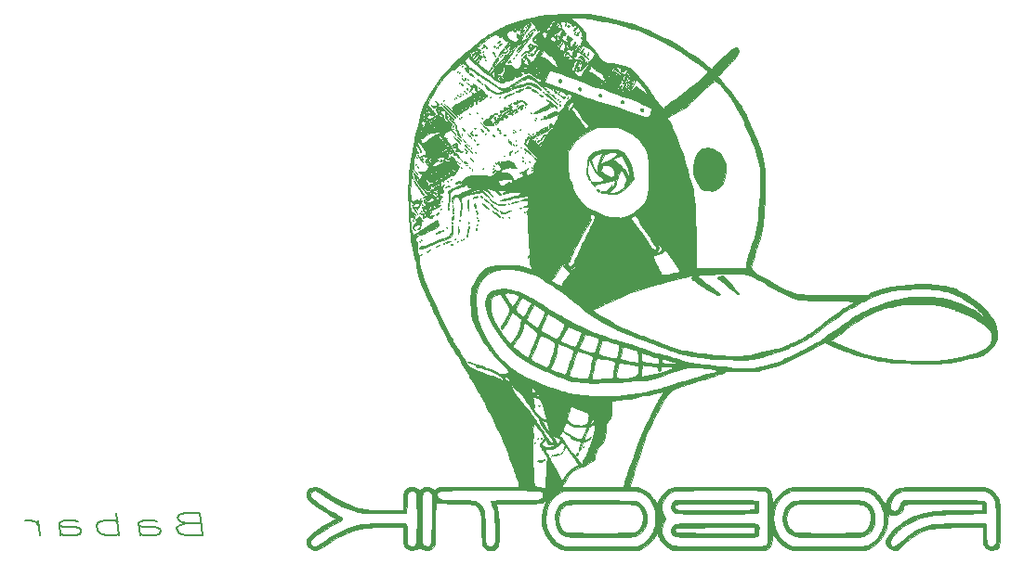
<source format=gbr>
G04 #@! TF.FileFunction,Legend,Bot*
%FSLAX46Y46*%
G04 Gerber Fmt 4.6, Leading zero omitted, Abs format (unit mm)*
G04 Created by KiCad (PCBNEW 4.0.6) date 12/04/17 20:43:07*
%MOMM*%
%LPD*%
G01*
G04 APERTURE LIST*
%ADD10C,0.100000*%
%ADD11C,0.200000*%
%ADD12C,0.010000*%
G04 APERTURE END LIST*
D10*
D11*
X56488096Y-95857143D02*
X55928572Y-95952381D01*
X55750000Y-96047619D01*
X55583334Y-96238095D01*
X55619048Y-96523810D01*
X55833334Y-96714286D01*
X56035714Y-96809524D01*
X56428572Y-96904762D01*
X57952381Y-96904762D01*
X57702381Y-94904762D01*
X56369048Y-94904762D01*
X56000000Y-95000000D01*
X55821429Y-95095238D01*
X55654762Y-95285714D01*
X55678572Y-95476190D01*
X55892857Y-95666667D01*
X56095238Y-95761905D01*
X56488096Y-95857143D01*
X57821429Y-95857143D01*
X52238095Y-96904762D02*
X52107143Y-95857143D01*
X52273810Y-95666667D01*
X52642858Y-95571429D01*
X53404763Y-95571429D01*
X53797619Y-95666667D01*
X52226190Y-96809524D02*
X52619048Y-96904762D01*
X53571429Y-96904762D01*
X53940476Y-96809524D01*
X54107143Y-96619048D01*
X54083333Y-96428571D01*
X53869048Y-96238095D01*
X53476191Y-96142857D01*
X52523810Y-96142857D01*
X52130952Y-96047619D01*
X50333333Y-96904762D02*
X50083333Y-94904762D01*
X50178571Y-95666667D02*
X49785715Y-95571429D01*
X49023810Y-95571429D01*
X48654762Y-95666667D01*
X48476190Y-95761905D01*
X48309524Y-95952381D01*
X48380952Y-96523810D01*
X48595238Y-96714286D01*
X48797619Y-96809524D01*
X49190476Y-96904762D01*
X49952381Y-96904762D01*
X50321428Y-96809524D01*
X44999999Y-96904762D02*
X44869047Y-95857143D01*
X45035714Y-95666667D01*
X45404762Y-95571429D01*
X46166667Y-95571429D01*
X46559523Y-95666667D01*
X44988094Y-96809524D02*
X45380952Y-96904762D01*
X46333333Y-96904762D01*
X46702380Y-96809524D01*
X46869047Y-96619048D01*
X46845237Y-96428571D01*
X46630952Y-96238095D01*
X46238095Y-96142857D01*
X45285714Y-96142857D01*
X44892856Y-96047619D01*
X43095237Y-96904762D02*
X42928571Y-95571429D01*
X42976190Y-95952381D02*
X42761904Y-95761905D01*
X42559523Y-95666667D01*
X42166666Y-95571429D01*
X41785714Y-95571429D01*
D12*
G36*
X92016210Y-49303218D02*
X91479759Y-49314216D01*
X90622155Y-49342510D01*
X89884947Y-49384698D01*
X89235346Y-49445255D01*
X88640564Y-49528658D01*
X88067811Y-49639383D01*
X87484299Y-49781907D01*
X86952266Y-49932316D01*
X86400175Y-50099765D01*
X85965751Y-50241629D01*
X85617926Y-50370168D01*
X85325631Y-50497641D01*
X85057798Y-50636307D01*
X84830326Y-50769591D01*
X84534723Y-50942108D01*
X84235434Y-51104351D01*
X84024586Y-51208317D01*
X83824032Y-51324793D01*
X83554270Y-51516285D01*
X83257175Y-51751913D01*
X83077040Y-51907135D01*
X82790572Y-52156215D01*
X82514426Y-52384788D01*
X82287524Y-52561179D01*
X82186741Y-52631664D01*
X81952664Y-52804886D01*
X81642593Y-53068362D01*
X81281922Y-53397128D01*
X80896047Y-53766223D01*
X80510362Y-54150685D01*
X80150263Y-54525553D01*
X79841145Y-54865865D01*
X79608403Y-55146658D01*
X79555587Y-55217919D01*
X79085778Y-55911470D01*
X78605004Y-56682533D01*
X78291709Y-57219896D01*
X78150685Y-57492778D01*
X78019835Y-57801621D01*
X77892602Y-58167796D01*
X77762427Y-58612674D01*
X77622750Y-59157626D01*
X77467015Y-59824023D01*
X77398606Y-60130047D01*
X77350566Y-60283531D01*
X77326729Y-60332733D01*
X77298310Y-60432091D01*
X77250585Y-60657047D01*
X77188145Y-60981601D01*
X77115581Y-61379747D01*
X77037483Y-61825483D01*
X76958442Y-62292806D01*
X76883048Y-62755713D01*
X76815892Y-63188200D01*
X76782084Y-63417931D01*
X76738463Y-63802545D01*
X76701883Y-64275195D01*
X76676681Y-64770469D01*
X76667576Y-65144517D01*
X76667265Y-65595370D01*
X76673191Y-66100192D01*
X76684414Y-66634445D01*
X76699991Y-67173592D01*
X76718982Y-67693095D01*
X76740444Y-68168417D01*
X76763435Y-68575022D01*
X76787015Y-68888370D01*
X76810242Y-69083925D01*
X76820410Y-69127190D01*
X76854079Y-69289562D01*
X76880062Y-69537623D01*
X76888720Y-69702719D01*
X76913379Y-69983749D01*
X76966655Y-70343517D01*
X77037933Y-70712385D01*
X77052470Y-70777039D01*
X77147227Y-71186600D01*
X77254682Y-71649730D01*
X77352589Y-72070559D01*
X77358327Y-72095168D01*
X77428536Y-72412468D01*
X77482214Y-72685924D01*
X77510958Y-72871433D01*
X77513596Y-72910095D01*
X77550268Y-73144870D01*
X77655492Y-73493578D01*
X77822077Y-73936672D01*
X78042835Y-74454601D01*
X78233615Y-74867772D01*
X78394016Y-75207322D01*
X78527345Y-75494046D01*
X78621280Y-75701105D01*
X78663496Y-75801657D01*
X78664653Y-75806480D01*
X78698363Y-75908089D01*
X78792169Y-76123751D01*
X78935088Y-76431497D01*
X79116136Y-76809359D01*
X79324327Y-77235368D01*
X79548679Y-77687555D01*
X79778208Y-78143952D01*
X80001928Y-78582589D01*
X80208856Y-78981499D01*
X80388008Y-79318712D01*
X80528400Y-79572259D01*
X80619048Y-79720173D01*
X80626646Y-79730551D01*
X80744662Y-79894988D01*
X80809191Y-80003783D01*
X80813293Y-80018083D01*
X80856128Y-80097979D01*
X80966298Y-80257859D01*
X81066015Y-80391990D01*
X81256034Y-80673444D01*
X81435475Y-80990308D01*
X81489722Y-81102473D01*
X81637257Y-81415714D01*
X81774587Y-81664042D01*
X81946510Y-81925821D01*
X82021711Y-82033097D01*
X82132389Y-82200014D01*
X82191503Y-82309634D01*
X82194562Y-82322387D01*
X82232336Y-82407878D01*
X82328718Y-82576169D01*
X82400367Y-82692008D01*
X82542568Y-82931585D01*
X82712958Y-83240296D01*
X82865194Y-83532785D01*
X83000305Y-83788564D01*
X83118132Y-83987822D01*
X83195808Y-84092261D01*
X83202159Y-84097125D01*
X83267089Y-84182816D01*
X83379764Y-84375279D01*
X83522193Y-84642604D01*
X83625021Y-84847119D01*
X83783131Y-85166521D01*
X83926946Y-85452934D01*
X84036035Y-85665861D01*
X84075925Y-85740785D01*
X84224905Y-86024813D01*
X84413144Y-86405111D01*
X84626361Y-86850578D01*
X84850277Y-87330110D01*
X85070612Y-87812606D01*
X85273084Y-88266963D01*
X85443416Y-88662078D01*
X85567327Y-88966850D01*
X85608519Y-89078852D01*
X85743454Y-89455778D01*
X85897003Y-89861249D01*
X86036629Y-90209415D01*
X86040549Y-90218760D01*
X86148365Y-90487951D01*
X86227070Y-90708610D01*
X86261252Y-90837161D01*
X86261632Y-90843891D01*
X86289177Y-90958384D01*
X86362162Y-91172406D01*
X86466109Y-91444190D01*
X86491580Y-91507306D01*
X86602346Y-91805299D01*
X86683953Y-92074709D01*
X86721022Y-92263742D01*
X86721792Y-92282628D01*
X86722055Y-92493655D01*
X83110363Y-92493655D01*
X82241302Y-92494205D01*
X81512704Y-92496389D01*
X80911560Y-92501015D01*
X80424864Y-92508888D01*
X80039605Y-92520814D01*
X79742776Y-92537598D01*
X79521368Y-92560047D01*
X79362373Y-92588966D01*
X79252781Y-92625161D01*
X79179585Y-92669438D01*
X79129776Y-92722602D01*
X79117050Y-92741013D01*
X79029578Y-92750154D01*
X78867806Y-92685900D01*
X78810102Y-92653075D01*
X78470506Y-92516930D01*
X78144179Y-92519982D01*
X77869261Y-92652699D01*
X77667070Y-92811743D01*
X77464878Y-92652699D01*
X77176036Y-92517124D01*
X76849474Y-92518746D01*
X76537256Y-92645036D01*
X76406756Y-92736133D01*
X76316050Y-92842082D01*
X76256916Y-92991986D01*
X76221132Y-93214949D01*
X76200476Y-93540074D01*
X76189795Y-93874924D01*
X76170695Y-94603927D01*
X74827795Y-94625795D01*
X74013910Y-94627932D01*
X73328305Y-94604027D01*
X72747649Y-94551873D01*
X72248609Y-94469265D01*
X71807856Y-94353999D01*
X71748291Y-94334738D01*
X71106470Y-94084362D01*
X70403855Y-93743488D01*
X69683824Y-93334327D01*
X69237292Y-93049153D01*
X68826014Y-92786397D01*
X68506114Y-92615304D01*
X68252119Y-92528037D01*
X68038557Y-92516760D01*
X67839955Y-92573635D01*
X67782129Y-92601443D01*
X67523246Y-92807851D01*
X67394375Y-93074442D01*
X67400767Y-93372012D01*
X67547674Y-93671360D01*
X67581966Y-93714387D01*
X67772330Y-93900271D01*
X68064927Y-94137187D01*
X68427527Y-94402181D01*
X68827897Y-94672303D01*
X69233807Y-94924601D01*
X69475378Y-95062699D01*
X69721191Y-95204314D01*
X69903865Y-95322299D01*
X69990459Y-95395043D01*
X69993354Y-95402497D01*
X69930579Y-95466482D01*
X69773449Y-95559730D01*
X69705590Y-95593181D01*
X69486233Y-95710956D01*
X69193045Y-95888625D01*
X68855488Y-96106013D01*
X68503027Y-96342943D01*
X68165127Y-96579242D01*
X67871250Y-96794732D01*
X67650862Y-96969239D01*
X67536652Y-97078361D01*
X67404460Y-97354261D01*
X67399936Y-97645435D01*
X67505820Y-97916652D01*
X67704855Y-98132681D01*
X67979781Y-98258291D01*
X68123307Y-98275920D01*
X68287185Y-98265673D01*
X68456344Y-98215644D01*
X68664198Y-98110465D01*
X68944161Y-97934768D01*
X69116704Y-97819015D01*
X69699542Y-97435207D01*
X70205968Y-97130226D01*
X70675211Y-96881996D01*
X71146502Y-96668442D01*
X71203414Y-96644775D01*
X71577519Y-96499185D01*
X71926260Y-96386519D01*
X72277888Y-96302788D01*
X72660651Y-96244005D01*
X73102800Y-96206183D01*
X73632584Y-96185332D01*
X74278253Y-96177466D01*
X74516810Y-96177039D01*
X76209064Y-96177039D01*
X76209064Y-96976892D01*
X76211764Y-97341696D01*
X76224418Y-97589340D01*
X76253854Y-97756105D01*
X76306900Y-97878274D01*
X76390386Y-97992129D01*
X76402981Y-98007202D01*
X76665794Y-98227140D01*
X76959340Y-98296953D01*
X77286398Y-98217158D01*
X77354086Y-98184331D01*
X77545184Y-98091695D01*
X77677024Y-98069766D01*
X77825452Y-98117826D01*
X77951451Y-98178687D01*
X78300543Y-98283806D01*
X78616451Y-98241008D01*
X78890939Y-98051767D01*
X78934736Y-98002951D01*
X79125076Y-97776744D01*
X79125076Y-95817624D01*
X79125641Y-95219325D01*
X79128128Y-94757711D01*
X79133727Y-94415998D01*
X79143628Y-94177398D01*
X79159019Y-94025124D01*
X79181092Y-93942391D01*
X79211035Y-93912412D01*
X79250037Y-93918400D01*
X79259366Y-93922597D01*
X79374224Y-93943818D01*
X79617330Y-93966057D01*
X79963477Y-93987787D01*
X80387460Y-94007486D01*
X80864073Y-94023626D01*
X80980606Y-94026729D01*
X81518367Y-94041355D01*
X81924957Y-94056075D01*
X82222661Y-94073380D01*
X82433763Y-94095759D01*
X82580547Y-94125703D01*
X82685299Y-94165703D01*
X82770302Y-94218248D01*
X82783930Y-94228263D01*
X82951364Y-94364670D01*
X83079410Y-94506850D01*
X83174039Y-94677706D01*
X83241225Y-94900141D01*
X83286939Y-95197058D01*
X83317155Y-95591359D01*
X83337844Y-96105947D01*
X83345620Y-96382172D01*
X83359759Y-96893401D01*
X83373724Y-97274181D01*
X83390534Y-97547502D01*
X83413208Y-97736357D01*
X83444764Y-97863738D01*
X83488222Y-97952636D01*
X83546601Y-98026042D01*
X83563924Y-98044713D01*
X83839191Y-98244442D01*
X84152139Y-98295708D01*
X84383012Y-98248467D01*
X84567172Y-98172496D01*
X84704591Y-98068444D01*
X84802613Y-97914207D01*
X84868579Y-97687681D01*
X84909832Y-97366762D01*
X84933715Y-96929344D01*
X84943641Y-96560725D01*
X84938293Y-95714923D01*
X84883607Y-95011931D01*
X84779303Y-94449133D01*
X84686926Y-94162689D01*
X84679300Y-94122422D01*
X84703190Y-94091096D01*
X84775142Y-94067596D01*
X84911702Y-94050808D01*
X85129416Y-94039615D01*
X85444830Y-94032902D01*
X85874490Y-94029555D01*
X86434943Y-94028458D01*
X86679287Y-94028399D01*
X87313379Y-94027154D01*
X87812590Y-94022755D01*
X88195495Y-94014201D01*
X88480672Y-94000493D01*
X88686698Y-93980631D01*
X88832150Y-93953615D01*
X88935605Y-93918446D01*
X88962429Y-93905538D01*
X89118122Y-93829848D01*
X89169182Y-93830542D01*
X89145916Y-93910891D01*
X89140125Y-93924722D01*
X88902803Y-94651825D01*
X88810409Y-95357394D01*
X88862713Y-96032562D01*
X89059487Y-96668458D01*
X89219106Y-96981135D01*
X89504765Y-97366966D01*
X89880200Y-97732507D01*
X90289224Y-98026480D01*
X90468695Y-98121490D01*
X90558186Y-98160982D01*
X90649870Y-98193650D01*
X90758469Y-98220140D01*
X90898705Y-98241100D01*
X91085298Y-98257176D01*
X91332970Y-98269015D01*
X91656442Y-98277265D01*
X92070436Y-98282571D01*
X92589672Y-98285582D01*
X93228873Y-98286943D01*
X94002759Y-98287302D01*
X94242296Y-98287311D01*
X97657100Y-98287311D01*
X98002417Y-98108096D01*
X98474502Y-97790397D01*
X98893846Y-97370160D01*
X99136979Y-97026202D01*
X99338094Y-96685940D01*
X99434166Y-96911097D01*
X99502982Y-97094074D01*
X99533694Y-97218233D01*
X99533699Y-97218363D01*
X99596028Y-97360107D01*
X99751065Y-97553342D01*
X99964117Y-97763978D01*
X100200493Y-97957930D01*
X100425498Y-98101108D01*
X100439027Y-98107906D01*
X100803324Y-98287311D01*
X104870393Y-98311243D01*
X105909870Y-98315936D01*
X106800188Y-98316849D01*
X107545619Y-98313922D01*
X108150432Y-98307096D01*
X108618899Y-98296310D01*
X108955290Y-98281506D01*
X109163876Y-98262623D01*
X109225537Y-98250517D01*
X109470863Y-98137647D01*
X109639468Y-97951333D01*
X109747272Y-97665236D01*
X109806666Y-97289003D01*
X109858309Y-96780589D01*
X110131240Y-97188633D01*
X110491067Y-97612399D01*
X110933899Y-97953504D01*
X111419630Y-98184412D01*
X111681263Y-98252793D01*
X111886195Y-98274383D01*
X112235084Y-98291542D01*
X112718470Y-98304118D01*
X113326895Y-98311957D01*
X114050900Y-98314907D01*
X114881026Y-98312815D01*
X115249541Y-98310467D01*
X116026915Y-98304405D01*
X116666322Y-98298283D01*
X117183265Y-98291277D01*
X117593249Y-98282563D01*
X117911778Y-98271317D01*
X118154357Y-98256714D01*
X118336490Y-98237931D01*
X118473682Y-98214143D01*
X118581437Y-98184527D01*
X118675260Y-98148259D01*
X118725349Y-98125729D01*
X119246344Y-97802775D01*
X119682076Y-97365547D01*
X120019913Y-96834970D01*
X120247221Y-96231972D01*
X120351368Y-95577479D01*
X120356553Y-95423658D01*
X120357820Y-95371299D01*
X119985795Y-95371299D01*
X119980705Y-95727545D01*
X119955486Y-95988817D01*
X119898558Y-96213378D01*
X119798342Y-96459489D01*
X119748046Y-96567524D01*
X119439022Y-97089219D01*
X119064457Y-97500769D01*
X118642584Y-97782426D01*
X118614104Y-97795701D01*
X118528723Y-97830380D01*
X118429677Y-97858994D01*
X118302197Y-97882130D01*
X118131517Y-97900376D01*
X117902869Y-97914318D01*
X117601488Y-97924544D01*
X117212604Y-97931642D01*
X116721453Y-97936198D01*
X116113265Y-97938799D01*
X115373274Y-97940034D01*
X114977963Y-97940309D01*
X111656530Y-97941994D01*
X111285114Y-97753783D01*
X110812011Y-97430702D01*
X110429563Y-96996794D01*
X110149767Y-96473020D01*
X109984622Y-95880340D01*
X109943280Y-95409668D01*
X109945666Y-95384441D01*
X109436254Y-95384441D01*
X109435447Y-96044380D01*
X109432433Y-96567808D01*
X109426320Y-96971683D01*
X109416217Y-97272964D01*
X109401234Y-97488607D01*
X109380479Y-97635571D01*
X109353062Y-97730813D01*
X109318091Y-97791293D01*
X109309255Y-97801661D01*
X109274776Y-97832317D01*
X109223152Y-97858163D01*
X109141974Y-97879609D01*
X109018835Y-97897063D01*
X108841327Y-97910933D01*
X108597043Y-97921628D01*
X108273575Y-97929556D01*
X107858515Y-97935126D01*
X107339456Y-97938746D01*
X106703990Y-97940825D01*
X105939709Y-97941772D01*
X105046532Y-97941994D01*
X104132349Y-97941582D01*
X103359088Y-97940110D01*
X102714197Y-97937224D01*
X102185125Y-97932568D01*
X101759321Y-97925787D01*
X101424233Y-97916528D01*
X101167311Y-97904434D01*
X100976002Y-97889151D01*
X100837757Y-97870324D01*
X100740022Y-97847598D01*
X100670248Y-97820619D01*
X100665223Y-97818128D01*
X100332415Y-97600617D01*
X100042423Y-97321891D01*
X99875627Y-97082512D01*
X99785590Y-96779429D01*
X99772285Y-96405498D01*
X99833018Y-96021195D01*
X99935305Y-95742491D01*
X100101524Y-95409668D01*
X99191843Y-95409668D01*
X99185608Y-95783326D01*
X99160938Y-96055570D01*
X99108882Y-96278164D01*
X99020491Y-96502876D01*
X98992241Y-96564227D01*
X98685296Y-97088488D01*
X98311174Y-97484990D01*
X97907195Y-97744990D01*
X97511861Y-97941994D01*
X90895995Y-97941994D01*
X90500661Y-97744990D01*
X90082546Y-97473925D01*
X89735889Y-97104039D01*
X89438379Y-96610699D01*
X89398116Y-96527709D01*
X89283441Y-96261973D01*
X89216813Y-96027036D01*
X89186194Y-95761324D01*
X89179526Y-95409668D01*
X89244512Y-94740653D01*
X89432078Y-94149037D01*
X89736834Y-93644948D01*
X90153394Y-93238512D01*
X90254755Y-93172830D01*
X88943390Y-93172830D01*
X88934301Y-93268510D01*
X88932560Y-93285833D01*
X88914206Y-93403971D01*
X88874309Y-93498479D01*
X88797235Y-93571995D01*
X88667353Y-93627157D01*
X88469027Y-93666602D01*
X88186626Y-93692969D01*
X87804516Y-93708894D01*
X87307063Y-93717017D01*
X86678634Y-93719975D01*
X86357553Y-93720319D01*
X85694316Y-93722139D01*
X85171194Y-93727229D01*
X84774851Y-93736186D01*
X84491949Y-93749606D01*
X84309154Y-93768086D01*
X84213129Y-93792224D01*
X84189767Y-93817371D01*
X84216760Y-93936760D01*
X84286530Y-94146189D01*
X84358428Y-94335347D01*
X84419517Y-94504295D01*
X84465255Y-94680281D01*
X84498562Y-94890684D01*
X84522358Y-95162879D01*
X84539566Y-95524244D01*
X84553104Y-96002156D01*
X84557502Y-96201332D01*
X84566992Y-96712641D01*
X84569841Y-97092986D01*
X84564588Y-97364785D01*
X84549771Y-97550461D01*
X84523928Y-97672434D01*
X84485598Y-97753127D01*
X84453686Y-97793628D01*
X84253412Y-97918915D01*
X84023152Y-97930028D01*
X83821870Y-97828887D01*
X83772025Y-97771445D01*
X83726526Y-97678790D01*
X83693721Y-97535507D01*
X83671789Y-97318944D01*
X83658908Y-97006454D01*
X83653256Y-96575386D01*
X83652568Y-96286521D01*
X83643740Y-95647229D01*
X83612944Y-95140381D01*
X83553715Y-94745732D01*
X83459587Y-94443035D01*
X83324093Y-94212046D01*
X83140767Y-94032520D01*
X82903144Y-93884210D01*
X82881791Y-93873187D01*
X82761268Y-93819127D01*
X82626047Y-93779479D01*
X82451063Y-93752039D01*
X82211253Y-93734605D01*
X81881549Y-93724973D01*
X81436888Y-93720941D01*
X81142483Y-93720319D01*
X80566422Y-93716860D01*
X80125414Y-93704627D01*
X79801101Y-93679306D01*
X79575128Y-93636584D01*
X79429136Y-93572148D01*
X79344770Y-93481684D01*
X79303671Y-93360879D01*
X79293422Y-93285833D01*
X79283682Y-93187719D01*
X79283626Y-93183864D01*
X78824677Y-93183864D01*
X78802218Y-95436165D01*
X78794558Y-96121910D01*
X78784967Y-96669663D01*
X78770797Y-97094906D01*
X78749399Y-97413120D01*
X78718125Y-97639786D01*
X78674327Y-97790386D01*
X78615356Y-97880401D01*
X78538563Y-97925312D01*
X78441300Y-97940599D01*
X78373535Y-97941994D01*
X78163971Y-97892412D01*
X78037614Y-97814995D01*
X77997432Y-97769265D01*
X77965710Y-97701682D01*
X77941456Y-97595188D01*
X77923680Y-97432723D01*
X77911392Y-97197228D01*
X77903601Y-96871644D01*
X77899318Y-96438912D01*
X77897551Y-95881972D01*
X77897281Y-95397774D01*
X77897309Y-95354224D01*
X77436858Y-95354224D01*
X77435826Y-96052496D01*
X77430925Y-96612516D01*
X77419448Y-97049501D01*
X77398686Y-97378669D01*
X77365932Y-97615237D01*
X77318479Y-97774424D01*
X77253619Y-97871448D01*
X77168644Y-97921525D01*
X77060848Y-97939873D01*
X76976435Y-97941994D01*
X76741058Y-97874411D01*
X76635470Y-97771445D01*
X76578581Y-97648004D01*
X76541809Y-97453649D01*
X76522003Y-97161098D01*
X76516013Y-96743065D01*
X76516012Y-96736955D01*
X76514956Y-96363021D01*
X76507822Y-96114652D01*
X76488662Y-95963940D01*
X76451529Y-95882976D01*
X76390475Y-95843851D01*
X76321486Y-95824192D01*
X76190245Y-95811734D01*
X75930461Y-95803902D01*
X75567000Y-95800821D01*
X75124726Y-95802617D01*
X74628505Y-95809416D01*
X74383873Y-95814372D01*
X73772882Y-95830297D01*
X73288268Y-95849031D01*
X72902934Y-95872881D01*
X72589784Y-95904149D01*
X72321722Y-95945142D01*
X72071651Y-95998164D01*
X71991862Y-96017831D01*
X71230121Y-96266761D01*
X70406249Y-96640901D01*
X69535500Y-97132921D01*
X69128105Y-97393705D01*
X68706952Y-97661437D01*
X68386967Y-97835784D01*
X68152144Y-97922482D01*
X67986478Y-97927269D01*
X67873966Y-97855880D01*
X67866022Y-97846072D01*
X67751636Y-97632407D01*
X67773725Y-97433331D01*
X67893849Y-97252558D01*
X68063786Y-97091219D01*
X68337373Y-96877180D01*
X68683528Y-96631241D01*
X69071170Y-96374200D01*
X69469219Y-96126856D01*
X69846593Y-95910007D01*
X70086944Y-95784978D01*
X70364730Y-95646587D01*
X70548190Y-95536731D01*
X70630907Y-95439205D01*
X70606468Y-95337806D01*
X70468457Y-95216331D01*
X70210458Y-95058574D01*
X69826057Y-94848333D01*
X69686405Y-94773290D01*
X69297387Y-94551099D01*
X68905591Y-94304266D01*
X68535102Y-94050507D01*
X68210007Y-93807540D01*
X67954393Y-93593081D01*
X67792346Y-93424847D01*
X67748355Y-93347759D01*
X67764995Y-93173316D01*
X67865279Y-92985297D01*
X68008631Y-92842588D01*
X68125399Y-92800604D01*
X68230719Y-92841450D01*
X68433867Y-92952905D01*
X68706398Y-93118346D01*
X69019869Y-93321149D01*
X69046341Y-93338809D01*
X69857309Y-93841266D01*
X70659949Y-94262202D01*
X71422535Y-94585955D01*
X71873414Y-94734492D01*
X72071754Y-94788548D01*
X72258433Y-94830291D01*
X72456856Y-94861300D01*
X72690425Y-94883155D01*
X72982543Y-94897435D01*
X73356615Y-94905722D01*
X73836042Y-94909595D01*
X74444228Y-94910634D01*
X74482478Y-94910640D01*
X76477644Y-94910876D01*
X76516012Y-94002161D01*
X76534699Y-93611550D01*
X76555910Y-93344172D01*
X76585927Y-93169831D01*
X76631032Y-93058331D01*
X76697509Y-92979477D01*
X76735541Y-92947025D01*
X76943560Y-92821443D01*
X77118836Y-92830430D01*
X77283384Y-92954078D01*
X77327579Y-93004865D01*
X77362374Y-93070368D01*
X77388890Y-93168109D01*
X77408247Y-93315607D01*
X77421565Y-93530384D01*
X77429965Y-93829960D01*
X77434566Y-94231857D01*
X77436490Y-94753593D01*
X77436858Y-95354224D01*
X77897309Y-95354224D01*
X77897716Y-94743522D01*
X77899745Y-94225411D01*
X77904457Y-93826112D01*
X77912941Y-93528293D01*
X77926286Y-93314622D01*
X77945578Y-93167769D01*
X77971908Y-93070402D01*
X78006363Y-93005190D01*
X78050033Y-92954802D01*
X78050756Y-92954078D01*
X78237727Y-92823118D01*
X78418342Y-92831645D01*
X78622322Y-92981608D01*
X78633048Y-92992234D01*
X78824677Y-93183864D01*
X79283626Y-93183864D01*
X79282452Y-93103801D01*
X79300741Y-93032972D01*
X79349561Y-92974121D01*
X79439922Y-92926141D01*
X79582834Y-92887923D01*
X79789309Y-92858359D01*
X80070355Y-92836341D01*
X80436984Y-92820758D01*
X80900207Y-92810504D01*
X81471033Y-92804470D01*
X82160473Y-92801547D01*
X82979537Y-92800626D01*
X83939237Y-92800599D01*
X84112991Y-92800604D01*
X85097111Y-92800590D01*
X85938767Y-92801285D01*
X86648970Y-92803799D01*
X87238731Y-92809240D01*
X87719060Y-92818717D01*
X88100967Y-92833337D01*
X88395463Y-92854210D01*
X88613558Y-92882445D01*
X88766264Y-92919148D01*
X88864589Y-92965430D01*
X88919545Y-93022399D01*
X88942142Y-93091163D01*
X88943390Y-93172830D01*
X90254755Y-93172830D01*
X90430030Y-93059253D01*
X90827493Y-92838973D01*
X94203928Y-92838973D01*
X95016870Y-92839341D01*
X95690709Y-92840815D01*
X96239817Y-92843954D01*
X96678565Y-92849312D01*
X97021322Y-92857448D01*
X97282461Y-92868917D01*
X97476352Y-92884276D01*
X97617366Y-92904083D01*
X97719873Y-92928893D01*
X97798246Y-92959264D01*
X97838534Y-92979771D01*
X98295906Y-93306438D01*
X98691963Y-93738676D01*
X98970424Y-94201251D01*
X99078676Y-94454553D01*
X99144917Y-94676496D01*
X99179065Y-94921213D01*
X99191040Y-95242837D01*
X99191843Y-95409668D01*
X100101524Y-95409668D01*
X100103237Y-95406239D01*
X99935305Y-95060583D01*
X99784708Y-94594603D01*
X99775615Y-94137754D01*
X99897597Y-93713396D01*
X100140226Y-93344892D01*
X100493071Y-93055603D01*
X100909403Y-92878572D01*
X101051187Y-92860950D01*
X101336702Y-92845246D01*
X101756218Y-92831636D01*
X102300000Y-92820297D01*
X102958316Y-92811408D01*
X103721434Y-92805147D01*
X104579621Y-92801689D01*
X105158158Y-92801032D01*
X106040527Y-92801097D01*
X106782222Y-92801814D01*
X107396042Y-92803658D01*
X107894787Y-92807104D01*
X108291257Y-92812628D01*
X108598251Y-92820704D01*
X108828569Y-92831806D01*
X108995010Y-92846411D01*
X109110376Y-92864992D01*
X109187464Y-92888025D01*
X109239075Y-92915985D01*
X109278009Y-92949347D01*
X109282780Y-92954078D01*
X109326710Y-93004525D01*
X109361358Y-93069583D01*
X109387823Y-93166642D01*
X109407203Y-93313090D01*
X109420595Y-93526315D01*
X109429098Y-93823707D01*
X109433811Y-94222654D01*
X109435830Y-94740544D01*
X109436254Y-95384441D01*
X109945666Y-95384441D01*
X110004617Y-94761268D01*
X110196603Y-94169542D01*
X110510129Y-93652021D01*
X110936085Y-93226240D01*
X111158176Y-93071610D01*
X111534425Y-92838973D01*
X114916911Y-92838973D01*
X115731828Y-92839366D01*
X116407707Y-92840911D01*
X116958984Y-92844157D01*
X117400095Y-92849653D01*
X117745474Y-92857947D01*
X118009557Y-92869588D01*
X118206780Y-92885125D01*
X118351578Y-92905106D01*
X118458386Y-92930081D01*
X118541640Y-92960597D01*
X118579087Y-92978175D01*
X119081621Y-93311619D01*
X119490998Y-93766063D01*
X119723281Y-94157439D01*
X119851600Y-94429359D01*
X119929486Y-94650671D01*
X119969466Y-94879306D01*
X119984070Y-95173195D01*
X119985795Y-95371299D01*
X120357820Y-95371299D01*
X120362891Y-95161864D01*
X120382662Y-95022953D01*
X120427530Y-94976342D01*
X120509157Y-94991449D01*
X120519952Y-94995234D01*
X120698091Y-95032603D01*
X120940706Y-95054391D01*
X121000230Y-95056072D01*
X121331694Y-94994495D01*
X121583213Y-94811718D01*
X121731800Y-94525794D01*
X121744507Y-94471576D01*
X121763989Y-94368012D01*
X121786150Y-94281949D01*
X121824269Y-94211776D01*
X121891629Y-94155883D01*
X122001509Y-94112657D01*
X122167193Y-94080487D01*
X122401960Y-94057763D01*
X122719091Y-94042873D01*
X123131868Y-94034205D01*
X123653573Y-94030149D01*
X124297485Y-94029093D01*
X125076886Y-94029426D01*
X125387795Y-94029574D01*
X126100674Y-94031228D01*
X126767828Y-94035491D01*
X127373264Y-94042064D01*
X127900985Y-94050647D01*
X128334995Y-94060943D01*
X128659299Y-94072651D01*
X128857902Y-94085475D01*
X128914453Y-94095453D01*
X128982449Y-94215113D01*
X128991191Y-94382042D01*
X128965861Y-94603927D01*
X126702115Y-94650065D01*
X126044842Y-94664083D01*
X125518332Y-94677646D01*
X125099892Y-94692665D01*
X124766828Y-94711052D01*
X124496448Y-94734716D01*
X124266057Y-94765570D01*
X124052964Y-94805525D01*
X123834475Y-94856491D01*
X123632629Y-94908562D01*
X123218249Y-95032062D01*
X122782929Y-95185064D01*
X122395324Y-95342596D01*
X122243839Y-95413761D01*
X121824915Y-95657011D01*
X121411844Y-95955648D01*
X121025917Y-96287941D01*
X120688424Y-96632157D01*
X120420657Y-96966564D01*
X120243906Y-97269429D01*
X120179462Y-97519021D01*
X120179457Y-97520943D01*
X120247521Y-97818080D01*
X120427209Y-98063126D01*
X120681765Y-98230044D01*
X120974433Y-98292795D01*
X121210046Y-98250981D01*
X121341350Y-98167654D01*
X121545594Y-97999982D01*
X121790637Y-97775481D01*
X121958200Y-97610462D01*
X122404770Y-97199086D01*
X122837177Y-96892981D01*
X123076327Y-96761417D01*
X123366669Y-96619339D01*
X123626623Y-96505032D01*
X123877970Y-96415155D01*
X124142490Y-96346367D01*
X124441963Y-96295328D01*
X124798171Y-96258696D01*
X125232892Y-96233130D01*
X125767909Y-96215289D01*
X126425000Y-96201833D01*
X126759668Y-96196421D01*
X129004230Y-96161682D01*
X129004230Y-96973890D01*
X129006336Y-97338682D01*
X129017448Y-97585589D01*
X129044759Y-97750186D01*
X129095463Y-97868053D01*
X129176750Y-97974766D01*
X129215257Y-98017711D01*
X129495351Y-98227268D01*
X129811172Y-98293660D01*
X130116919Y-98222301D01*
X130251761Y-98153376D01*
X130357443Y-98069648D01*
X130437494Y-97952852D01*
X130495444Y-97784719D01*
X130534821Y-97546986D01*
X130559155Y-97221384D01*
X130571619Y-96801585D01*
X130226778Y-96801585D01*
X130223845Y-97147928D01*
X130214623Y-97397781D01*
X130198115Y-97570130D01*
X130173324Y-97683956D01*
X130139252Y-97758243D01*
X130109951Y-97796219D01*
X129910598Y-97919843D01*
X129680497Y-97929676D01*
X129479502Y-97827900D01*
X129430636Y-97771445D01*
X129373747Y-97648004D01*
X129336975Y-97453649D01*
X129317170Y-97161098D01*
X129311179Y-96743065D01*
X129311179Y-95873014D01*
X129107317Y-95821849D01*
X128957351Y-95806150D01*
X128679344Y-95797525D01*
X128298534Y-95795301D01*
X127840158Y-95798806D01*
X127329455Y-95807368D01*
X126791662Y-95820314D01*
X126252017Y-95836972D01*
X125735759Y-95856669D01*
X125268123Y-95878734D01*
X124874350Y-95902494D01*
X124579675Y-95927277D01*
X124438369Y-95946226D01*
X123618770Y-96153522D01*
X122898219Y-96460283D01*
X122247334Y-96881949D01*
X121667429Y-97402341D01*
X121347161Y-97705957D01*
X121093807Y-97886844D01*
X120891972Y-97951810D01*
X120726259Y-97907661D01*
X120655227Y-97849909D01*
X120564952Y-97660808D01*
X120596988Y-97415645D01*
X120737834Y-97129838D01*
X120973988Y-96818803D01*
X121291949Y-96497957D01*
X121678215Y-96182717D01*
X122119284Y-95888500D01*
X122596677Y-95633067D01*
X122969428Y-95469794D01*
X123342853Y-95335642D01*
X123737843Y-95227443D01*
X124175294Y-95142030D01*
X124676098Y-95076236D01*
X125261148Y-95026896D01*
X125951337Y-94990841D01*
X126767559Y-94964906D01*
X127047432Y-94958469D01*
X129272810Y-94910876D01*
X129296081Y-94461011D01*
X129307591Y-94295280D01*
X129315370Y-94156235D01*
X129307204Y-94041545D01*
X129270877Y-93948880D01*
X129194175Y-93875909D01*
X129064884Y-93820300D01*
X128870787Y-93779723D01*
X128599672Y-93751846D01*
X128239321Y-93734340D01*
X127777522Y-93724872D01*
X127202059Y-93721113D01*
X126500717Y-93720730D01*
X125661282Y-93721394D01*
X125420571Y-93721450D01*
X121783961Y-93721450D01*
X121595606Y-93909805D01*
X121465002Y-94093779D01*
X121407390Y-94280560D01*
X121407251Y-94288009D01*
X121340344Y-94523522D01*
X121161191Y-94676646D01*
X120956694Y-94719033D01*
X120734801Y-94676284D01*
X120609299Y-94535245D01*
X120564982Y-94276730D01*
X120564405Y-94224078D01*
X120640040Y-93823661D01*
X120852726Y-93453282D01*
X121186091Y-93139045D01*
X121287046Y-93071899D01*
X121663796Y-92838973D01*
X129221221Y-92838973D01*
X129550283Y-93070246D01*
X129735312Y-93205131D01*
X129881000Y-93333005D01*
X129992324Y-93473798D01*
X130074261Y-93647438D01*
X130131786Y-93873854D01*
X130169875Y-94172976D01*
X130193504Y-94564732D01*
X130207650Y-95069052D01*
X130217288Y-95705864D01*
X130217765Y-95743500D01*
X130224419Y-96339770D01*
X130226778Y-96801585D01*
X130571619Y-96801585D01*
X130571974Y-96789648D01*
X130576807Y-96233513D01*
X130577342Y-95839154D01*
X130576004Y-95239355D01*
X130571085Y-94771309D01*
X130561223Y-94413312D01*
X130545059Y-94143660D01*
X130521234Y-93940649D01*
X130488386Y-93782572D01*
X130445157Y-93647727D01*
X130439017Y-93631583D01*
X130247764Y-93289979D01*
X129965274Y-92970778D01*
X129636365Y-92716351D01*
X129318824Y-92572451D01*
X129160202Y-92550109D01*
X128865392Y-92532321D01*
X128431516Y-92519045D01*
X127855695Y-92510235D01*
X127135053Y-92505848D01*
X126266709Y-92505839D01*
X125263984Y-92510068D01*
X124409757Y-92515219D01*
X123695217Y-92520210D01*
X123106575Y-92525692D01*
X122630047Y-92532316D01*
X122251846Y-92540735D01*
X121958184Y-92551601D01*
X121735277Y-92565565D01*
X121569336Y-92583280D01*
X121446577Y-92605397D01*
X121353212Y-92632569D01*
X121275456Y-92665447D01*
X121204469Y-92702036D01*
X120862669Y-92945536D01*
X120550123Y-93275629D01*
X120313141Y-93638801D01*
X120235630Y-93821509D01*
X120132464Y-94131007D01*
X119927720Y-93781638D01*
X119756499Y-93539239D01*
X119522423Y-93268804D01*
X119328578Y-93077670D01*
X119178171Y-92944867D01*
X119037973Y-92833604D01*
X118893447Y-92742073D01*
X118730054Y-92668468D01*
X118533257Y-92610983D01*
X118288518Y-92567811D01*
X117981299Y-92537146D01*
X117597064Y-92517181D01*
X117121274Y-92506110D01*
X116539391Y-92502126D01*
X115836878Y-92503422D01*
X114999198Y-92508193D01*
X114758483Y-92509773D01*
X113945179Y-92515569D01*
X113271010Y-92521643D01*
X112721638Y-92528634D01*
X112282723Y-92537179D01*
X111939928Y-92547914D01*
X111678914Y-92561478D01*
X111485341Y-92578507D01*
X111344871Y-92599640D01*
X111243167Y-92625512D01*
X111165888Y-92656763D01*
X111139072Y-92670655D01*
X110770949Y-92922830D01*
X110403697Y-93261144D01*
X110096209Y-93629652D01*
X110037264Y-93717289D01*
X109819940Y-94058446D01*
X109819512Y-93717289D01*
X109777101Y-93259908D01*
X109656082Y-92897549D01*
X109463908Y-92652421D01*
X109461631Y-92650620D01*
X109414500Y-92616429D01*
X109358812Y-92587601D01*
X109281917Y-92563677D01*
X109171165Y-92544202D01*
X109013906Y-92528718D01*
X108797492Y-92516768D01*
X108509270Y-92507894D01*
X108136593Y-92501640D01*
X107666810Y-92497549D01*
X107087271Y-92495162D01*
X106385326Y-92494023D01*
X105548325Y-92493676D01*
X105118343Y-92493655D01*
X104125452Y-92494697D01*
X103277057Y-92497949D01*
X102564195Y-92503599D01*
X101977900Y-92511839D01*
X101509208Y-92522857D01*
X101149155Y-92536844D01*
X100888777Y-92553988D01*
X100719108Y-92574479D01*
X100658752Y-92587966D01*
X100397194Y-92711738D01*
X100113144Y-92917050D01*
X99844211Y-93167891D01*
X99628001Y-93428249D01*
X99502122Y-93662113D01*
X99490182Y-93706945D01*
X99441165Y-93886677D01*
X99389564Y-93986071D01*
X99386520Y-93988279D01*
X99319331Y-93947245D01*
X99193298Y-93807849D01*
X99034709Y-93599429D01*
X99021969Y-93581456D01*
X98615553Y-93113002D01*
X98151727Y-92769704D01*
X97722364Y-92592389D01*
X90393069Y-92592389D01*
X90374398Y-92635273D01*
X90297131Y-92717654D01*
X90252711Y-92700755D01*
X90251964Y-92690027D01*
X90306469Y-92625122D01*
X90340558Y-92601433D01*
X90393069Y-92592389D01*
X97722364Y-92592389D01*
X97646983Y-92561259D01*
X97177493Y-92497024D01*
X96978242Y-92481531D01*
X96862870Y-92446554D01*
X96851360Y-92429592D01*
X96873123Y-92328514D01*
X96930102Y-92125950D01*
X97007616Y-91873247D01*
X97085272Y-91627534D01*
X97196581Y-91273928D01*
X97329416Y-90851024D01*
X97471649Y-90397416D01*
X97548129Y-90153172D01*
X97774925Y-89430430D01*
X97961719Y-88840245D01*
X98113377Y-88368403D01*
X98234764Y-88000691D01*
X98330744Y-87722896D01*
X98406182Y-87520805D01*
X98465944Y-87380205D01*
X98514894Y-87286883D01*
X98543920Y-87243918D01*
X98617020Y-87124505D01*
X98743830Y-86893061D01*
X98910716Y-86575464D01*
X99104042Y-86197593D01*
X99274193Y-85857974D01*
X99479488Y-85451639D01*
X99670872Y-85086351D01*
X99834535Y-84787441D01*
X99956668Y-84580238D01*
X100016768Y-84495890D01*
X100120032Y-84370611D01*
X100151876Y-84301964D01*
X100200807Y-84219688D01*
X100327342Y-84063155D01*
X100478009Y-83894721D01*
X100511651Y-83860725D01*
X99944482Y-83860725D01*
X99740821Y-84102014D01*
X99612548Y-84270955D01*
X99541920Y-84396954D01*
X99537161Y-84418808D01*
X99501885Y-84514875D01*
X99407141Y-84710812D01*
X99269553Y-84973203D01*
X99179976Y-85136734D01*
X98898777Y-85661038D01*
X98606299Y-86239156D01*
X98316289Y-86841005D01*
X98042494Y-87436506D01*
X97798661Y-87995577D01*
X97598538Y-88488137D01*
X97455872Y-88884107D01*
X97431013Y-88963746D01*
X97308040Y-89357616D01*
X97170605Y-89770906D01*
X97042711Y-90132137D01*
X97005853Y-90229909D01*
X96877000Y-90580340D01*
X96738305Y-90984223D01*
X96602866Y-91400435D01*
X96483781Y-91787850D01*
X96394147Y-92105347D01*
X96352390Y-92281660D01*
X96311762Y-92491719D01*
X93569627Y-92512872D01*
X92930374Y-92518268D01*
X92335671Y-92524176D01*
X91803967Y-92530346D01*
X91353712Y-92536527D01*
X91003356Y-92542467D01*
X90771348Y-92547916D01*
X90678846Y-92552209D01*
X90593072Y-92552101D01*
X90602082Y-92500929D01*
X90712238Y-92370511D01*
X90722371Y-92359365D01*
X90876437Y-92150815D01*
X91023293Y-91891521D01*
X91056548Y-91819506D01*
X91298969Y-91430554D01*
X91651410Y-91088377D01*
X92070899Y-90827562D01*
X92454426Y-90694297D01*
X92645627Y-90625125D01*
X92904004Y-90496338D01*
X92915438Y-90489554D01*
X92181794Y-90489554D01*
X91880591Y-90643216D01*
X91577631Y-90837835D01*
X91273529Y-91099631D01*
X91008804Y-91387645D01*
X90823974Y-91660916D01*
X90782963Y-91752795D01*
X90692416Y-91960954D01*
X90621443Y-92019100D01*
X90563426Y-91928443D01*
X90531215Y-91798823D01*
X90474519Y-91646548D01*
X90352854Y-91397022D01*
X90183171Y-91082779D01*
X89982421Y-90736351D01*
X89946936Y-90677444D01*
X89752668Y-90347887D01*
X89595587Y-90064182D01*
X89560771Y-89994765D01*
X89365480Y-89994765D01*
X89322454Y-90086875D01*
X89279730Y-90210387D01*
X89247088Y-90469326D01*
X89224042Y-90869546D01*
X89210106Y-91416901D01*
X89209713Y-91443188D01*
X89203203Y-91863008D01*
X89196847Y-92225779D01*
X89191166Y-92505183D01*
X89186678Y-92674901D01*
X89184615Y-92714079D01*
X89129892Y-92695899D01*
X89052128Y-92638490D01*
X88904878Y-92570306D01*
X88671174Y-92513786D01*
X88534153Y-92494804D01*
X88141692Y-92455287D01*
X88085187Y-91918127D01*
X88065259Y-91666519D01*
X88047112Y-91321442D01*
X88031114Y-90907343D01*
X88017635Y-90448671D01*
X88007046Y-89969875D01*
X87999716Y-89495404D01*
X87996014Y-89049705D01*
X87996311Y-88657228D01*
X88000976Y-88342421D01*
X88010379Y-88129732D01*
X88024890Y-88043611D01*
X88026574Y-88042900D01*
X88049017Y-87975430D01*
X88043970Y-87805502D01*
X88033605Y-87716767D01*
X88009969Y-87445262D01*
X88007559Y-87162907D01*
X88023752Y-86910791D01*
X88055927Y-86730005D01*
X88100946Y-86661631D01*
X88172708Y-86722041D01*
X88293194Y-86879194D01*
X88414542Y-87064501D01*
X88569172Y-87296360D01*
X88714278Y-87481435D01*
X88796885Y-87562093D01*
X88920831Y-87703085D01*
X89008222Y-87876663D01*
X89042423Y-88024949D01*
X89008451Y-88151730D01*
X88886830Y-88311698D01*
X88831416Y-88373161D01*
X88684201Y-88547526D01*
X88636369Y-88654193D01*
X88673786Y-88728751D01*
X88685965Y-88739437D01*
X88780191Y-88887329D01*
X88793958Y-88964932D01*
X88850796Y-89103791D01*
X88909064Y-89144971D01*
X89010764Y-89226998D01*
X89024170Y-89269811D01*
X89062433Y-89378117D01*
X89159452Y-89560756D01*
X89220619Y-89661677D01*
X89336165Y-89866127D01*
X89365480Y-89994765D01*
X89560771Y-89994765D01*
X89489270Y-89852208D01*
X89447292Y-89737842D01*
X89448532Y-89727383D01*
X89425495Y-89637752D01*
X89318906Y-89496903D01*
X89288548Y-89465312D01*
X89145175Y-89281583D01*
X89143208Y-89157318D01*
X89283200Y-89091229D01*
X89454544Y-89078852D01*
X89746934Y-89029389D01*
X90077530Y-88871230D01*
X90157706Y-88821457D01*
X90367734Y-88676472D01*
X90446838Y-88611205D01*
X90078521Y-88611205D01*
X89999759Y-88673264D01*
X89827847Y-88767098D01*
X89536531Y-88866659D01*
X89247725Y-88878937D01*
X89012112Y-88805576D01*
X88930720Y-88738032D01*
X88851298Y-88624437D01*
X88863210Y-88526127D01*
X88957604Y-88392715D01*
X89092513Y-88241625D01*
X89188728Y-88218368D01*
X89287270Y-88327503D01*
X89352189Y-88436577D01*
X89450928Y-88586019D01*
X89556626Y-88644163D01*
X89731108Y-88636390D01*
X89809731Y-88624421D01*
X90015517Y-88597594D01*
X90078521Y-88611205D01*
X90446838Y-88611205D01*
X90512967Y-88556644D01*
X90558913Y-88495324D01*
X90609182Y-88428877D01*
X90717271Y-88440918D01*
X90819102Y-88516687D01*
X90843488Y-88560876D01*
X90908503Y-88694273D01*
X90939873Y-88733535D01*
X91010602Y-88816052D01*
X91138800Y-88985187D01*
X91300024Y-89206492D01*
X91469830Y-89445524D01*
X91623776Y-89667838D01*
X91737419Y-89838987D01*
X91786317Y-89924528D01*
X91786707Y-89926905D01*
X91829165Y-90010155D01*
X91935626Y-90165434D01*
X91984250Y-90230562D01*
X92181794Y-90489554D01*
X92915438Y-90489554D01*
X93154319Y-90347826D01*
X93395506Y-90184952D01*
X93537578Y-90057751D01*
X93613312Y-89923417D01*
X93655484Y-89739145D01*
X93664415Y-89681654D01*
X93717350Y-89401294D01*
X93795568Y-89185522D01*
X93926890Y-88980631D01*
X94139134Y-88732917D01*
X94177547Y-88691049D01*
X94386047Y-88432557D01*
X94520639Y-88170507D01*
X94595333Y-87860973D01*
X94624144Y-87460027D01*
X94625982Y-87285336D01*
X94630209Y-87012573D01*
X93628399Y-87012573D01*
X93608271Y-87258215D01*
X93554178Y-87568488D01*
X93475559Y-87910562D01*
X93381854Y-88251604D01*
X93282502Y-88558784D01*
X93186941Y-88799269D01*
X93104610Y-88940229D01*
X93067526Y-88963458D01*
X93038940Y-89011497D01*
X93050941Y-89037362D01*
X93056262Y-89158200D01*
X93022711Y-89248389D01*
X92956035Y-89383932D01*
X92849230Y-89612689D01*
X92724272Y-89887523D01*
X92712086Y-89914694D01*
X92590441Y-90181550D01*
X92509339Y-90329675D01*
X92446612Y-90380414D01*
X92380089Y-90355112D01*
X92313597Y-90298380D01*
X92184421Y-90154856D01*
X92018299Y-89934637D01*
X91893573Y-89750302D01*
X91748106Y-89539757D01*
X91627482Y-89393958D01*
X91565029Y-89347432D01*
X91482732Y-89288355D01*
X91366940Y-89141974D01*
X91338240Y-89098036D01*
X91196472Y-88881398D01*
X91020672Y-88624349D01*
X90946975Y-88519790D01*
X90814602Y-88324469D01*
X90757845Y-88228221D01*
X90482176Y-88228221D01*
X90437640Y-88343374D01*
X90343734Y-88460216D01*
X90269504Y-88503323D01*
X90199904Y-88455917D01*
X90188901Y-88445725D01*
X89860306Y-88445725D01*
X89811261Y-88495611D01*
X89743264Y-88489766D01*
X89639585Y-88418360D01*
X89483017Y-88253355D01*
X89305649Y-88028951D01*
X89287983Y-88004532D01*
X89126875Y-87773132D01*
X89007724Y-87589088D01*
X88953615Y-87488273D01*
X88952575Y-87483317D01*
X88903933Y-87379229D01*
X88851511Y-87307995D01*
X88728110Y-87159812D01*
X88678852Y-87100207D01*
X88588595Y-86965748D01*
X88494628Y-86798540D01*
X88401632Y-86664809D01*
X88324938Y-86628713D01*
X88322849Y-86629867D01*
X88289697Y-86609171D01*
X88304007Y-86551158D01*
X88286809Y-86426201D01*
X88233317Y-86388146D01*
X88127789Y-86285531D01*
X88068153Y-86148259D01*
X87998293Y-86011235D01*
X87848156Y-85794817D01*
X87641915Y-85532057D01*
X87468868Y-85328887D01*
X87230380Y-85057332D01*
X87019865Y-84815651D01*
X86864358Y-84634993D01*
X86801145Y-84559590D01*
X86674924Y-84406462D01*
X86510552Y-84210511D01*
X86472659Y-84165774D01*
X86341402Y-83993384D01*
X86267554Y-83861901D01*
X86261632Y-83835796D01*
X86225269Y-83722225D01*
X86134908Y-83541146D01*
X86104561Y-83488177D01*
X86010209Y-83284033D01*
X86013110Y-83183413D01*
X86092456Y-83191778D01*
X86227443Y-83314589D01*
X86317452Y-83432300D01*
X86456765Y-83612386D01*
X86571791Y-83724564D01*
X86609883Y-83742707D01*
X86702184Y-83801903D01*
X86854189Y-83953643D01*
X87037284Y-84164956D01*
X87222854Y-84402870D01*
X87378293Y-84628097D01*
X87503938Y-84801412D01*
X87614181Y-84914461D01*
X87621874Y-84919674D01*
X87705892Y-85041763D01*
X87719638Y-85122491D01*
X87774389Y-85263805D01*
X87834744Y-85308113D01*
X87936114Y-85413739D01*
X87949849Y-85478729D01*
X88002624Y-85598765D01*
X88138314Y-85772467D01*
X88260079Y-85897350D01*
X88439298Y-86087710D01*
X88564877Y-86261336D01*
X88599545Y-86341336D01*
X88681843Y-86575250D01*
X88849194Y-86899868D01*
X89086327Y-87289747D01*
X89377972Y-87719448D01*
X89639286Y-88073493D01*
X89803773Y-88308192D01*
X89860306Y-88445725D01*
X90188901Y-88445725D01*
X90114374Y-88376695D01*
X89977167Y-88205396D01*
X89894194Y-88069746D01*
X89840164Y-87938657D01*
X89882933Y-87893418D01*
X89952266Y-87889426D01*
X90128561Y-87930535D01*
X90312816Y-88029444D01*
X90447740Y-88149523D01*
X90482176Y-88228221D01*
X90757845Y-88228221D01*
X90729536Y-88180215D01*
X90712387Y-88135378D01*
X90655050Y-88055817D01*
X90563645Y-87986927D01*
X90468881Y-87910933D01*
X90461913Y-87818618D01*
X90529320Y-87665108D01*
X89616969Y-87665108D01*
X89591515Y-87654753D01*
X89526766Y-87548032D01*
X89525561Y-87545860D01*
X89424639Y-87378941D01*
X89349765Y-87280585D01*
X89345809Y-87277280D01*
X89266236Y-87186009D01*
X89195722Y-87083686D01*
X89084385Y-86910430D01*
X88951223Y-86706671D01*
X88949167Y-86703554D01*
X88856311Y-86548148D01*
X88821139Y-86458788D01*
X88822911Y-86453625D01*
X88906009Y-86450447D01*
X89070818Y-86475281D01*
X89200032Y-86517673D01*
X89290687Y-86606704D01*
X89369071Y-86779509D01*
X89437833Y-86993790D01*
X89542102Y-87347045D01*
X89601156Y-87566678D01*
X89616969Y-87665108D01*
X90529320Y-87665108D01*
X90530896Y-87661519D01*
X90619041Y-87504789D01*
X90680662Y-87430041D01*
X90684759Y-87429003D01*
X90763803Y-87471260D01*
X90915536Y-87576911D01*
X90974146Y-87620846D01*
X91151694Y-87741894D01*
X91285773Y-87808330D01*
X91309172Y-87812689D01*
X91398607Y-87875849D01*
X91437694Y-87954518D01*
X91561815Y-88112490D01*
X91796024Y-88224751D01*
X92099326Y-88272586D01*
X92135635Y-88273112D01*
X92335163Y-88307332D01*
X92404487Y-88417077D01*
X92349329Y-88612972D01*
X92334676Y-88642658D01*
X92274960Y-88806341D01*
X92220440Y-89026155D01*
X92218131Y-89038085D01*
X92200195Y-89204356D01*
X92228162Y-89242383D01*
X92290583Y-89166279D01*
X92376011Y-88990155D01*
X92472995Y-88728124D01*
X92475307Y-88721090D01*
X92567531Y-88477644D01*
X92651769Y-88356848D01*
X92748224Y-88330489D01*
X92754463Y-88331243D01*
X92905362Y-88297816D01*
X93092733Y-88190090D01*
X93129608Y-88161344D01*
X93250269Y-88043263D01*
X93276073Y-87975217D01*
X93258416Y-87968923D01*
X93124858Y-88016684D01*
X93041908Y-88081269D01*
X92880452Y-88177425D01*
X92782339Y-88196374D01*
X92706074Y-88186341D01*
X92687005Y-88134432D01*
X92728634Y-88007938D01*
X92825440Y-87793504D01*
X92928826Y-87553588D01*
X92998310Y-87358308D01*
X93016193Y-87275529D01*
X93091990Y-87069997D01*
X93109198Y-87056361D01*
X92913995Y-87056361D01*
X92913903Y-87073814D01*
X92872273Y-87190017D01*
X92799475Y-87399368D01*
X92736608Y-87582477D01*
X92645736Y-87821249D01*
X92561253Y-87998139D01*
X92515710Y-88060909D01*
X92329302Y-88114878D01*
X92062767Y-88087379D01*
X91834407Y-88013376D01*
X91662756Y-87924765D01*
X91416007Y-87778185D01*
X91143754Y-87605145D01*
X90895592Y-87437153D01*
X90722787Y-87307133D01*
X90737107Y-87231188D01*
X90804360Y-87062795D01*
X90863457Y-86935178D01*
X91032096Y-86586816D01*
X91298812Y-86790251D01*
X91441129Y-86888524D01*
X91581069Y-86948629D01*
X91761450Y-86979517D01*
X92025088Y-86990141D01*
X92256283Y-86990445D01*
X92614797Y-86995987D01*
X92830661Y-87017531D01*
X92913995Y-87056361D01*
X93109198Y-87056361D01*
X93280768Y-86920411D01*
X93417372Y-86876452D01*
X93569769Y-86866168D01*
X93623833Y-86937513D01*
X93628399Y-87012573D01*
X94630209Y-87012573D01*
X94630609Y-86986794D01*
X94655183Y-86790082D01*
X94715741Y-86643604D01*
X94797574Y-86536142D01*
X93585698Y-86536142D01*
X93509802Y-86676936D01*
X93332457Y-86738211D01*
X93321412Y-86738368D01*
X93239235Y-86726326D01*
X93229667Y-86663431D01*
X93290500Y-86509530D01*
X93306845Y-86473280D01*
X93388729Y-86306618D01*
X93445105Y-86263994D01*
X93510758Y-86328314D01*
X93534359Y-86361471D01*
X93585698Y-86536142D01*
X94797574Y-86536142D01*
X94828322Y-86495765D01*
X94894562Y-86421315D01*
X94996146Y-86305576D01*
X95070137Y-86199858D01*
X95117898Y-86086103D01*
X93474925Y-86086103D01*
X93436556Y-86124471D01*
X93398188Y-86086103D01*
X93436556Y-86047734D01*
X93474925Y-86086103D01*
X95117898Y-86086103D01*
X95121302Y-86077997D01*
X95141598Y-85977343D01*
X93114746Y-85977343D01*
X93094042Y-86228807D01*
X93033394Y-86493576D01*
X92945653Y-86709348D01*
X92877551Y-86795921D01*
X92692031Y-86867215D01*
X92410648Y-86893503D01*
X92083524Y-86877140D01*
X91760780Y-86820480D01*
X91503695Y-86731382D01*
X91238408Y-86551214D01*
X91122928Y-86354683D01*
X89235641Y-86354683D01*
X89030384Y-86354683D01*
X88801645Y-86278551D01*
X88636884Y-86122065D01*
X88482042Y-85934669D01*
X88349466Y-85780511D01*
X88335716Y-85765226D01*
X88174889Y-85544493D01*
X88093296Y-85339606D01*
X88105728Y-85199735D01*
X88126372Y-85059288D01*
X88093434Y-84909033D01*
X88052934Y-84723556D01*
X88063147Y-84605137D01*
X88056058Y-84455945D01*
X88016975Y-84386304D01*
X87958414Y-84270559D01*
X88015771Y-84231154D01*
X88165528Y-84280308D01*
X88192673Y-84295034D01*
X88382948Y-84373575D01*
X88513854Y-84397172D01*
X88619991Y-84468987D01*
X88743220Y-84666890D01*
X88873089Y-84965988D01*
X88999144Y-85341385D01*
X89110934Y-85768190D01*
X89134389Y-85875075D01*
X89235641Y-86354683D01*
X91122928Y-86354683D01*
X91114997Y-86341186D01*
X91138736Y-86111266D01*
X91156144Y-86074066D01*
X91215278Y-85919667D01*
X91285633Y-85681391D01*
X91323694Y-85530191D01*
X91383511Y-85299253D01*
X91440080Y-85186182D01*
X91520758Y-85158455D01*
X91621599Y-85175996D01*
X91820261Y-85246987D01*
X91940182Y-85317134D01*
X92113380Y-85419551D01*
X92363006Y-85527731D01*
X92623447Y-85616922D01*
X92829088Y-85662375D01*
X92859881Y-85664048D01*
X93017126Y-85725648D01*
X93082657Y-85801486D01*
X93114746Y-85977343D01*
X95141598Y-85977343D01*
X95154406Y-85913829D01*
X95174215Y-85681191D01*
X95185495Y-85353918D01*
X95192276Y-84949745D01*
X91745644Y-84949745D01*
X91662683Y-84954533D01*
X91544399Y-84909304D01*
X91542810Y-84787250D01*
X91582151Y-84692068D01*
X91619122Y-84743030D01*
X91619820Y-84745181D01*
X91703581Y-84881642D01*
X91739693Y-84912464D01*
X91745644Y-84949745D01*
X95192276Y-84949745D01*
X95193013Y-84905848D01*
X95194850Y-84772810D01*
X95207336Y-84696711D01*
X95261243Y-84645515D01*
X95385011Y-84611017D01*
X95607081Y-84585007D01*
X95928298Y-84561137D01*
X96349953Y-84517222D01*
X96833653Y-84443498D01*
X97294228Y-84353528D01*
X97426889Y-84322519D01*
X97769183Y-84242148D01*
X98072013Y-84178304D01*
X98293994Y-84139340D01*
X98374191Y-84131321D01*
X98537016Y-84108404D01*
X98790660Y-84050277D01*
X99079094Y-83969849D01*
X99366101Y-83893153D01*
X99615452Y-83844899D01*
X99773513Y-83835449D01*
X99774274Y-83835559D01*
X99944482Y-83860725D01*
X100511651Y-83860725D01*
X100628745Y-83742402D01*
X100776478Y-83625470D01*
X100955281Y-83526396D01*
X101199230Y-83427654D01*
X101542397Y-83311718D01*
X101724170Y-83253726D01*
X102104504Y-83131601D01*
X102456188Y-83015426D01*
X102739691Y-82918462D01*
X102913596Y-82854727D01*
X103149336Y-82777574D01*
X103448251Y-82701930D01*
X103604230Y-82670142D01*
X103918950Y-82595302D01*
X104275138Y-82485447D01*
X104486707Y-82407384D01*
X104763694Y-82301632D01*
X105013206Y-82216639D01*
X105152791Y-82177712D01*
X105353375Y-82101663D01*
X105475092Y-82017269D01*
X105537149Y-81975375D01*
X105640027Y-81947029D01*
X105805763Y-81931258D01*
X106056395Y-81927089D01*
X106413960Y-81933548D01*
X106900497Y-81949661D01*
X106957649Y-81951787D01*
X107451831Y-81969274D01*
X107824406Y-81977841D01*
X108107098Y-81975196D01*
X108331631Y-81959046D01*
X108529729Y-81927099D01*
X108733115Y-81877062D01*
X108973515Y-81806643D01*
X108975831Y-81805944D01*
X109328211Y-81702863D01*
X109677292Y-81606309D01*
X109959020Y-81533876D01*
X110008542Y-81522253D01*
X110322935Y-81428276D01*
X110647754Y-81298414D01*
X110737545Y-81254780D01*
X111235510Y-80998214D01*
X111634567Y-80797239D01*
X111970802Y-80634437D01*
X112280302Y-80492388D01*
X112599156Y-80353675D01*
X112643002Y-80335053D01*
X112968761Y-80186456D01*
X113273703Y-80029183D01*
X113504581Y-79891204D01*
X113550893Y-79858173D01*
X113794566Y-79695443D01*
X114082045Y-79534225D01*
X114181002Y-79486053D01*
X114539275Y-79321274D01*
X114961330Y-79508397D01*
X115256084Y-79639004D01*
X115549206Y-79768768D01*
X115690333Y-79831182D01*
X115960036Y-79935241D01*
X116272558Y-80035337D01*
X116380967Y-80064970D01*
X116669474Y-80151893D01*
X116945539Y-80255586D01*
X117033233Y-80295314D01*
X117287965Y-80393679D01*
X117581798Y-80471333D01*
X117647130Y-80483284D01*
X117945099Y-80550888D01*
X118260541Y-80650344D01*
X118337765Y-80680118D01*
X118610202Y-80776379D01*
X118877235Y-80847796D01*
X118951662Y-80861593D01*
X119202304Y-80906412D01*
X119492507Y-80967769D01*
X119565559Y-80984824D01*
X119872896Y-81039729D01*
X120306481Y-81090922D01*
X120839107Y-81137348D01*
X121443572Y-81177953D01*
X122092671Y-81211682D01*
X122759200Y-81237478D01*
X123415954Y-81254288D01*
X124035729Y-81261056D01*
X124591320Y-81256726D01*
X125055523Y-81240244D01*
X125397583Y-81211021D01*
X125969309Y-81134728D01*
X126425550Y-81069099D01*
X126803318Y-81007473D01*
X127139622Y-80943187D01*
X127471470Y-80869580D01*
X127835874Y-80779990D01*
X127940189Y-80753341D01*
X128384431Y-80638305D01*
X128711206Y-80547338D01*
X128951640Y-80466093D01*
X129136855Y-80380221D01*
X129297974Y-80275378D01*
X129466120Y-80137214D01*
X129664737Y-79958371D01*
X129979628Y-79634008D01*
X130179749Y-79319120D01*
X130281434Y-78970109D01*
X130291241Y-78756442D01*
X129830877Y-78756442D01*
X129828796Y-79116138D01*
X129732141Y-79405458D01*
X129522262Y-79657053D01*
X129180506Y-79903574D01*
X129172954Y-79908214D01*
X128730984Y-80155177D01*
X128325087Y-80322294D01*
X127883377Y-80438804D01*
X127853173Y-80445025D01*
X127636860Y-80491139D01*
X127317530Y-80561856D01*
X126941601Y-80646803D01*
X126625378Y-80719406D01*
X126052173Y-80836143D01*
X125459765Y-80922799D01*
X124827474Y-80980047D01*
X124134619Y-81008562D01*
X123360518Y-81009016D01*
X122484491Y-80982084D01*
X121485857Y-80928439D01*
X121061934Y-80900644D01*
X119983570Y-80784876D01*
X118956049Y-80591773D01*
X118009920Y-80328419D01*
X117175734Y-80001897D01*
X117165601Y-79997193D01*
X116899567Y-79879464D01*
X116680283Y-79793403D01*
X116550818Y-79755756D01*
X116543428Y-79755287D01*
X116429311Y-79721582D01*
X116222275Y-79632592D01*
X115964145Y-79506509D01*
X115925877Y-79486707D01*
X115662669Y-79356696D01*
X115443303Y-79261312D01*
X115310256Y-79218817D01*
X115301071Y-79218127D01*
X115202375Y-79192440D01*
X115191541Y-79172874D01*
X115251407Y-79080486D01*
X115401158Y-78949474D01*
X115596025Y-78814854D01*
X115768628Y-78721504D01*
X115985837Y-78591760D01*
X116152314Y-78448423D01*
X116334292Y-78275836D01*
X116599658Y-78058046D01*
X116901265Y-77830567D01*
X117191968Y-77628913D01*
X117424619Y-77488598D01*
X117430684Y-77485463D01*
X117660065Y-77353943D01*
X117862951Y-77216409D01*
X117868571Y-77212059D01*
X118029716Y-77109908D01*
X118294791Y-76966180D01*
X118626311Y-76798922D01*
X118986785Y-76626179D01*
X119338725Y-76465997D01*
X119644644Y-76336421D01*
X119834139Y-76265902D01*
X120072987Y-76199170D01*
X120390006Y-76125914D01*
X120678248Y-76069128D01*
X120978169Y-76010451D01*
X121241772Y-75949689D01*
X121407251Y-75901541D01*
X121560690Y-75874625D01*
X121838900Y-75854941D01*
X122213359Y-75842313D01*
X122655544Y-75836566D01*
X123136931Y-75837525D01*
X123628997Y-75845015D01*
X124103218Y-75858860D01*
X124531071Y-75878886D01*
X124884033Y-75904917D01*
X125052266Y-75923929D01*
X125395209Y-75984289D01*
X125724828Y-76064388D01*
X125974520Y-76147821D01*
X125991460Y-76155233D01*
X126214318Y-76244324D01*
X126394195Y-76296479D01*
X126440592Y-76302115D01*
X126560657Y-76336947D01*
X126791465Y-76433747D01*
X127109040Y-76580966D01*
X127489404Y-76767055D01*
X127908578Y-76980469D01*
X128342586Y-77209657D01*
X128483716Y-77286096D01*
X128770456Y-77467210D01*
X129090327Y-77706353D01*
X129356988Y-77936280D01*
X129580409Y-78155559D01*
X129714600Y-78320369D01*
X129786223Y-78476857D01*
X129821943Y-78671167D01*
X129830877Y-78756442D01*
X130291241Y-78756442D01*
X130301022Y-78543379D01*
X130286204Y-78299857D01*
X130260222Y-78047661D01*
X130220462Y-77843177D01*
X130151481Y-77647170D01*
X130037837Y-77420406D01*
X129864088Y-77123648D01*
X129822270Y-77055237D01*
X129160133Y-77055237D01*
X129097250Y-77031206D01*
X128946677Y-76906829D01*
X128716629Y-76711045D01*
X128478490Y-76528787D01*
X128268892Y-76386059D01*
X128124464Y-76308862D01*
X128094809Y-76302115D01*
X127988873Y-76269857D01*
X127796047Y-76186788D01*
X127635507Y-76109368D01*
X127318347Y-75964318D01*
X126903528Y-75794668D01*
X126440598Y-75619233D01*
X125979102Y-75456828D01*
X125589426Y-75332426D01*
X125300531Y-75273152D01*
X124894431Y-75225639D01*
X124407003Y-75190665D01*
X123874124Y-75169011D01*
X123331669Y-75161454D01*
X122815516Y-75168775D01*
X122361541Y-75191751D01*
X122005620Y-75231163D01*
X121896457Y-75252232D01*
X121567267Y-75324285D01*
X121241207Y-75388685D01*
X121023565Y-75425972D01*
X120773343Y-75481654D01*
X120452997Y-75577669D01*
X120141088Y-75689751D01*
X119416951Y-75978377D01*
X118822128Y-76220934D01*
X118341849Y-76424202D01*
X117961339Y-76594964D01*
X117665828Y-76740001D01*
X117440542Y-76866095D01*
X117270709Y-76980027D01*
X117190615Y-77044221D01*
X116958464Y-77227381D01*
X116652690Y-77446471D01*
X116332029Y-77659729D01*
X116269769Y-77698947D01*
X115791078Y-78003622D01*
X115391212Y-78275256D01*
X115013789Y-78553425D01*
X114685576Y-78810896D01*
X114445913Y-78982487D01*
X114117339Y-79190847D01*
X113749024Y-79405746D01*
X113490578Y-79545602D01*
X113160971Y-79717546D01*
X112869503Y-79870158D01*
X112650231Y-79985571D01*
X112544109Y-80042136D01*
X112411027Y-80111186D01*
X112178582Y-80228549D01*
X111885184Y-80374914D01*
X111700000Y-80466578D01*
X111364885Y-80632936D01*
X111044984Y-80793417D01*
X110789491Y-80923275D01*
X110702417Y-80968386D01*
X110479799Y-81062295D01*
X110143304Y-81176073D01*
X109729505Y-81299273D01*
X109274975Y-81421444D01*
X108816287Y-81532136D01*
X108477040Y-81604202D01*
X108112297Y-81650071D01*
X107633123Y-81671927D01*
X107076574Y-81670381D01*
X106479705Y-81646042D01*
X105879571Y-81599519D01*
X105484290Y-81554977D01*
X104996291Y-81493135D01*
X104441502Y-81424811D01*
X103905259Y-81360442D01*
X103642599Y-81329750D01*
X102946785Y-81245002D01*
X102877196Y-81235299D01*
X101164087Y-81235299D01*
X101079547Y-81267923D01*
X100845717Y-81279050D01*
X100542629Y-81273970D01*
X100204474Y-81260833D01*
X99988196Y-81241502D01*
X99862208Y-81208010D01*
X99794922Y-81152386D01*
X99758171Y-81076063D01*
X99745279Y-80991622D01*
X99460423Y-80991622D01*
X99454376Y-81190535D01*
X99413228Y-81273433D01*
X99302472Y-81277773D01*
X99211028Y-81262338D01*
X99002124Y-81231129D01*
X98709362Y-81194941D01*
X98579957Y-81181072D01*
X95526753Y-81181072D01*
X95513735Y-81270707D01*
X95427939Y-81701274D01*
X95368681Y-82007178D01*
X95331441Y-82214053D01*
X95311699Y-82347533D01*
X95304935Y-82433255D01*
X95304785Y-82455791D01*
X95284783Y-82526348D01*
X95208855Y-82577702D01*
X95056164Y-82613391D01*
X94805872Y-82636955D01*
X94437140Y-82651932D01*
X94108006Y-82659018D01*
X93398188Y-82671299D01*
X93401880Y-82460272D01*
X93420385Y-82296577D01*
X93467179Y-82027371D01*
X93534242Y-81696262D01*
X93581826Y-81481873D01*
X93663378Y-81136622D01*
X93725387Y-80915360D01*
X93780486Y-80792013D01*
X93841309Y-80740507D01*
X93920488Y-80734766D01*
X93942635Y-80737180D01*
X94424205Y-80798118D01*
X94778812Y-80847774D01*
X95032169Y-80890493D01*
X95209991Y-80930623D01*
X95337990Y-80972511D01*
X95340430Y-80973481D01*
X95491097Y-81058951D01*
X95526753Y-81181072D01*
X98579957Y-81181072D01*
X98443656Y-81166464D01*
X97925680Y-81115362D01*
X97917154Y-80857379D01*
X97911594Y-80647160D01*
X97618732Y-80647160D01*
X97618732Y-81136556D01*
X97369336Y-81133735D01*
X97163407Y-81117482D01*
X96874014Y-81077909D01*
X96597875Y-81029888D01*
X96259429Y-80954944D01*
X96052508Y-80877113D01*
X95955930Y-80778134D01*
X95948519Y-80639750D01*
X95987218Y-80503424D01*
X96062493Y-80248834D01*
X96124889Y-79973984D01*
X96127125Y-79961712D01*
X96178777Y-79769384D01*
X96249986Y-79705946D01*
X96296936Y-79714398D01*
X96428798Y-79755066D01*
X96658783Y-79817356D01*
X96920614Y-79883678D01*
X97192472Y-79957628D01*
X97410254Y-80030010D01*
X97522810Y-80082835D01*
X97580136Y-80206893D01*
X97612956Y-80452763D01*
X97618732Y-80647160D01*
X97911594Y-80647160D01*
X97911098Y-80628440D01*
X97908627Y-80445921D01*
X97912380Y-80304402D01*
X97917154Y-80259439D01*
X97987504Y-80268839D01*
X98168005Y-80322246D01*
X98425246Y-80409401D01*
X98541787Y-80451282D01*
X98842899Y-80554920D01*
X99103274Y-80633306D01*
X99278649Y-80673470D01*
X99309158Y-80676133D01*
X99407221Y-80701856D01*
X99451254Y-80805487D01*
X99460423Y-80991622D01*
X99745279Y-80991622D01*
X99736680Y-80935305D01*
X99810178Y-80863332D01*
X99991248Y-80858595D01*
X100292473Y-80919545D01*
X100519921Y-80982255D01*
X100884477Y-81095085D01*
X101099131Y-81178560D01*
X101164087Y-81235299D01*
X102877196Y-81235299D01*
X102387033Y-81166955D01*
X101967695Y-81096339D01*
X101693121Y-81033879D01*
X101571304Y-80983587D01*
X101466027Y-80936164D01*
X101247651Y-80862657D01*
X100951892Y-80774523D01*
X100725819Y-80712354D01*
X100393263Y-80620932D01*
X100109081Y-80537402D01*
X99910977Y-80473140D01*
X99845700Y-80446811D01*
X99712555Y-80400719D01*
X99480840Y-80342305D01*
X99230212Y-80290034D01*
X98902224Y-80206619D01*
X98521208Y-80078517D01*
X98169476Y-79933409D01*
X98168466Y-79932938D01*
X97818529Y-79787216D01*
X97397773Y-79637477D01*
X96985524Y-79511514D01*
X96958995Y-79504450D01*
X95892145Y-79504450D01*
X95884235Y-79773848D01*
X95856535Y-80016936D01*
X95796440Y-80305944D01*
X95769189Y-80406089D01*
X95662054Y-80768932D01*
X95124834Y-80716747D01*
X94926310Y-80687415D01*
X93474925Y-80687415D01*
X93457999Y-80804821D01*
X93412814Y-81033964D01*
X93347762Y-81337544D01*
X93271231Y-81678263D01*
X93191613Y-82018823D01*
X93117298Y-82321925D01*
X93056676Y-82550271D01*
X93052986Y-82563099D01*
X92969241Y-82601550D01*
X92772986Y-82618765D01*
X92503384Y-82616935D01*
X92199602Y-82598251D01*
X91900805Y-82564903D01*
X91646157Y-82519084D01*
X91504268Y-82476462D01*
X91260198Y-82376632D01*
X91401298Y-82005989D01*
X91487362Y-81770046D01*
X91602486Y-81441128D01*
X91728273Y-81072213D01*
X91796488Y-80867976D01*
X91901961Y-80550527D01*
X91988294Y-80292738D01*
X92042926Y-80131903D01*
X91726528Y-80131903D01*
X91706882Y-80268485D01*
X91645633Y-80481523D01*
X91537633Y-80799428D01*
X91485081Y-80948507D01*
X91316855Y-81421229D01*
X91190257Y-81767416D01*
X91096496Y-82005492D01*
X91026783Y-82153880D01*
X90972327Y-82231001D01*
X90924339Y-82255280D01*
X90874028Y-82245138D01*
X90867644Y-82242576D01*
X90740518Y-82194339D01*
X90515238Y-82112368D01*
X90238502Y-82013638D01*
X90213596Y-82004837D01*
X89944151Y-81904879D01*
X89732194Y-81817302D01*
X89619270Y-81759405D01*
X89614442Y-81755365D01*
X89616582Y-81662551D01*
X89686287Y-81484427D01*
X89775563Y-81317129D01*
X89943742Y-80976717D01*
X90074705Y-80576358D01*
X90179975Y-80077451D01*
X90218889Y-79832024D01*
X90256415Y-79611876D01*
X90291784Y-79459740D01*
X90303242Y-79429917D01*
X90383971Y-79429402D01*
X90555313Y-79488988D01*
X90697260Y-79554752D01*
X90958231Y-79672638D01*
X91207339Y-79763662D01*
X91299143Y-79788550D01*
X91510447Y-79867388D01*
X91661610Y-79974458D01*
X91709721Y-80043364D01*
X91726528Y-80131903D01*
X92042926Y-80131903D01*
X92044994Y-80125816D01*
X92061803Y-80078943D01*
X92133125Y-80093521D01*
X92311199Y-80151932D01*
X92559821Y-80242171D01*
X92601319Y-80257846D01*
X92887216Y-80363119D01*
X93136944Y-80449345D01*
X93298211Y-80498496D01*
X93302266Y-80499480D01*
X93445149Y-80591268D01*
X93474925Y-80687415D01*
X94926310Y-80687415D01*
X94793782Y-80667834D01*
X94471959Y-80592986D01*
X94261481Y-80521188D01*
X94068894Y-80431441D01*
X93951807Y-80367079D01*
X93935348Y-80351655D01*
X93958744Y-80271248D01*
X94019520Y-80088850D01*
X94088822Y-79888834D01*
X94172231Y-79626010D01*
X94227971Y-79401510D01*
X94242296Y-79294373D01*
X94265509Y-79173678D01*
X94330672Y-79125286D01*
X94012862Y-79125286D01*
X93988003Y-79305741D01*
X93922483Y-79568324D01*
X93842911Y-79819312D01*
X93748476Y-80077004D01*
X93675916Y-80218959D01*
X93598380Y-80274970D01*
X93489015Y-80274834D01*
X93439265Y-80267202D01*
X93240580Y-80220212D01*
X92966777Y-80138017D01*
X92745922Y-80062764D01*
X92494818Y-79965809D01*
X92301179Y-79879523D01*
X92215698Y-79829000D01*
X92211926Y-79726687D01*
X92294926Y-79542471D01*
X92352843Y-79448768D01*
X92503211Y-79191193D01*
X92628894Y-78925356D01*
X92656982Y-78850956D01*
X92734970Y-78674122D01*
X92809629Y-78584471D01*
X92826785Y-78581520D01*
X92946206Y-78614995D01*
X93129608Y-78672961D01*
X93356817Y-78742231D01*
X93627982Y-78817826D01*
X93685952Y-78833041D01*
X93892775Y-78899674D01*
X93988191Y-78981038D01*
X94012749Y-79113385D01*
X94012862Y-79125286D01*
X94330672Y-79125286D01*
X94348769Y-79111847D01*
X94512516Y-79108554D01*
X94777184Y-79163477D01*
X95163212Y-79276290D01*
X95173818Y-79279606D01*
X95892145Y-79504450D01*
X96958995Y-79504450D01*
X96902303Y-79489355D01*
X96555017Y-79394810D01*
X96230340Y-79297344D01*
X95980978Y-79213100D01*
X95913794Y-79186579D01*
X95689210Y-79107065D01*
X95498307Y-79066134D01*
X95470243Y-79064652D01*
X95320015Y-79035638D01*
X95083543Y-78959889D01*
X94834697Y-78863051D01*
X94514335Y-78739581D01*
X94127069Y-78607117D01*
X93754942Y-78493670D01*
X93743505Y-78490473D01*
X93666915Y-78465389D01*
X92427015Y-78465389D01*
X92379992Y-78660537D01*
X92292289Y-78912668D01*
X92178209Y-79181802D01*
X92052056Y-79427959D01*
X92020688Y-79480608D01*
X91856716Y-79745921D01*
X91533947Y-79646955D01*
X91261845Y-79550722D01*
X90956781Y-79424958D01*
X90846677Y-79374607D01*
X90815577Y-79357792D01*
X90020233Y-79357792D01*
X89989707Y-79671921D01*
X89920980Y-80035525D01*
X89823903Y-80418841D01*
X89708329Y-80792111D01*
X89584108Y-81125573D01*
X89461093Y-81389466D01*
X89349134Y-81554031D01*
X89279870Y-81594347D01*
X89164450Y-81564097D01*
X88965506Y-81483692D01*
X88819447Y-81415725D01*
X88528528Y-81276306D01*
X88229000Y-81136915D01*
X88124488Y-81089592D01*
X87892023Y-80941386D01*
X87791256Y-80773161D01*
X87830918Y-80603415D01*
X87871945Y-80554520D01*
X87925691Y-80461150D01*
X88021174Y-80260121D01*
X88143427Y-79986388D01*
X88277481Y-79674909D01*
X88408371Y-79360638D01*
X88521129Y-79078532D01*
X88600787Y-78863546D01*
X88616650Y-78815257D01*
X88706758Y-78701345D01*
X88774277Y-78680967D01*
X88888732Y-78715154D01*
X89086741Y-78804161D01*
X89330869Y-78927651D01*
X89583681Y-79065290D01*
X89807743Y-79196742D01*
X89965620Y-79301672D01*
X90020233Y-79357792D01*
X90815577Y-79357792D01*
X90641592Y-79263725D01*
X90509375Y-79166649D01*
X90482176Y-79124832D01*
X90527811Y-79021069D01*
X90640685Y-78861118D01*
X90672176Y-78822636D01*
X90812959Y-78611333D01*
X90949167Y-78338260D01*
X90997137Y-78216845D01*
X91084893Y-78003447D01*
X91164552Y-77865588D01*
X91200948Y-77836858D01*
X91307323Y-77873418D01*
X91478958Y-77963200D01*
X91509070Y-77981026D01*
X91748206Y-78101994D01*
X92020041Y-78209139D01*
X92055287Y-78220507D01*
X92260508Y-78291747D01*
X92398869Y-78353474D01*
X92419052Y-78367204D01*
X92427015Y-78465389D01*
X93666915Y-78465389D01*
X93384117Y-78372770D01*
X93018266Y-78224565D01*
X92721781Y-78076752D01*
X92707553Y-78068392D01*
X92427124Y-77913406D01*
X92146830Y-77777229D01*
X91986196Y-77711300D01*
X91943196Y-77691965D01*
X90896748Y-77691965D01*
X90864104Y-77885398D01*
X90772735Y-78131868D01*
X90640565Y-78397454D01*
X90485515Y-78648239D01*
X90325510Y-78850303D01*
X90178471Y-78969726D01*
X90111706Y-78987915D01*
X90012012Y-78955145D01*
X89811679Y-78867457D01*
X89546207Y-78740786D01*
X89412501Y-78674072D01*
X89229128Y-78576361D01*
X88410272Y-78576361D01*
X88376088Y-78749726D01*
X88288601Y-78989924D01*
X88218429Y-79141390D01*
X88111773Y-79366134D01*
X88042119Y-79540278D01*
X88026587Y-79603936D01*
X87995364Y-79709957D01*
X87912923Y-79912566D01*
X87796102Y-80170793D01*
X87777488Y-80210045D01*
X87528389Y-80732192D01*
X87221143Y-80488469D01*
X86991619Y-80313887D01*
X86771048Y-80157809D01*
X86697806Y-80110035D01*
X86417611Y-79915829D01*
X86240361Y-79750520D01*
X86184895Y-79640246D01*
X86228140Y-79541070D01*
X86341085Y-79361546D01*
X86486604Y-79157777D01*
X86681304Y-78860287D01*
X86860470Y-78519426D01*
X87003497Y-78181657D01*
X87089778Y-77893440D01*
X87105741Y-77761771D01*
X87146438Y-77604426D01*
X87270936Y-77570750D01*
X87482840Y-77660349D01*
X87564786Y-77711732D01*
X87964022Y-78001340D01*
X88241304Y-78259015D01*
X88388160Y-78476094D01*
X88410272Y-78576361D01*
X89229128Y-78576361D01*
X89058842Y-78485624D01*
X88833228Y-78333945D01*
X88721320Y-78198523D01*
X88708779Y-78058849D01*
X88781265Y-77894411D01*
X88822302Y-77829861D01*
X88949222Y-77609183D01*
X89089597Y-77321077D01*
X89172709Y-77127039D01*
X89268215Y-76897023D01*
X89341440Y-76737400D01*
X89373571Y-76685800D01*
X89444781Y-76723693D01*
X89617741Y-76826054D01*
X89864120Y-76975906D01*
X90074478Y-77105792D01*
X90367412Y-77287377D01*
X90617926Y-77442047D01*
X90793228Y-77549589D01*
X90852744Y-77585488D01*
X90896748Y-77691965D01*
X91943196Y-77691965D01*
X91775964Y-77616769D01*
X91495691Y-77464468D01*
X91200910Y-77284864D01*
X91158444Y-77257169D01*
X90895580Y-77088649D01*
X90669278Y-76951918D01*
X90519672Y-76870999D01*
X90498533Y-76862153D01*
X90302426Y-76772456D01*
X90022815Y-76620369D01*
X89895506Y-76545370D01*
X89071753Y-76545370D01*
X89046526Y-76682984D01*
X88971807Y-76920191D01*
X88952050Y-76979042D01*
X88828639Y-77300534D01*
X88689435Y-77593636D01*
X88552689Y-77825815D01*
X88436650Y-77964542D01*
X88385259Y-77989382D01*
X88297760Y-77946063D01*
X88125029Y-77830793D01*
X87901996Y-77667098D01*
X87867284Y-77640530D01*
X87647887Y-77462134D01*
X87486605Y-77312745D01*
X87416529Y-77224212D01*
X86935208Y-77224212D01*
X86931055Y-77395214D01*
X86914463Y-77514519D01*
X86853219Y-77805147D01*
X86759655Y-78131200D01*
X86713386Y-78264468D01*
X86594430Y-78523971D01*
X86434399Y-78797618D01*
X86258049Y-79051077D01*
X86090135Y-79250019D01*
X85955415Y-79360113D01*
X85915011Y-79371601D01*
X85818204Y-79314473D01*
X85673792Y-79168015D01*
X85574987Y-79045468D01*
X85245347Y-78601057D01*
X84994469Y-78250891D01*
X84805938Y-77968815D01*
X84663337Y-77728676D01*
X84550253Y-77504321D01*
X84450270Y-77269595D01*
X84433231Y-77226358D01*
X84289665Y-76790577D01*
X84189625Y-76346734D01*
X84138334Y-75933640D01*
X84141010Y-75590109D01*
X84186215Y-75389750D01*
X84355154Y-75159683D01*
X84617000Y-74991193D01*
X84913197Y-74921117D01*
X84931653Y-74920846D01*
X85080894Y-74944334D01*
X85186969Y-75040066D01*
X85291598Y-75245131D01*
X85435743Y-75522157D01*
X85615152Y-75798422D01*
X85655017Y-75850887D01*
X85789346Y-76050095D01*
X85867710Y-76223696D01*
X85876125Y-76274789D01*
X85837575Y-76462472D01*
X85737569Y-76738858D01*
X85594609Y-77061652D01*
X85427200Y-77388557D01*
X85280149Y-77637056D01*
X85128196Y-77906125D01*
X85085417Y-78072736D01*
X85150929Y-78141396D01*
X85180933Y-78143807D01*
X85254033Y-78080914D01*
X85376582Y-77914230D01*
X85528427Y-77676749D01*
X85689412Y-77401462D01*
X85839384Y-77121363D01*
X85955350Y-76876087D01*
X86113016Y-76508267D01*
X86321614Y-76698163D01*
X86533859Y-76872708D01*
X86748931Y-77023950D01*
X86880944Y-77119555D01*
X86935208Y-77224212D01*
X87416529Y-77224212D01*
X87414033Y-77221059D01*
X87412689Y-77214129D01*
X87446998Y-77108844D01*
X87536497Y-76910375D01*
X87661046Y-76657509D01*
X87800505Y-76389035D01*
X87934734Y-76143739D01*
X88043594Y-75960411D01*
X88106361Y-75878183D01*
X88199448Y-75897591D01*
X88368955Y-75990993D01*
X88510602Y-76088812D01*
X88726423Y-76245691D01*
X88909676Y-76372230D01*
X88981712Y-76417924D01*
X89049483Y-76469600D01*
X89071753Y-76545370D01*
X89895506Y-76545370D01*
X89702017Y-76431385D01*
X89382350Y-76230995D01*
X89106133Y-76044691D01*
X88960486Y-75935658D01*
X88727135Y-75768612D01*
X88674159Y-75735391D01*
X87873112Y-75735391D01*
X87835513Y-75807911D01*
X87738462Y-75969746D01*
X87642901Y-76122630D01*
X87515784Y-76336968D01*
X87432176Y-76504587D01*
X87412689Y-76568644D01*
X87368527Y-76710873D01*
X87265878Y-76851167D01*
X87149499Y-76939189D01*
X87081306Y-76941344D01*
X86970703Y-76862730D01*
X86794883Y-76725732D01*
X86704254Y-76652296D01*
X86534952Y-76490867D01*
X86431439Y-76348936D01*
X86416489Y-76300369D01*
X86451886Y-76182791D01*
X86544183Y-75988042D01*
X86670207Y-75756111D01*
X86806786Y-75526987D01*
X86930747Y-75340660D01*
X87018917Y-75237118D01*
X87038015Y-75227794D01*
X87124683Y-75264099D01*
X87290603Y-75355292D01*
X87492039Y-75474787D01*
X87685255Y-75596001D01*
X87826514Y-75692349D01*
X87873112Y-75735391D01*
X88674159Y-75735391D01*
X88416885Y-75574057D01*
X88091435Y-75390390D01*
X88046720Y-75366980D01*
X87757761Y-75214072D01*
X87535898Y-75091377D01*
X86722055Y-75091377D01*
X86683248Y-75219712D01*
X86584933Y-75413931D01*
X86454267Y-75631040D01*
X86318407Y-75828046D01*
X86204512Y-75961956D01*
X86151165Y-75995166D01*
X86062966Y-75935477D01*
X85921948Y-75777970D01*
X85756615Y-75554982D01*
X85734742Y-75522750D01*
X85534771Y-75205087D01*
X85435168Y-74986909D01*
X85435421Y-74852039D01*
X85535018Y-74784304D01*
X85710802Y-74767371D01*
X85944552Y-74789352D01*
X86206109Y-74845969D01*
X86451819Y-74923235D01*
X86638031Y-75007166D01*
X86721089Y-75083773D01*
X86722055Y-75091377D01*
X87535898Y-75091377D01*
X87505206Y-75074404D01*
X87333147Y-74972532D01*
X87305346Y-74954088D01*
X87160698Y-74880657D01*
X86913537Y-74781876D01*
X86608735Y-74675199D01*
X86492526Y-74637908D01*
X85912012Y-74495065D01*
X85360170Y-74432610D01*
X84865333Y-74450418D01*
X84455833Y-74548363D01*
X84259399Y-74647833D01*
X83944724Y-74940953D01*
X83752627Y-75316754D01*
X83682023Y-75767025D01*
X83731827Y-76283553D01*
X83900954Y-76858126D01*
X84188319Y-77482532D01*
X84592837Y-78148558D01*
X84752039Y-78376339D01*
X84930895Y-78626380D01*
X85088283Y-78849962D01*
X85187312Y-78994504D01*
X85486464Y-79389321D01*
X85874355Y-79817575D01*
X86307074Y-80235510D01*
X86740710Y-80599369D01*
X86951021Y-80752024D01*
X87241900Y-80934406D01*
X87628339Y-81155872D01*
X88065774Y-81392898D01*
X88509642Y-81621958D01*
X88915380Y-81819529D01*
X89238425Y-81962085D01*
X89258013Y-81969877D01*
X89468215Y-82057009D01*
X89751831Y-82180055D01*
X90011184Y-82296010D01*
X90271084Y-82407446D01*
X90484727Y-82487083D01*
X90606202Y-82517822D01*
X90606733Y-82517825D01*
X90738030Y-82547893D01*
X90943874Y-82623727D01*
X91039356Y-82664963D01*
X91315292Y-82760258D01*
X91641881Y-82833210D01*
X91786707Y-82852732D01*
X92071863Y-82882935D01*
X92436837Y-82925339D01*
X92809367Y-82971504D01*
X92861028Y-82978180D01*
X93276600Y-83017006D01*
X93706959Y-83022347D01*
X94208003Y-82994000D01*
X94448661Y-82972417D01*
X94830740Y-82940114D01*
X95173856Y-82919666D01*
X95439764Y-82912808D01*
X95587700Y-82920771D01*
X95762646Y-82930887D01*
X96033973Y-82921276D01*
X96346156Y-82894076D01*
X96378919Y-82890301D01*
X96739134Y-82855081D01*
X97172999Y-82823292D01*
X97600708Y-82800570D01*
X97703475Y-82796764D01*
X98016263Y-82780442D01*
X98310113Y-82748774D01*
X98610471Y-82695211D01*
X98942782Y-82613208D01*
X99332492Y-82496216D01*
X99805047Y-82337690D01*
X100385892Y-82131082D01*
X100616691Y-82047215D01*
X101227471Y-81838335D01*
X101746507Y-81696469D01*
X102206380Y-81616460D01*
X100806509Y-81616460D01*
X100733577Y-81686597D01*
X100512588Y-81784346D01*
X100143093Y-81914089D01*
X100100373Y-81928198D01*
X99648529Y-82066136D01*
X99164834Y-82195889D01*
X98693012Y-82307179D01*
X98276786Y-82389728D01*
X97959879Y-82433258D01*
X97947752Y-82434201D01*
X97899003Y-82393051D01*
X97882631Y-82245901D01*
X97896712Y-81971765D01*
X97900910Y-81923112D01*
X97921350Y-81716588D01*
X97664830Y-81716588D01*
X97627425Y-82080954D01*
X97491938Y-82329110D01*
X97255946Y-82464859D01*
X97177302Y-82482299D01*
X96969572Y-82520301D01*
X96827014Y-82552177D01*
X96812991Y-82556419D01*
X96678787Y-82576557D01*
X96456382Y-82586772D01*
X96191905Y-82587804D01*
X95931488Y-82580389D01*
X95721259Y-82565265D01*
X95607348Y-82543171D01*
X95599521Y-82537009D01*
X95599073Y-82440452D01*
X95626304Y-82232149D01*
X95675806Y-81950218D01*
X95700257Y-81827190D01*
X95751448Y-81563782D01*
X95796038Y-81379493D01*
X95859135Y-81264119D01*
X95965851Y-81207461D01*
X96141297Y-81199314D01*
X96410582Y-81229478D01*
X96798819Y-81287750D01*
X96966466Y-81312754D01*
X97657100Y-81414144D01*
X97664830Y-81716588D01*
X97921350Y-81716588D01*
X97927025Y-81659258D01*
X97951206Y-81464127D01*
X97968246Y-81379696D01*
X97968328Y-81379594D01*
X98048432Y-81377625D01*
X98246663Y-81393093D01*
X98529038Y-81422983D01*
X98726380Y-81446797D01*
X99065127Y-81491150D01*
X99278943Y-81528214D01*
X99395282Y-81568953D01*
X99441597Y-81624334D01*
X99445343Y-81705320D01*
X99442631Y-81732870D01*
X99460074Y-81906874D01*
X99533254Y-81958843D01*
X99618911Y-81884017D01*
X99662458Y-81757048D01*
X99697163Y-81622806D01*
X99759722Y-81553097D01*
X99891686Y-81528043D01*
X100134601Y-81527770D01*
X100141466Y-81527891D01*
X100510004Y-81541490D01*
X100731835Y-81569552D01*
X100806509Y-81616460D01*
X102206380Y-81616460D01*
X102216548Y-81614691D01*
X102680337Y-81586074D01*
X103180622Y-81603692D01*
X103297281Y-81612868D01*
X103752184Y-81657587D01*
X104164001Y-81709503D01*
X104510115Y-81764599D01*
X104767913Y-81818858D01*
X104914778Y-81868263D01*
X104935146Y-81903780D01*
X104831702Y-81951565D01*
X104624301Y-82017755D01*
X104371602Y-82084557D01*
X103834649Y-82219729D01*
X103402386Y-82339997D01*
X103091096Y-82440581D01*
X102935900Y-82505887D01*
X102798404Y-82558180D01*
X102555353Y-82631472D01*
X102250861Y-82712799D01*
X102131080Y-82742422D01*
X101735291Y-82850090D01*
X101308902Y-82984764D01*
X100937954Y-83119088D01*
X100906105Y-83131903D01*
X100614870Y-83241901D01*
X100359028Y-83323208D01*
X100186981Y-83360730D01*
X100169201Y-83361670D01*
X99965926Y-83391948D01*
X99862252Y-83429675D01*
X99613087Y-83526685D01*
X99236169Y-83634525D01*
X98756414Y-83748327D01*
X98198740Y-83863227D01*
X97588063Y-83974360D01*
X96949299Y-84076861D01*
X96307366Y-84165864D01*
X95777040Y-84227353D01*
X95512556Y-84242167D01*
X95130370Y-84246953D01*
X94665855Y-84242739D01*
X94154385Y-84230554D01*
X93631333Y-84211430D01*
X93132072Y-84186394D01*
X92933200Y-84172875D01*
X88555581Y-84172875D01*
X88532099Y-84200143D01*
X88444123Y-84203602D01*
X88257229Y-84160016D01*
X88137175Y-84093377D01*
X88034752Y-84008998D01*
X88058234Y-83981730D01*
X88146210Y-83978271D01*
X88333104Y-84021856D01*
X88453158Y-84088496D01*
X88555581Y-84172875D01*
X92933200Y-84172875D01*
X92691976Y-84156477D01*
X92400605Y-84129086D01*
X92024174Y-84079892D01*
X91667868Y-84021399D01*
X91382765Y-83962541D01*
X91267378Y-83930849D01*
X91057353Y-83869588D01*
X90911052Y-83841033D01*
X90882131Y-83841992D01*
X90781515Y-83826351D01*
X90755562Y-83817649D01*
X88236956Y-83817649D01*
X88119264Y-83874891D01*
X88064955Y-83881497D01*
X87937080Y-83874705D01*
X87883541Y-83797107D01*
X87873112Y-83621600D01*
X87873112Y-83345825D01*
X88063629Y-83526538D01*
X88218420Y-83703873D01*
X88236956Y-83817649D01*
X90755562Y-83817649D01*
X90597821Y-83764761D01*
X90518982Y-83733236D01*
X90290668Y-83646983D01*
X89980101Y-83541142D01*
X89652693Y-83437965D01*
X89638067Y-83433578D01*
X89347586Y-83339106D01*
X89106186Y-83246870D01*
X88959510Y-83174574D01*
X88947432Y-83165668D01*
X88809264Y-83088802D01*
X88585646Y-82999758D01*
X88448641Y-82955107D01*
X88028585Y-82808894D01*
X87978447Y-82786405D01*
X86491843Y-82786405D01*
X86453475Y-82824773D01*
X85954683Y-82824773D01*
X85900355Y-82895464D01*
X85772438Y-82888885D01*
X85623536Y-82815117D01*
X85549683Y-82747159D01*
X85433907Y-82572370D01*
X85450917Y-82473962D01*
X85600577Y-82452440D01*
X85628550Y-82455175D01*
X85785741Y-82504812D01*
X85817029Y-82613746D01*
X85834721Y-82726361D01*
X85874582Y-82748036D01*
X85951802Y-82804409D01*
X85954683Y-82824773D01*
X86453475Y-82824773D01*
X86415106Y-82786405D01*
X86453475Y-82748036D01*
X86491843Y-82786405D01*
X87978447Y-82786405D01*
X87607768Y-82620141D01*
X86773213Y-82620141D01*
X86762679Y-82665761D01*
X86722055Y-82671299D01*
X86658891Y-82643222D01*
X86670897Y-82620141D01*
X86761966Y-82610957D01*
X86773213Y-82620141D01*
X87607768Y-82620141D01*
X87589591Y-82611988D01*
X87241107Y-82423946D01*
X86410280Y-82423946D01*
X86341164Y-82439653D01*
X86323713Y-82439912D01*
X86184964Y-82400810D01*
X86146526Y-82364350D01*
X86140334Y-82296563D01*
X86231836Y-82307829D01*
X86338369Y-82364350D01*
X86410280Y-82423946D01*
X87241107Y-82423946D01*
X87104542Y-82350256D01*
X86546317Y-82009565D01*
X86190483Y-81778255D01*
X86025648Y-81651143D01*
X85788103Y-81445606D01*
X85508570Y-81190769D01*
X85217774Y-80915760D01*
X84946436Y-80649704D01*
X84725280Y-80421729D01*
X84585029Y-80260960D01*
X84573414Y-80245214D01*
X84007823Y-79398744D01*
X83561620Y-78616557D01*
X83226719Y-77877472D01*
X82995030Y-77160307D01*
X82858467Y-76443883D01*
X82808941Y-75707018D01*
X82808460Y-75623146D01*
X82824939Y-75079971D01*
X82883014Y-74643323D01*
X82995644Y-74268949D01*
X83175787Y-73912598D01*
X83411531Y-73563659D01*
X83626232Y-73292522D01*
X83819799Y-73111445D01*
X84045866Y-72976458D01*
X84224475Y-72897205D01*
X84763495Y-72735504D01*
X85383944Y-72649747D01*
X86031896Y-72643539D01*
X86653425Y-72720482D01*
X86705478Y-72731445D01*
X87317670Y-72874737D01*
X87810325Y-73014984D01*
X88216497Y-73165587D01*
X88569239Y-73339948D01*
X88901607Y-73551468D01*
X89111950Y-73707159D01*
X89287418Y-73836038D01*
X89409483Y-73913347D01*
X89435418Y-73923263D01*
X89538112Y-73967636D01*
X89738870Y-74090286D01*
X90014422Y-74275507D01*
X90341498Y-74507592D01*
X90696830Y-74770835D01*
X90742851Y-74805740D01*
X91028314Y-75022379D01*
X91290523Y-75220554D01*
X91490230Y-75370637D01*
X91556076Y-75419637D01*
X91721320Y-75549601D01*
X91950020Y-75739229D01*
X92178175Y-75934919D01*
X92476859Y-76193847D01*
X92738554Y-76413394D01*
X92982926Y-76605913D01*
X93229639Y-76783758D01*
X93498359Y-76959281D01*
X93808752Y-77144835D01*
X94180483Y-77352774D01*
X94633218Y-77595450D01*
X95186622Y-77885217D01*
X95738671Y-78171465D01*
X96165123Y-78376000D01*
X96632489Y-78573967D01*
X97083279Y-78742463D01*
X97460004Y-78858589D01*
X97469911Y-78861113D01*
X97727627Y-78941636D01*
X97952079Y-79036925D01*
X98007071Y-79067801D01*
X98182271Y-79154031D01*
X98441167Y-79254365D01*
X98654683Y-79324460D01*
X98935157Y-79419199D01*
X99182109Y-79520392D01*
X99306949Y-79585384D01*
X99485330Y-79673416D01*
X99746867Y-79773538D01*
X99959215Y-79841390D01*
X100256315Y-79932412D01*
X100626910Y-80052795D01*
X101000258Y-80179453D01*
X101071904Y-80204516D01*
X101751041Y-80408002D01*
X102531012Y-80574109D01*
X103423388Y-80704433D01*
X104439743Y-80800568D01*
X105591646Y-80864111D01*
X105944713Y-80876424D01*
X106479429Y-80891735D01*
X106894961Y-80898888D01*
X107225478Y-80895778D01*
X107505153Y-80880297D01*
X107768155Y-80850339D01*
X108048656Y-80803795D01*
X108380825Y-80738559D01*
X108467188Y-80720882D01*
X108870545Y-80632181D01*
X109248724Y-80538556D01*
X109560543Y-80450864D01*
X109764821Y-80379964D01*
X109771720Y-80376945D01*
X110012758Y-80285754D01*
X110332185Y-80185671D01*
X110639194Y-80103822D01*
X110933102Y-80018002D01*
X111176688Y-79919149D01*
X111320376Y-79827479D01*
X111322538Y-79825147D01*
X111448226Y-79713856D01*
X111526373Y-79678550D01*
X111655414Y-79645137D01*
X111878772Y-79557540D01*
X112155841Y-79434723D01*
X112446014Y-79295646D01*
X112708687Y-79159274D01*
X112903254Y-79044568D01*
X112941859Y-79017526D01*
X113115299Y-78900475D01*
X113241845Y-78837774D01*
X113260389Y-78834441D01*
X113361276Y-78788478D01*
X113548255Y-78665946D01*
X113790653Y-78489880D01*
X114057799Y-78283313D01*
X114319021Y-78069281D01*
X114543647Y-77870818D01*
X114544273Y-77870234D01*
X114733881Y-77708167D01*
X114972374Y-77524726D01*
X115224168Y-77344692D01*
X115453679Y-77192848D01*
X115625324Y-77093977D01*
X115694056Y-77069486D01*
X115773193Y-77022469D01*
X115929660Y-76900094D01*
X116100612Y-76754105D01*
X116368031Y-76549941D01*
X116697800Y-76341750D01*
X116956496Y-76205097D01*
X117237526Y-76067344D01*
X117488057Y-75933977D01*
X117648487Y-75837314D01*
X117990720Y-75626565D01*
X118088893Y-75574808D01*
X117482563Y-75574808D01*
X117433651Y-75620041D01*
X117273306Y-75712674D01*
X117029986Y-75836989D01*
X116863851Y-75916572D01*
X116566427Y-76063125D01*
X116317151Y-76199162D01*
X116153012Y-76303896D01*
X116114856Y-76337508D01*
X116012930Y-76431024D01*
X115824960Y-76579927D01*
X115582585Y-76761556D01*
X115317443Y-76953247D01*
X115061172Y-77132339D01*
X114845412Y-77276168D01*
X114701800Y-77362074D01*
X114664431Y-77376435D01*
X114572500Y-77428110D01*
X114455247Y-77540258D01*
X114320670Y-77672205D01*
X114118165Y-77849485D01*
X113879781Y-78046609D01*
X113637563Y-78238090D01*
X113423559Y-78398439D01*
X113269816Y-78502169D01*
X113213979Y-78527492D01*
X113119844Y-78568950D01*
X112944124Y-78676521D01*
X112768889Y-78796072D01*
X112545143Y-78940541D01*
X112354807Y-79038040D01*
X112261119Y-79064652D01*
X112124258Y-79101677D01*
X112087146Y-79135791D01*
X111990978Y-79203054D01*
X111807897Y-79280365D01*
X111756484Y-79297512D01*
X111495778Y-79404699D01*
X111231820Y-79548944D01*
X111198935Y-79570408D01*
X110973979Y-79680996D01*
X110636162Y-79794970D01*
X110225208Y-79899211D01*
X110162983Y-79912515D01*
X109780815Y-79995915D01*
X109401808Y-80084666D01*
X109085651Y-80164563D01*
X108975831Y-80194992D01*
X108384265Y-80348843D01*
X107808282Y-80455830D01*
X107325982Y-80516884D01*
X106985096Y-80551411D01*
X106696820Y-80573466D01*
X106423761Y-80583093D01*
X106128522Y-80580340D01*
X105773709Y-80565251D01*
X105321927Y-80537872D01*
X105049156Y-80519668D01*
X104563431Y-80480029D01*
X104060027Y-80427514D01*
X103591935Y-80368346D01*
X103212146Y-80308751D01*
X103143807Y-80295827D01*
X102748662Y-80224086D01*
X102336132Y-80159493D01*
X101978370Y-80113074D01*
X101887467Y-80103879D01*
X101568961Y-80057577D01*
X101269472Y-79985118D01*
X101081727Y-79914599D01*
X100842776Y-79809333D01*
X100543117Y-79698220D01*
X100381269Y-79645917D01*
X100162597Y-79577080D01*
X99940333Y-79499524D01*
X99682848Y-79401001D01*
X99358514Y-79269259D01*
X98935703Y-79092049D01*
X98769789Y-79021764D01*
X98475571Y-78905020D01*
X98182831Y-78801547D01*
X98040786Y-78757970D01*
X97807836Y-78681518D01*
X97505843Y-78566461D01*
X97235046Y-78452779D01*
X96889538Y-78303153D01*
X96496366Y-78137428D01*
X96199396Y-78015385D01*
X95873954Y-77870078D01*
X95550963Y-77703477D01*
X95316918Y-77562300D01*
X95073215Y-77405144D01*
X94759797Y-77215633D01*
X94442442Y-77033489D01*
X94427384Y-77025139D01*
X94002465Y-76779413D01*
X93713458Y-76585185D01*
X93554405Y-76435409D01*
X93519351Y-76323035D01*
X93602338Y-76241016D01*
X93728118Y-76197728D01*
X93879564Y-76140002D01*
X94117033Y-76028292D01*
X94393419Y-75884972D01*
X94439633Y-75859762D01*
X95061129Y-75548182D01*
X95829428Y-75215464D01*
X96739601Y-74863522D01*
X97786719Y-74494274D01*
X98846526Y-74147344D01*
X99122121Y-74060505D01*
X99336575Y-73993955D01*
X99451832Y-73959474D01*
X99460423Y-73957295D01*
X99553332Y-73939058D01*
X99738246Y-73902800D01*
X99805741Y-73889570D01*
X100020705Y-73841673D01*
X100328816Y-73765911D01*
X100675452Y-73675871D01*
X100803324Y-73641444D01*
X101373566Y-73486944D01*
X101813786Y-73369910D01*
X102141780Y-73286520D01*
X102375342Y-73232954D01*
X102532267Y-73205393D01*
X102630352Y-73200017D01*
X102687391Y-73213005D01*
X102712953Y-73231503D01*
X102726253Y-73292999D01*
X102621994Y-73309365D01*
X102483988Y-73355811D01*
X102453173Y-73462840D01*
X102501154Y-73587828D01*
X102568278Y-73616314D01*
X102709306Y-73666565D01*
X102820781Y-73750604D01*
X102989534Y-73892938D01*
X103233558Y-74071218D01*
X103519742Y-74264461D01*
X103814973Y-74451681D01*
X104086140Y-74611893D01*
X104300132Y-74724112D01*
X104423834Y-74767354D01*
X104425128Y-74767371D01*
X104598043Y-74816178D01*
X104671668Y-74874185D01*
X104820126Y-74984451D01*
X104911276Y-75020475D01*
X105033540Y-75013867D01*
X105058715Y-74933844D01*
X104988401Y-74824532D01*
X104901972Y-74763738D01*
X104751228Y-74662209D01*
X104549779Y-74501438D01*
X104546748Y-74498791D01*
X104218127Y-74498791D01*
X104179759Y-74537160D01*
X104141390Y-74498791D01*
X104179759Y-74460423D01*
X104218127Y-74498791D01*
X104546748Y-74498791D01*
X104446613Y-74411366D01*
X104198976Y-74202041D01*
X103931822Y-73996781D01*
X103848755Y-73938093D01*
X103648179Y-73791860D01*
X103428362Y-73617652D01*
X103290564Y-73501208D01*
X103143807Y-73501208D01*
X103105438Y-73539577D01*
X103067070Y-73501208D01*
X103105438Y-73462840D01*
X103143807Y-73501208D01*
X103290564Y-73501208D01*
X103223191Y-73444276D01*
X103066550Y-73300542D01*
X102992326Y-73215257D01*
X102990333Y-73208278D01*
X103062933Y-73187631D01*
X103264278Y-73164544D01*
X103569683Y-73140282D01*
X103954461Y-73116110D01*
X104393928Y-73093293D01*
X104863398Y-73073095D01*
X105338187Y-73056782D01*
X105793609Y-73045617D01*
X106204979Y-73040867D01*
X106259280Y-73040785D01*
X106782991Y-73047405D01*
X107192891Y-73066640D01*
X107475072Y-73097552D01*
X107602180Y-73131335D01*
X107763209Y-73208465D01*
X108011099Y-73325005D01*
X108293273Y-73456243D01*
X108303827Y-73461123D01*
X108643992Y-73633612D01*
X109021487Y-73847842D01*
X109326575Y-74039220D01*
X109821119Y-74341251D01*
X110430563Y-74659638D01*
X111168191Y-75001042D01*
X111695847Y-75227246D01*
X111951550Y-75310215D01*
X112292983Y-75378558D01*
X112731529Y-75433157D01*
X113278574Y-75474899D01*
X113945499Y-75504668D01*
X114743688Y-75523350D01*
X115609589Y-75531531D01*
X116124776Y-75535177D01*
X116587136Y-75541136D01*
X116975135Y-75548910D01*
X117267239Y-75558003D01*
X117441912Y-75567917D01*
X117482563Y-75574808D01*
X118088893Y-75574808D01*
X118430102Y-75394923D01*
X118916917Y-75166060D01*
X119401454Y-74963650D01*
X119740520Y-74841109D01*
X120204649Y-74716262D01*
X120766082Y-74610218D01*
X121396309Y-74524367D01*
X122066819Y-74460096D01*
X122749101Y-74418794D01*
X123414644Y-74401850D01*
X124034937Y-74410652D01*
X124581471Y-74446588D01*
X125025733Y-74511048D01*
X125256578Y-74572476D01*
X125505560Y-74644981D01*
X125726925Y-74686515D01*
X125781269Y-74690178D01*
X125930381Y-74723272D01*
X126167102Y-74808716D01*
X126451812Y-74928317D01*
X126744889Y-75063880D01*
X127006713Y-75197211D01*
X127197662Y-75310116D01*
X127274239Y-75375759D01*
X127366933Y-75450805D01*
X127554769Y-75560717D01*
X127738899Y-75653567D01*
X128132986Y-75903238D01*
X128563891Y-76295478D01*
X128655308Y-76392061D01*
X128879281Y-76644035D01*
X129043305Y-76847793D01*
X129139537Y-76989480D01*
X129160133Y-77055237D01*
X129822270Y-77055237D01*
X129749470Y-76936145D01*
X129556167Y-76677282D01*
X129270882Y-76364264D01*
X128928098Y-76029887D01*
X128562300Y-75706947D01*
X128207973Y-75428239D01*
X128045016Y-75315150D01*
X127856288Y-75186981D01*
X127727183Y-75090842D01*
X127699698Y-75065485D01*
X127613153Y-75011960D01*
X127428166Y-74923070D01*
X127239275Y-74841081D01*
X126980337Y-74721080D01*
X126760546Y-74598218D01*
X126663014Y-74528459D01*
X126500824Y-74437533D01*
X126253521Y-74353796D01*
X126087485Y-74316458D01*
X125780726Y-74256445D01*
X125479327Y-74189228D01*
X125359215Y-74159009D01*
X124718944Y-74037744D01*
X123953463Y-73981601D01*
X123076790Y-73991131D01*
X122356990Y-74041497D01*
X121414885Y-74143128D01*
X120616003Y-74261131D01*
X119950767Y-74397535D01*
X119409596Y-74554368D01*
X118982914Y-74733660D01*
X118913293Y-74770822D01*
X118529608Y-74983991D01*
X115690333Y-75009971D01*
X114830592Y-75016883D01*
X114104719Y-75018050D01*
X113493123Y-75009736D01*
X112976209Y-74988207D01*
X112534386Y-74949728D01*
X112148061Y-74890563D01*
X111797641Y-74806977D01*
X111463533Y-74695235D01*
X111126145Y-74551601D01*
X110765884Y-74372341D01*
X110363157Y-74153719D01*
X109935046Y-73912769D01*
X109645310Y-73746582D01*
X109377597Y-73589380D01*
X109184487Y-73472089D01*
X109167674Y-73461430D01*
X108930534Y-73324156D01*
X108676039Y-73196066D01*
X108668883Y-73192815D01*
X108400681Y-73035915D01*
X108160122Y-72833483D01*
X108047302Y-72698762D01*
X101348145Y-72698762D01*
X101324429Y-72843556D01*
X101172680Y-72922650D01*
X101093496Y-72930011D01*
X100872408Y-72961061D01*
X100626168Y-73030513D01*
X100611481Y-73035961D01*
X100350109Y-73105915D01*
X100059327Y-73144927D01*
X100018901Y-73146736D01*
X99825507Y-73144230D01*
X99708983Y-73099223D01*
X99651895Y-73019043D01*
X91401051Y-73019043D01*
X91353726Y-73101628D01*
X91230392Y-73253260D01*
X91129567Y-73364360D01*
X90946856Y-73559051D01*
X90791495Y-73725801D01*
X90738798Y-73782950D01*
X90659661Y-73968715D01*
X90672107Y-74070714D01*
X90700369Y-74182234D01*
X90672879Y-74218695D01*
X90563187Y-74180254D01*
X90355137Y-74072566D01*
X90121498Y-73938197D01*
X89914841Y-73804192D01*
X89879335Y-73778341D01*
X89698549Y-73641761D01*
X89897667Y-73426909D01*
X90037362Y-73248884D01*
X90209775Y-72991418D01*
X90372161Y-72719639D01*
X90647536Y-72227222D01*
X91023308Y-72595635D01*
X91211903Y-72787730D01*
X91347433Y-72939480D01*
X91401016Y-73018512D01*
X91401051Y-73019043D01*
X99651895Y-73019043D01*
X99621592Y-72976483D01*
X99537441Y-72791390D01*
X99422133Y-72536833D01*
X99365323Y-72421306D01*
X91863445Y-72421306D01*
X91803690Y-72550029D01*
X91729154Y-72612584D01*
X91554772Y-72688135D01*
X91482287Y-72651405D01*
X91479759Y-72627557D01*
X91537506Y-72541269D01*
X91671602Y-72433945D01*
X91806775Y-72356564D01*
X91857835Y-72371164D01*
X91863445Y-72421306D01*
X99365323Y-72421306D01*
X99310818Y-72310467D01*
X99270023Y-72235045D01*
X99034562Y-71752662D01*
X98953925Y-71502658D01*
X98938590Y-71369708D01*
X99012092Y-71320291D01*
X99133705Y-71314199D01*
X99400419Y-71284586D01*
X99648000Y-71208572D01*
X99824467Y-71105394D01*
X99873917Y-71040257D01*
X99956987Y-70940882D01*
X100084901Y-70972432D01*
X100264140Y-71138378D01*
X100421378Y-71333384D01*
X100707437Y-71720405D01*
X100915472Y-72016626D01*
X101038757Y-72212146D01*
X101071904Y-72291060D01*
X101119239Y-72376012D01*
X101233265Y-72512017D01*
X101235086Y-72513959D01*
X101348145Y-72698762D01*
X108047302Y-72698762D01*
X107982428Y-72621295D01*
X107902823Y-72435129D01*
X107901511Y-72413388D01*
X107928520Y-72226553D01*
X107995053Y-71991651D01*
X108010518Y-71948834D01*
X108090878Y-71699900D01*
X108172620Y-71392291D01*
X108207664Y-71237462D01*
X108286072Y-70940638D01*
X108386797Y-70658425D01*
X108439751Y-70543894D01*
X108559348Y-70262477D01*
X108685265Y-69871456D01*
X108805921Y-69413653D01*
X108909734Y-68931890D01*
X108968176Y-68590030D01*
X109014306Y-68205021D01*
X109057891Y-67702907D01*
X109097292Y-67120052D01*
X109130872Y-66492823D01*
X109156993Y-65857586D01*
X109174018Y-65250707D01*
X109180308Y-64708551D01*
X109174225Y-64267485D01*
X109168627Y-64139275D01*
X109160280Y-64040260D01*
X108734911Y-64040260D01*
X108732969Y-64358683D01*
X108721369Y-64764530D01*
X108700492Y-65281872D01*
X108679492Y-65746395D01*
X108634196Y-66628095D01*
X108584841Y-67376288D01*
X108528566Y-68010937D01*
X108462508Y-68552005D01*
X108383804Y-69019455D01*
X108289592Y-69433250D01*
X108177010Y-69813353D01*
X108044131Y-70177368D01*
X107961075Y-70405962D01*
X107909661Y-70584468D01*
X107901511Y-70638927D01*
X107867232Y-70768008D01*
X107782060Y-70961906D01*
X107753604Y-71016906D01*
X107685506Y-71197592D01*
X107609730Y-71478927D01*
X107537157Y-71809210D01*
X107478665Y-72136741D01*
X107445135Y-72409822D01*
X107441088Y-72502000D01*
X107367506Y-72508085D01*
X107159369Y-72512855D01*
X106835592Y-72516197D01*
X106415091Y-72517997D01*
X105916779Y-72518141D01*
X105359573Y-72516515D01*
X105177466Y-72515632D01*
X102913845Y-72503625D01*
X102912719Y-71582779D01*
X102906551Y-70736119D01*
X102905900Y-70701262D01*
X99748566Y-70701262D01*
X99743251Y-70880197D01*
X99633082Y-71001104D01*
X99484939Y-71058824D01*
X99331501Y-71082485D01*
X99237303Y-71064476D01*
X99230212Y-71048609D01*
X99280158Y-70976875D01*
X99396758Y-70858068D01*
X99507724Y-70741006D01*
X99509158Y-70670852D01*
X99276967Y-70670852D01*
X99260129Y-70809650D01*
X99219239Y-70862009D01*
X99103986Y-70859302D01*
X98928060Y-70734186D01*
X98831106Y-70641401D01*
X98669320Y-70463219D01*
X98564694Y-70319254D01*
X98543342Y-70266667D01*
X98528642Y-70216252D01*
X98480561Y-70128406D01*
X98388421Y-69987772D01*
X98241543Y-69778993D01*
X98029249Y-69486712D01*
X97740860Y-69095571D01*
X97550906Y-68839426D01*
X97396622Y-68644468D01*
X97273737Y-68512201D01*
X97219277Y-68474924D01*
X97163876Y-68413221D01*
X97158309Y-68369215D01*
X97104171Y-68234731D01*
X97043203Y-68167976D01*
X96941372Y-68046327D01*
X96971459Y-67935009D01*
X97119768Y-67815714D01*
X97261845Y-67737295D01*
X97357430Y-67758779D01*
X97462892Y-67871498D01*
X97587847Y-68060345D01*
X97712101Y-68306746D01*
X97741107Y-68376486D01*
X97870528Y-68624938D01*
X98058209Y-68895433D01*
X98165356Y-69022336D01*
X98328098Y-69214056D01*
X98436151Y-69370932D01*
X98462840Y-69438697D01*
X98524491Y-69545646D01*
X98577946Y-69576995D01*
X98680042Y-69680469D01*
X98693052Y-69740324D01*
X98731960Y-69867944D01*
X98828255Y-70052748D01*
X98951295Y-70246691D01*
X99070436Y-70401730D01*
X99155034Y-70469819D01*
X99158501Y-70470090D01*
X99239229Y-70532743D01*
X99276967Y-70670852D01*
X99509158Y-70670852D01*
X99509474Y-70655403D01*
X99423233Y-70548130D01*
X99351409Y-70433179D01*
X99385709Y-70390405D01*
X99494614Y-70424107D01*
X99627040Y-70520352D01*
X99748566Y-70701262D01*
X102905900Y-70701262D01*
X102890763Y-69891173D01*
X102866344Y-69063997D01*
X102834282Y-68270648D01*
X102795567Y-67527182D01*
X102751186Y-66849657D01*
X102702128Y-66254129D01*
X102649383Y-65756654D01*
X102593938Y-65373290D01*
X102536782Y-65120093D01*
X102510678Y-65052722D01*
X102431568Y-64856958D01*
X102336960Y-64549653D01*
X102336369Y-64547407D01*
X98600475Y-64547407D01*
X98562463Y-65219778D01*
X98477899Y-65801020D01*
X98372191Y-66228970D01*
X98222396Y-66520253D01*
X97945870Y-66843608D01*
X97561256Y-67181896D01*
X97087196Y-67517981D01*
X96746485Y-67723429D01*
X96557988Y-67825023D01*
X96399114Y-67888037D01*
X96226358Y-67919543D01*
X95996217Y-67926612D01*
X95665184Y-67916318D01*
X95581846Y-67912745D01*
X95202456Y-67890811D01*
X94919211Y-67855035D01*
X94777425Y-67818528D01*
X93672803Y-67818528D01*
X93653658Y-67974011D01*
X93565108Y-68207309D01*
X93403010Y-68541780D01*
X93338680Y-68666767D01*
X93109971Y-69113211D01*
X92886235Y-69560215D01*
X92680097Y-69981568D01*
X92504181Y-70351059D01*
X92371112Y-70642475D01*
X92293517Y-70829606D01*
X92285270Y-70853776D01*
X92218149Y-71025255D01*
X92106524Y-71271606D01*
X92005820Y-71477166D01*
X91890660Y-71718937D01*
X91811300Y-71914155D01*
X91786707Y-72008284D01*
X91732068Y-72151327D01*
X91606980Y-72297744D01*
X91469684Y-72383862D01*
X91438893Y-72388519D01*
X91314942Y-72334899D01*
X91250358Y-72274391D01*
X91214864Y-72189462D01*
X90991639Y-72189462D01*
X90976687Y-72241970D01*
X90882383Y-72309188D01*
X90802146Y-72269423D01*
X90790299Y-72215861D01*
X90830188Y-72066841D01*
X90856357Y-72017584D01*
X90919116Y-71961912D01*
X90970537Y-72043693D01*
X90991639Y-72189462D01*
X91214864Y-72189462D01*
X91196235Y-72144888D01*
X91211397Y-72020900D01*
X91279494Y-71958643D01*
X91337830Y-71973601D01*
X91396686Y-71971922D01*
X91384839Y-71866854D01*
X91381834Y-71791526D01*
X91408461Y-71676019D01*
X91471175Y-71506292D01*
X91576431Y-71268306D01*
X91730685Y-70948020D01*
X91940392Y-70531395D01*
X92212008Y-70004390D01*
X92459016Y-69530577D01*
X92625513Y-69227825D01*
X92791628Y-68951631D01*
X92927581Y-68750882D01*
X92955345Y-68715847D01*
X93136575Y-68463952D01*
X93253516Y-68227775D01*
X93293410Y-68041001D01*
X93249036Y-67940436D01*
X93191231Y-67856618D01*
X93238253Y-67719623D01*
X93320922Y-67611342D01*
X93432904Y-67612152D01*
X93519447Y-67647582D01*
X93626685Y-67717504D01*
X93672803Y-67818528D01*
X94777425Y-67818528D01*
X94674783Y-67792100D01*
X94411841Y-67688693D01*
X94200578Y-67591929D01*
X93873302Y-67439446D01*
X93553719Y-67293047D01*
X93300446Y-67179529D01*
X93257196Y-67160655D01*
X92990865Y-66999635D01*
X92695947Y-66747767D01*
X92396523Y-66435068D01*
X92116676Y-66091555D01*
X91880489Y-65747245D01*
X91712044Y-65432155D01*
X91635423Y-65176303D01*
X91633233Y-65136495D01*
X91600032Y-65005700D01*
X91514333Y-64793445D01*
X91504583Y-64772990D01*
X86143515Y-64772990D01*
X86056999Y-64785482D01*
X85912449Y-64755533D01*
X85861835Y-64704840D01*
X85792853Y-64691651D01*
X85651146Y-64779665D01*
X85606045Y-64817520D01*
X85350214Y-64982296D01*
X85127548Y-65001951D01*
X84945206Y-64876335D01*
X84912999Y-64831930D01*
X84834255Y-64683866D01*
X84851747Y-64586054D01*
X84877503Y-64556333D01*
X84708074Y-64556333D01*
X84697578Y-64561329D01*
X84627548Y-64507308D01*
X84611783Y-64484592D01*
X84592229Y-64412851D01*
X84602725Y-64407855D01*
X84672754Y-64461876D01*
X84688520Y-64484592D01*
X84708074Y-64556333D01*
X84877503Y-64556333D01*
X84897691Y-64533038D01*
X85056276Y-64457212D01*
X85334193Y-64408880D01*
X85699054Y-64392392D01*
X85906080Y-64397549D01*
X86060075Y-64424713D01*
X86096785Y-64505532D01*
X86086885Y-64557650D01*
X86091958Y-64694768D01*
X86135488Y-64743435D01*
X86143515Y-64772990D01*
X91504583Y-64772990D01*
X91429902Y-64616331D01*
X91378758Y-64510171D01*
X87847533Y-64510171D01*
X87836999Y-64555791D01*
X87796375Y-64561329D01*
X87733212Y-64533252D01*
X87745217Y-64510171D01*
X87836286Y-64500987D01*
X87847533Y-64510171D01*
X91378758Y-64510171D01*
X91352119Y-64454877D01*
X91296926Y-64306089D01*
X91260234Y-64139152D01*
X91237958Y-63923252D01*
X91226008Y-63627573D01*
X91220298Y-63221300D01*
X91218875Y-63025415D01*
X91211179Y-61834818D01*
X91491496Y-61452303D01*
X91898310Y-60963055D01*
X92362903Y-60513816D01*
X92845709Y-60139215D01*
X93281216Y-59885893D01*
X93816509Y-59633980D01*
X94904786Y-59662120D01*
X95363915Y-59677582D01*
X95693519Y-59698423D01*
X95917527Y-59727588D01*
X96059870Y-59768019D01*
X96134447Y-59813374D01*
X96323218Y-59928958D01*
X96473172Y-59983189D01*
X96716231Y-60081552D01*
X97012616Y-60258440D01*
X97312803Y-60478459D01*
X97567269Y-60706218D01*
X97695469Y-60856699D01*
X97878202Y-61094480D01*
X98078240Y-61321432D01*
X98107946Y-61351696D01*
X98259976Y-61560363D01*
X98380629Y-61859813D01*
X98472726Y-62263982D01*
X98539088Y-62786810D01*
X98582537Y-63442233D01*
X98594479Y-63755589D01*
X98600475Y-64547407D01*
X102336369Y-64547407D01*
X102223434Y-64118479D01*
X102087571Y-63551110D01*
X102055142Y-63410272D01*
X101980444Y-63135460D01*
X101892324Y-62878633D01*
X101869314Y-62823146D01*
X101794312Y-62604466D01*
X101762545Y-62414896D01*
X101762538Y-62412931D01*
X101726799Y-62219468D01*
X101655605Y-62040843D01*
X101518228Y-61762339D01*
X101376509Y-61447592D01*
X101246080Y-61134923D01*
X101142574Y-60862653D01*
X101081624Y-60669103D01*
X101071904Y-60609987D01*
X101034691Y-60461202D01*
X100940810Y-60249817D01*
X100889362Y-60155684D01*
X100762286Y-59898910D01*
X100667603Y-59640337D01*
X100662352Y-59619484D01*
X93058121Y-59619484D01*
X93016369Y-59686270D01*
X92878904Y-59792043D01*
X92751785Y-59753807D01*
X92734584Y-59728758D01*
X89860095Y-59728758D01*
X89841527Y-59795627D01*
X89792418Y-59803625D01*
X89664802Y-59856884D01*
X89520602Y-59978522D01*
X89421411Y-60111328D01*
X89407855Y-60160825D01*
X89344700Y-60253086D01*
X89208460Y-60318338D01*
X89088673Y-60320683D01*
X89008178Y-60361468D01*
X88894856Y-60486248D01*
X88787430Y-60643241D01*
X88724619Y-60780665D01*
X88720293Y-60813312D01*
X88751914Y-60829085D01*
X88824807Y-60729309D01*
X88833082Y-60714386D01*
X88950273Y-60552933D01*
X89060221Y-60467398D01*
X89161339Y-60460737D01*
X89161179Y-60533466D01*
X89059970Y-60649864D01*
X89059046Y-60650632D01*
X88976060Y-60769601D01*
X88974105Y-60836770D01*
X88935881Y-60924352D01*
X88797347Y-61017479D01*
X88785755Y-61022750D01*
X88629923Y-61116363D01*
X88561977Y-61205084D01*
X88600965Y-61257590D01*
X88640484Y-61261631D01*
X88714272Y-61202639D01*
X88717221Y-61180365D01*
X88763759Y-61133525D01*
X88790607Y-61144454D01*
X88832064Y-61239867D01*
X88789076Y-61356242D01*
X88692029Y-61412715D01*
X88689827Y-61412681D01*
X88578590Y-61363990D01*
X88490383Y-61300000D01*
X87949849Y-61300000D01*
X87911481Y-61338368D01*
X87873112Y-61300000D01*
X87911481Y-61261631D01*
X87949849Y-61300000D01*
X88490383Y-61300000D01*
X88417617Y-61247212D01*
X88386646Y-61220698D01*
X88256036Y-61072608D01*
X88220119Y-60956659D01*
X88225844Y-60942686D01*
X88234935Y-60889348D01*
X88203222Y-60901999D01*
X88111047Y-60899730D01*
X87986178Y-60845330D01*
X87886483Y-60772246D01*
X87869833Y-60713922D01*
X87873233Y-60711283D01*
X87937393Y-60676560D01*
X87704000Y-60676560D01*
X87702862Y-60778158D01*
X87618685Y-60979534D01*
X87599399Y-61018653D01*
X87533284Y-61206473D01*
X87530982Y-61346212D01*
X87535853Y-61356575D01*
X87530515Y-61385096D01*
X87438650Y-61318784D01*
X87436644Y-61317032D01*
X87339577Y-61217003D01*
X87323850Y-61118889D01*
X87384356Y-60959540D01*
X87404269Y-60916661D01*
X87507359Y-60744990D01*
X87606056Y-60654319D01*
X87623716Y-60650233D01*
X87704000Y-60676560D01*
X87937393Y-60676560D01*
X87955457Y-60666784D01*
X88138687Y-60572171D01*
X88386722Y-60446098D01*
X88443907Y-60417244D01*
X88773845Y-60246052D01*
X89115442Y-60061030D01*
X89379187Y-59911241D01*
X89597673Y-59777126D01*
X89702420Y-59689637D01*
X89714149Y-59621410D01*
X89655242Y-59546739D01*
X89586348Y-59448478D01*
X89618923Y-59419939D01*
X89723822Y-59480179D01*
X89788841Y-59568369D01*
X89860095Y-59728758D01*
X92734584Y-59728758D01*
X92623768Y-59567384D01*
X92607538Y-59534283D01*
X92480453Y-59322844D01*
X92294554Y-59074043D01*
X92171271Y-58930989D01*
X92005241Y-58734388D01*
X91893477Y-58570497D01*
X91863445Y-58493395D01*
X91808185Y-58379060D01*
X91673075Y-58236614D01*
X91652417Y-58219446D01*
X91517458Y-58099740D01*
X91492145Y-58019186D01*
X91563020Y-57925287D01*
X91574099Y-57913937D01*
X91672753Y-57830383D01*
X91758105Y-57839976D01*
X91889715Y-57950573D01*
X91895908Y-57956386D01*
X92070175Y-58157693D01*
X92210040Y-58374118D01*
X92377337Y-58688271D01*
X92496944Y-58892877D01*
X92586982Y-59017036D01*
X92646805Y-59075517D01*
X92764130Y-59186096D01*
X92916416Y-59347337D01*
X92929843Y-59362339D01*
X93045859Y-59514985D01*
X93058121Y-59619484D01*
X100662352Y-59619484D01*
X100650748Y-59573414D01*
X100564588Y-59329628D01*
X100426436Y-59082293D01*
X100403485Y-59050398D01*
X100291170Y-58888088D01*
X100238490Y-58785789D01*
X100239230Y-58772098D01*
X100314733Y-58730885D01*
X100499952Y-58636627D01*
X100766651Y-58503535D01*
X101071904Y-58353023D01*
X101560621Y-58094316D01*
X101922930Y-57857120D01*
X102181523Y-57626551D01*
X102184593Y-57623215D01*
X102385251Y-57416428D01*
X102671118Y-57137373D01*
X103011593Y-56814495D01*
X103376078Y-56476239D01*
X103733971Y-56151048D01*
X104054672Y-55867366D01*
X104273327Y-55681636D01*
X104597108Y-55414975D01*
X105057010Y-55814986D01*
X105375575Y-56133563D01*
X105702985Y-56548030D01*
X106056946Y-57080108D01*
X106256654Y-57403597D01*
X106423002Y-57679842D01*
X106540857Y-57883198D01*
X106595089Y-57988024D01*
X106596979Y-57995242D01*
X106635961Y-58079556D01*
X106738786Y-58255591D01*
X106884272Y-58487297D01*
X106903928Y-58517649D01*
X107053822Y-58758719D01*
X107163073Y-58954232D01*
X107210188Y-59065437D01*
X107210656Y-59070696D01*
X107240715Y-59194766D01*
X107322647Y-59426148D01*
X107443594Y-59732995D01*
X107590698Y-60083464D01*
X107751100Y-60445710D01*
X107862917Y-60686103D01*
X107999904Y-60994175D01*
X108117219Y-61294046D01*
X108190337Y-61522841D01*
X108192137Y-61530211D01*
X108266574Y-61804734D01*
X108360792Y-62107675D01*
X108386250Y-62182477D01*
X108460826Y-62427743D01*
X108546960Y-62758291D01*
X108627735Y-63108594D01*
X108638461Y-63159358D01*
X108678970Y-63368809D01*
X108708293Y-63569395D01*
X108726813Y-63785188D01*
X108734911Y-64040260D01*
X109160280Y-64040260D01*
X109128977Y-63668976D01*
X109063663Y-63168614D01*
X108979714Y-62675382D01*
X108884159Y-62226473D01*
X108784028Y-61859080D01*
X108693185Y-61623607D01*
X108614480Y-61438731D01*
X108515936Y-61168406D01*
X108429031Y-60903167D01*
X108313742Y-60576616D01*
X108157665Y-60194206D01*
X107993193Y-59834981D01*
X107981925Y-59812189D01*
X107824334Y-59482059D01*
X107675629Y-59147946D01*
X107564719Y-58875139D01*
X107553441Y-58844411D01*
X107448286Y-58592145D01*
X107335320Y-58380306D01*
X107283480Y-58307251D01*
X107165650Y-58141256D01*
X107032655Y-57914224D01*
X106995193Y-57842202D01*
X106900076Y-57678797D01*
X106745228Y-57440093D01*
X106553049Y-57157723D01*
X106345942Y-56863320D01*
X106146309Y-56588517D01*
X105976552Y-56364946D01*
X105859074Y-56224239D01*
X105830058Y-56196979D01*
X105760327Y-56125375D01*
X105615814Y-55964327D01*
X105421032Y-55741417D01*
X105294930Y-55594936D01*
X104812223Y-55031262D01*
X105224170Y-54636191D01*
X103990201Y-54636191D01*
X103471083Y-55106770D01*
X102928179Y-55588222D01*
X102391893Y-56043863D01*
X101881864Y-56458239D01*
X101417729Y-56815892D01*
X101019129Y-57101368D01*
X100705701Y-57299210D01*
X100640569Y-57334396D01*
X100386238Y-57495860D01*
X100148235Y-57693632D01*
X100117517Y-57724694D01*
X99973374Y-57870247D01*
X99879102Y-57953976D01*
X99864440Y-57961933D01*
X99849861Y-57950416D01*
X98799163Y-57950416D01*
X98797665Y-58111409D01*
X98767301Y-58316174D01*
X98714358Y-58512712D01*
X98679677Y-58595015D01*
X98601171Y-58685895D01*
X98470409Y-58720198D01*
X98262092Y-58696698D01*
X97950921Y-58614172D01*
X97747367Y-58549905D01*
X96712798Y-58212746D01*
X95815047Y-57919888D01*
X95044936Y-57668309D01*
X94652288Y-57539774D01*
X91672105Y-57539774D01*
X91593298Y-57722239D01*
X91529108Y-57809404D01*
X91395715Y-58019875D01*
X91382226Y-58175038D01*
X91405266Y-58262921D01*
X91348718Y-58238472D01*
X91297350Y-58197839D01*
X91200787Y-58043253D01*
X91211442Y-57890890D01*
X91291799Y-57669665D01*
X91404346Y-57477196D01*
X91517954Y-57361872D01*
X91560673Y-57348036D01*
X91662100Y-57402327D01*
X91672105Y-57539774D01*
X94652288Y-57539774D01*
X94393286Y-57454989D01*
X93850920Y-57276907D01*
X93408658Y-57131041D01*
X93057323Y-57014372D01*
X92787736Y-56923877D01*
X92590718Y-56856537D01*
X92457092Y-56809329D01*
X92438973Y-56802703D01*
X92224802Y-56723900D01*
X91555448Y-56723900D01*
X91525512Y-56892430D01*
X91461211Y-57045698D01*
X91390836Y-57117547D01*
X91386991Y-57117825D01*
X91259572Y-57165490D01*
X91117922Y-57275806D01*
X91015585Y-57399753D01*
X90997510Y-57474402D01*
X90961498Y-57582428D01*
X90819273Y-57789574D01*
X90575788Y-58089147D01*
X90359238Y-58337370D01*
X90287476Y-58321449D01*
X90222220Y-58276040D01*
X90117911Y-58232415D01*
X89968891Y-58268312D01*
X89818632Y-58341842D01*
X89617662Y-58439251D01*
X89466545Y-58494428D01*
X89436386Y-58499094D01*
X89335772Y-58560975D01*
X89300052Y-58622842D01*
X89234935Y-58702906D01*
X89147329Y-58659252D01*
X89049064Y-58618067D01*
X88994763Y-58695254D01*
X88952940Y-58840790D01*
X88947432Y-58887137D01*
X89012209Y-58926755D01*
X89186268Y-58909637D01*
X89439204Y-58842620D01*
X89740615Y-58732543D01*
X89858367Y-58682256D01*
X90083562Y-58584199D01*
X90244922Y-58517730D01*
X90299606Y-58499094D01*
X90330276Y-58559670D01*
X90302937Y-58713997D01*
X90232846Y-58920968D01*
X90135264Y-59139479D01*
X90025448Y-59328424D01*
X89962060Y-59408376D01*
X89851231Y-59471331D01*
X89754395Y-59420954D01*
X89613671Y-59367928D01*
X89522660Y-59435697D01*
X89523527Y-59575198D01*
X89505335Y-59725036D01*
X89411543Y-59801652D01*
X89287447Y-59851251D01*
X89263835Y-59802673D01*
X89335091Y-59642762D01*
X89339872Y-59633795D01*
X89342252Y-59590914D01*
X89257491Y-59648897D01*
X89145471Y-59753945D01*
X88971618Y-59913673D01*
X88834171Y-60015007D01*
X88787121Y-60033837D01*
X88786242Y-59990588D01*
X88880364Y-59882795D01*
X88923969Y-59842470D01*
X89139275Y-59651103D01*
X88818613Y-59822138D01*
X88627043Y-59943457D01*
X88571002Y-60028447D01*
X88588402Y-60050698D01*
X88590661Y-60091124D01*
X88465257Y-60110268D01*
X88448641Y-60110574D01*
X88304683Y-60123140D01*
X88300230Y-60161798D01*
X88331313Y-60184314D01*
X88409766Y-60257314D01*
X88408050Y-60283101D01*
X88186132Y-60429572D01*
X88009816Y-60505664D01*
X87913398Y-60496868D01*
X87910954Y-60493407D01*
X87805246Y-60420132D01*
X87782450Y-60417523D01*
X87750682Y-60460907D01*
X87796375Y-60532628D01*
X87844956Y-60628226D01*
X87810300Y-60647734D01*
X87696921Y-60591504D01*
X87681269Y-60570997D01*
X87582344Y-60497150D01*
X87487503Y-60565206D01*
X87450704Y-60648848D01*
X87390386Y-60758066D01*
X87346871Y-60769588D01*
X87295478Y-60801290D01*
X87281365Y-60864395D01*
X87257567Y-61057654D01*
X87245737Y-61129353D01*
X87290379Y-61253678D01*
X87448132Y-61464584D01*
X87711975Y-61753142D01*
X87831576Y-61874313D01*
X88070005Y-62121084D01*
X88254722Y-62330017D01*
X88365986Y-62477525D01*
X88387120Y-62538157D01*
X88302815Y-62525538D01*
X88154765Y-62429208D01*
X88083339Y-62368887D01*
X87834744Y-62144430D01*
X88084139Y-62416503D01*
X88247792Y-62601840D01*
X88316526Y-62717548D01*
X88300834Y-62805541D01*
X88211210Y-62907735D01*
X88207942Y-62911005D01*
X88120586Y-63076755D01*
X88070338Y-63333079D01*
X88066030Y-63396094D01*
X88052586Y-63655743D01*
X88034802Y-63797646D01*
X88001501Y-63857379D01*
X87941511Y-63870520D01*
X87916962Y-63870695D01*
X87777899Y-63921240D01*
X87684611Y-63993421D01*
X87565422Y-64072613D01*
X87452934Y-64025695D01*
X87448918Y-64022394D01*
X87344897Y-63864459D01*
X87390633Y-63684081D01*
X87489426Y-63563746D01*
X87584577Y-63447123D01*
X87563902Y-63415248D01*
X87441750Y-63471571D01*
X87351743Y-63530628D01*
X87239141Y-63638701D01*
X87219668Y-63715315D01*
X87192316Y-63750447D01*
X87105846Y-63739483D01*
X86980044Y-63744531D01*
X86952266Y-63823376D01*
X87009889Y-63930744D01*
X87067372Y-63947432D01*
X87169675Y-63974092D01*
X87182478Y-63996525D01*
X87118581Y-64091321D01*
X86954447Y-64219233D01*
X86731406Y-64354111D01*
X86490792Y-64469807D01*
X86357553Y-64518410D01*
X86227872Y-64534595D01*
X86186648Y-64444407D01*
X86184895Y-64388034D01*
X86150988Y-64279960D01*
X84854784Y-64279960D01*
X84844250Y-64325580D01*
X84803626Y-64331118D01*
X84740462Y-64303041D01*
X84752468Y-64279960D01*
X84471098Y-64279960D01*
X84460564Y-64325580D01*
X84419940Y-64331118D01*
X84356777Y-64303041D01*
X84368782Y-64279960D01*
X84459851Y-64270776D01*
X84471098Y-64279960D01*
X84752468Y-64279960D01*
X84843537Y-64270776D01*
X84854784Y-64279960D01*
X86150988Y-64279960D01*
X86141394Y-64249384D01*
X86012606Y-64249384D01*
X86002109Y-64254381D01*
X85932080Y-64200359D01*
X85916315Y-64177643D01*
X85896760Y-64105902D01*
X85907257Y-64100906D01*
X85977286Y-64154928D01*
X85993052Y-64177643D01*
X86012606Y-64249384D01*
X86141394Y-64249384D01*
X86113091Y-64159176D01*
X85910545Y-63977108D01*
X85596549Y-63856325D01*
X85439127Y-63827759D01*
X85209313Y-63791538D01*
X85102938Y-63750586D01*
X85090533Y-63686970D01*
X85115694Y-63630918D01*
X85248754Y-63513297D01*
X85362670Y-63484568D01*
X85562142Y-63436261D01*
X85678224Y-63371921D01*
X85821691Y-63305134D01*
X85905619Y-63312269D01*
X86034400Y-63354748D01*
X86233557Y-63388048D01*
X86242887Y-63389032D01*
X86498354Y-63415240D01*
X86401438Y-63227825D01*
X86261632Y-63227825D01*
X86224304Y-63250794D01*
X86122292Y-63152218D01*
X86113817Y-63141692D01*
X85494260Y-63141692D01*
X85455892Y-63180060D01*
X85417523Y-63141692D01*
X85455892Y-63103323D01*
X85494260Y-63141692D01*
X86113817Y-63141692D01*
X86098369Y-63122507D01*
X86032003Y-63031613D01*
X86071741Y-63050668D01*
X86127342Y-63093535D01*
X86233620Y-63188198D01*
X86261632Y-63227825D01*
X86401438Y-63227825D01*
X86387849Y-63201548D01*
X86259773Y-63003471D01*
X86135198Y-62864568D01*
X85978042Y-62762205D01*
X85811108Y-62699290D01*
X85685070Y-62689840D01*
X85647735Y-62729726D01*
X85583348Y-62780528D01*
X85475076Y-62787344D01*
X85217437Y-62780335D01*
X85091739Y-62819251D01*
X85081976Y-62909198D01*
X85083158Y-62912350D01*
X85084494Y-62993317D01*
X85004453Y-62981047D01*
X84919853Y-62909276D01*
X84923158Y-62865950D01*
X84904005Y-62830326D01*
X84843778Y-62844677D01*
X84780953Y-62891723D01*
X84801423Y-62979096D01*
X84914447Y-63142866D01*
X84923299Y-63154501D01*
X85058849Y-63385229D01*
X85063672Y-63545652D01*
X84938951Y-63629905D01*
X84825218Y-63641658D01*
X84689916Y-63653078D01*
X84692599Y-63692495D01*
X84726889Y-63717220D01*
X84797434Y-63776689D01*
X84724908Y-63792535D01*
X84707704Y-63792783D01*
X84593688Y-63822269D01*
X84573414Y-63854150D01*
X84513942Y-63929922D01*
X84368697Y-64035020D01*
X84348128Y-64047421D01*
X84177353Y-64126368D01*
X84001451Y-64140748D01*
X83760862Y-64099380D01*
X83351647Y-64043998D01*
X82907140Y-64042794D01*
X82476930Y-64091035D01*
X82110601Y-64183987D01*
X81914788Y-64275595D01*
X81633261Y-64474318D01*
X81487335Y-64628202D01*
X81480522Y-64733164D01*
X81503928Y-64753172D01*
X81540327Y-64838133D01*
X81474805Y-64939000D01*
X81346325Y-65010803D01*
X81271225Y-65021752D01*
X81134645Y-65058467D01*
X80918907Y-65153816D01*
X80715803Y-65261981D01*
X80297555Y-65502211D01*
X80318128Y-65958321D01*
X80336226Y-66209353D01*
X80362081Y-66393251D01*
X80384155Y-66459884D01*
X80417058Y-66427751D01*
X80436739Y-66277410D01*
X80440474Y-66043766D01*
X80431984Y-65846950D01*
X80466412Y-65647014D01*
X80570762Y-65480609D01*
X80707625Y-65405753D01*
X80716662Y-65405438D01*
X80821641Y-65374410D01*
X81007985Y-65296059D01*
X81102122Y-65251964D01*
X81329484Y-65157749D01*
X81522835Y-65103601D01*
X81572429Y-65098489D01*
X81720872Y-65064070D01*
X81772508Y-65021752D01*
X81883208Y-64951915D01*
X81935040Y-64945015D01*
X82014550Y-64978214D01*
X82009654Y-65010531D01*
X82035397Y-65084138D01*
X82153779Y-65158275D01*
X82306144Y-65207708D01*
X82433835Y-65207203D01*
X82449708Y-65199840D01*
X82486954Y-65198363D01*
X82438656Y-65270669D01*
X82292327Y-65377121D01*
X82103048Y-65447052D01*
X81866160Y-65523945D01*
X81628743Y-65635337D01*
X81375805Y-65747718D01*
X81120242Y-65820131D01*
X80910037Y-65870014D01*
X80759546Y-65926903D01*
X80751691Y-65931575D01*
X80665017Y-66060481D01*
X80620905Y-66264750D01*
X80629745Y-66469679D01*
X80664161Y-66560893D01*
X80713436Y-66600176D01*
X80733862Y-66502315D01*
X80735381Y-66437553D01*
X80786818Y-66183243D01*
X80937100Y-66045557D01*
X81090874Y-66019335D01*
X81217478Y-66058381D01*
X81320939Y-66196751D01*
X81388496Y-66353120D01*
X81460426Y-66585083D01*
X81477236Y-66802236D01*
X81443195Y-67079183D01*
X81433212Y-67134585D01*
X81383588Y-67438858D01*
X81359981Y-67658349D01*
X81360658Y-67778882D01*
X81383882Y-67786283D01*
X81427920Y-67666377D01*
X81475155Y-67477341D01*
X81549525Y-66865489D01*
X81483955Y-66292586D01*
X81460991Y-66204776D01*
X81453194Y-66136971D01*
X81487898Y-66080466D01*
X81587466Y-66025535D01*
X81774259Y-65962449D01*
X82070637Y-65881480D01*
X82392180Y-65799675D01*
X83368384Y-65554451D01*
X83957000Y-66127260D01*
X84268075Y-66419213D01*
X84511909Y-66613021D01*
X84722972Y-66725473D01*
X84935734Y-66773354D01*
X85184666Y-66773453D01*
X85270204Y-66766794D01*
X85458993Y-66749241D01*
X85513432Y-66738806D01*
X85427119Y-66731447D01*
X85201451Y-66723376D01*
X84946475Y-66706185D01*
X84742100Y-66660900D01*
X84555728Y-66568247D01*
X84354760Y-66408951D01*
X84106598Y-66163739D01*
X83919892Y-65965642D01*
X83381476Y-65387437D01*
X82883940Y-65517437D01*
X82607264Y-65594957D01*
X82377061Y-65668748D01*
X82253156Y-65718280D01*
X82065868Y-65775514D01*
X81946208Y-65785756D01*
X81867442Y-65771788D01*
X81920271Y-65729557D01*
X82060272Y-65670650D01*
X82339629Y-65562177D01*
X82622830Y-65452211D01*
X82635801Y-65447175D01*
X83053393Y-65338638D01*
X83430724Y-65362352D01*
X83788669Y-65524302D01*
X84148105Y-65830474D01*
X84212662Y-65899270D01*
X84331424Y-66016383D01*
X84368977Y-66022077D01*
X84354060Y-65980967D01*
X84252846Y-65829814D01*
X84092446Y-65644788D01*
X84045494Y-65597281D01*
X83873319Y-65413728D01*
X83819464Y-65306739D01*
X83880630Y-65259268D01*
X83978701Y-65252250D01*
X84199829Y-65307608D01*
X84471041Y-65455497D01*
X84745390Y-65669541D01*
X84781233Y-65703147D01*
X84925880Y-65819033D01*
X85030629Y-65865861D01*
X85107492Y-65825521D01*
X85078329Y-65734046D01*
X84957295Y-65635754D01*
X84957100Y-65635649D01*
X84809774Y-65524649D01*
X84802706Y-65439255D01*
X84923024Y-65394849D01*
X85149679Y-65405550D01*
X85417556Y-65457243D01*
X85534801Y-65509179D01*
X85504246Y-65563324D01*
X85423306Y-65595445D01*
X85296265Y-65664303D01*
X85264049Y-65717558D01*
X85293627Y-65782661D01*
X85402062Y-65758116D01*
X85497960Y-65710407D01*
X85663771Y-65656143D01*
X85908249Y-65614326D01*
X86185589Y-65587863D01*
X86449983Y-65579663D01*
X86655627Y-65592632D01*
X86756714Y-65629680D01*
X86757217Y-65630462D01*
X86860247Y-65680454D01*
X86900016Y-65669423D01*
X86913986Y-65679966D01*
X86829630Y-65765328D01*
X86809475Y-65783277D01*
X86626636Y-65898302D01*
X86460321Y-65942598D01*
X86292363Y-65969873D01*
X86219426Y-66006981D01*
X86109636Y-66056120D01*
X85898921Y-66118120D01*
X85686103Y-66167929D01*
X85412280Y-66231537D01*
X85181487Y-66295919D01*
X85072206Y-66335239D01*
X85031107Y-66371725D01*
X85106841Y-66382035D01*
X85265836Y-66370536D01*
X85474524Y-66341597D01*
X85699331Y-66299586D01*
X85906687Y-66248870D01*
X86019795Y-66211945D01*
X86240443Y-66146029D01*
X86546148Y-66077347D01*
X86860250Y-66022446D01*
X87139500Y-65980080D01*
X87356738Y-65944763D01*
X87469586Y-65923421D01*
X87474148Y-65922112D01*
X87545529Y-65957855D01*
X87546979Y-65961782D01*
X87555784Y-66116654D01*
X87445490Y-66175628D01*
X87431874Y-66176271D01*
X87269642Y-66210772D01*
X87067824Y-66288894D01*
X87067372Y-66289109D01*
X86934818Y-66354599D01*
X86915884Y-66380682D01*
X87024779Y-66374936D01*
X87191346Y-66355219D01*
X87408248Y-66335304D01*
X87518623Y-66357287D01*
X87567557Y-66439240D01*
X87583882Y-66512564D01*
X87588988Y-66646951D01*
X87519026Y-66744757D01*
X87341500Y-66847152D01*
X87306433Y-66864092D01*
X87161842Y-66940714D01*
X87133815Y-66973385D01*
X87182478Y-66966095D01*
X87417844Y-66918263D01*
X87546067Y-66933709D01*
X87603254Y-67020634D01*
X87612256Y-67063693D01*
X87572778Y-67229572D01*
X87468116Y-67307896D01*
X87371300Y-67371167D01*
X87414276Y-67395410D01*
X87472416Y-67426077D01*
X87509399Y-67529555D01*
X87530160Y-67732454D01*
X87539637Y-68061386D01*
X87539779Y-68072054D01*
X87550378Y-68475751D01*
X87570056Y-68911263D01*
X87594742Y-69290034D01*
X87597130Y-69319033D01*
X87624051Y-69693054D01*
X87648631Y-70128524D01*
X87665700Y-70533444D01*
X87666126Y-70546828D01*
X87682175Y-70856808D01*
X87707035Y-71112381D01*
X87736174Y-71271067D01*
X87746007Y-71295015D01*
X87748229Y-71376784D01*
X87685798Y-71390936D01*
X87582414Y-71452981D01*
X87566164Y-71515438D01*
X87588452Y-71596509D01*
X87674935Y-71549667D01*
X87737216Y-71517786D01*
X87761420Y-71577857D01*
X87753897Y-71755721D01*
X87746073Y-71839231D01*
X87738351Y-72090659D01*
X87769510Y-72244776D01*
X87790776Y-72269953D01*
X87848196Y-72360477D01*
X87874002Y-72495534D01*
X87859320Y-72600638D01*
X87832323Y-72618731D01*
X87743960Y-72596001D01*
X87552897Y-72536592D01*
X87316545Y-72458719D01*
X86999542Y-72381692D01*
X86594793Y-72327594D01*
X86131401Y-72295668D01*
X85638471Y-72285160D01*
X85145105Y-72295313D01*
X84680409Y-72325372D01*
X84273486Y-72374583D01*
X83953440Y-72442188D01*
X83749374Y-72527434D01*
X83719201Y-72552098D01*
X83590989Y-72659692D01*
X83515344Y-72695468D01*
X83407890Y-72759550D01*
X83252994Y-72932467D01*
X83070727Y-73185232D01*
X82881162Y-73488855D01*
X82704373Y-73814345D01*
X82624257Y-73982392D01*
X82508356Y-74243743D01*
X82429040Y-74449184D01*
X82379530Y-74638431D01*
X82353043Y-74851201D01*
X82342798Y-75127208D01*
X82342013Y-75506171D01*
X82342548Y-75632241D01*
X82360435Y-76224958D01*
X82406479Y-76735145D01*
X82477668Y-77144020D01*
X82570992Y-77432800D01*
X82651050Y-77556669D01*
X82720404Y-77697765D01*
X82731722Y-77783524D01*
X82773032Y-77927783D01*
X82878749Y-78137388D01*
X82963450Y-78273061D01*
X83124500Y-78532881D01*
X83266292Y-78796623D01*
X83312838Y-78898088D01*
X83440146Y-79140653D01*
X83593128Y-79355255D01*
X83607772Y-79371601D01*
X83737575Y-79529429D01*
X83915217Y-79767440D01*
X84104725Y-80037249D01*
X84125707Y-80068210D01*
X84319602Y-80324944D01*
X84590231Y-80642895D01*
X84900603Y-80980220D01*
X85191062Y-81273264D01*
X85499695Y-81578240D01*
X85703314Y-81797297D01*
X85813293Y-81944559D01*
X85841006Y-82034144D01*
X85826787Y-82062519D01*
X85685923Y-82131985D01*
X85461908Y-82179566D01*
X85217744Y-82198900D01*
X85016433Y-82183623D01*
X84938535Y-82152226D01*
X84599119Y-81936088D01*
X84139714Y-81733555D01*
X83593801Y-81559315D01*
X83575831Y-81554517D01*
X83221929Y-81453076D01*
X82873757Y-81340787D01*
X82596195Y-81238825D01*
X82552702Y-81220600D01*
X82316532Y-81128938D01*
X82122845Y-81072354D01*
X82053910Y-81063187D01*
X82032928Y-81087306D01*
X82134533Y-81143633D01*
X82194562Y-81167717D01*
X82520802Y-81293528D01*
X82724704Y-81381604D01*
X82829021Y-81444235D01*
X82856506Y-81493713D01*
X82846917Y-81520098D01*
X82876952Y-81574447D01*
X83027070Y-81596925D01*
X83036842Y-81596979D01*
X83275510Y-81637597D01*
X83460051Y-81718699D01*
X83616362Y-81792805D01*
X83717647Y-81796027D01*
X83823254Y-81803415D01*
X84023977Y-81869984D01*
X84282115Y-81978014D01*
X84559966Y-82109785D01*
X84819829Y-82247578D01*
X85024002Y-82373674D01*
X85124635Y-82457299D01*
X85234169Y-82625376D01*
X85245289Y-82733457D01*
X85173313Y-82754070D01*
X85033558Y-82659742D01*
X85019449Y-82645948D01*
X84889211Y-82574106D01*
X84824102Y-82574947D01*
X84697290Y-82557809D01*
X84558317Y-82485192D01*
X84368868Y-82392604D01*
X84226370Y-82364350D01*
X84061270Y-82335508D01*
X83994049Y-82299719D01*
X83891596Y-82246146D01*
X83682591Y-82160033D01*
X83406145Y-82057175D01*
X83307251Y-82022409D01*
X82817157Y-81838747D01*
X82451658Y-81664793D01*
X82184346Y-81482839D01*
X81988811Y-81275176D01*
X81848700Y-81044388D01*
X81709670Y-80787637D01*
X81568597Y-80557950D01*
X81502850Y-80465490D01*
X81396391Y-80309153D01*
X81350494Y-80200123D01*
X81350454Y-80198374D01*
X81309134Y-80102813D01*
X81200649Y-79921852D01*
X81048213Y-79694133D01*
X81043505Y-79687413D01*
X80890442Y-79460952D01*
X80780452Y-79282473D01*
X80736609Y-79189494D01*
X80736556Y-79188270D01*
X80695658Y-79091170D01*
X80594335Y-78928033D01*
X80564112Y-78884655D01*
X80329023Y-78517192D01*
X80071875Y-78054019D01*
X79817658Y-77545513D01*
X79591358Y-77042051D01*
X79417965Y-76594008D01*
X79397289Y-76532326D01*
X79284123Y-76238489D01*
X79148417Y-75957486D01*
X79076771Y-75836969D01*
X78964594Y-75641624D01*
X78813477Y-75341307D01*
X78640368Y-74973978D01*
X78462216Y-74577600D01*
X78295970Y-74190136D01*
X78158580Y-73849549D01*
X78066994Y-73593801D01*
X78051060Y-73539577D01*
X77887940Y-72921011D01*
X77766571Y-72433839D01*
X77684009Y-72062632D01*
X77637308Y-71791961D01*
X77623523Y-71606399D01*
X77639710Y-71490517D01*
X77654119Y-71459895D01*
X77705766Y-71347705D01*
X77652397Y-71314636D01*
X77634873Y-71314199D01*
X77567725Y-71245286D01*
X77507045Y-71069815D01*
X77461196Y-70834693D01*
X77438540Y-70586825D01*
X77447438Y-70373116D01*
X77457870Y-70321292D01*
X77444305Y-70179580D01*
X77390010Y-70132138D01*
X77295755Y-70029905D01*
X77302052Y-69870984D01*
X77401559Y-69707833D01*
X77456043Y-69660184D01*
X77562454Y-69576408D01*
X77554173Y-69550014D01*
X77414781Y-69566442D01*
X77360121Y-69575119D01*
X77091541Y-69618029D01*
X77345618Y-69490760D01*
X77525505Y-69414973D01*
X77623287Y-69421391D01*
X77661584Y-69463632D01*
X77726697Y-69499853D01*
X77857132Y-69471303D01*
X78077984Y-69370284D01*
X78234357Y-69287928D01*
X78500619Y-69153747D01*
X78729155Y-69055627D01*
X78875008Y-69012634D01*
X78884854Y-69012084D01*
X79036514Y-68964261D01*
X79215000Y-68848182D01*
X79226396Y-68838572D01*
X79361383Y-68693186D01*
X79398777Y-68535712D01*
X79382594Y-68383252D01*
X79344640Y-68203517D01*
X79291275Y-68147071D01*
X79190968Y-68184578D01*
X79177324Y-68192263D01*
X78986291Y-68318422D01*
X78884763Y-68398187D01*
X78731459Y-68507045D01*
X78516539Y-68633920D01*
X78458802Y-68664573D01*
X78245379Y-68785126D01*
X77966010Y-68956517D01*
X77680714Y-69141909D01*
X77677332Y-69144181D01*
X77436177Y-69300981D01*
X77242730Y-69417039D01*
X77132900Y-69471026D01*
X77124595Y-69472507D01*
X77055084Y-69401050D01*
X76984423Y-69207288D01*
X76920306Y-68922137D01*
X76870430Y-68576509D01*
X76852374Y-68379003D01*
X76835849Y-68104393D01*
X76841784Y-67948966D01*
X76877954Y-67879133D01*
X76952132Y-67861307D01*
X76972274Y-67861027D01*
X77105905Y-67914713D01*
X77132913Y-67995317D01*
X77159497Y-68021945D01*
X77222701Y-67925587D01*
X77249970Y-67866762D01*
X77307887Y-67644545D01*
X77252549Y-67518410D01*
X77088642Y-67496398D01*
X77039730Y-67506026D01*
X76948126Y-67495510D01*
X76956849Y-67417699D01*
X76963155Y-67337823D01*
X76931923Y-67341795D01*
X76892479Y-67295126D01*
X76858575Y-67129498D01*
X76837917Y-66890669D01*
X76827806Y-66626406D01*
X76835585Y-66487736D01*
X76870637Y-66447014D01*
X76942341Y-66476597D01*
X76972207Y-66494926D01*
X77097567Y-66615779D01*
X77135303Y-66709244D01*
X77147762Y-66786227D01*
X77188377Y-66719802D01*
X77192856Y-66709970D01*
X77289093Y-66621585D01*
X77440414Y-66574861D01*
X77585911Y-66577070D01*
X77664675Y-66635483D01*
X77667070Y-66653349D01*
X77616913Y-66794838D01*
X77574985Y-66848097D01*
X77445869Y-66914268D01*
X77274619Y-66937765D01*
X77123157Y-66918284D01*
X77053408Y-66855521D01*
X77053173Y-66850654D01*
X77022858Y-66798526D01*
X77003574Y-66810726D01*
X77015594Y-66893101D01*
X77090313Y-67049304D01*
X77198109Y-67230559D01*
X77309362Y-67388091D01*
X77394450Y-67473125D01*
X77408404Y-67477341D01*
X77404221Y-67422534D01*
X77331388Y-67289536D01*
X77324447Y-67278840D01*
X77243941Y-67115685D01*
X77248465Y-67032640D01*
X77323881Y-67054496D01*
X77404973Y-67137626D01*
X77478319Y-67217283D01*
X77481211Y-67197379D01*
X77502038Y-67092218D01*
X77606389Y-66932893D01*
X77662384Y-66868460D01*
X77774313Y-66716650D01*
X77852269Y-66555091D01*
X77884951Y-66422671D01*
X77861060Y-66358277D01*
X77806201Y-66373517D01*
X77700133Y-66369803D01*
X77696590Y-66368378D01*
X77481689Y-66368378D01*
X77474684Y-66403900D01*
X77392608Y-66467512D01*
X77304652Y-66478188D01*
X77283384Y-66449600D01*
X77343577Y-66400316D01*
X77402475Y-66373741D01*
X77481689Y-66368378D01*
X77696590Y-66368378D01*
X77585535Y-66323716D01*
X77428359Y-66279709D01*
X77290143Y-66358536D01*
X77116398Y-66471238D01*
X76985314Y-66452327D01*
X76894950Y-66297659D01*
X76843364Y-66003090D01*
X76828614Y-65564478D01*
X76831687Y-65380194D01*
X76845780Y-64933940D01*
X76863088Y-64622450D01*
X76887344Y-64427016D01*
X76922279Y-64328927D01*
X76971627Y-64309475D01*
X77037477Y-64348600D01*
X77104595Y-64393591D01*
X77084288Y-64338181D01*
X77026167Y-64245554D01*
X76940249Y-64054666D01*
X76964283Y-63865640D01*
X76974946Y-63836245D01*
X77016386Y-63658282D01*
X77002765Y-63544266D01*
X77006838Y-63493486D01*
X77080728Y-63510610D01*
X77168517Y-63526346D01*
X77148396Y-63445411D01*
X77136419Y-63422435D01*
X77106043Y-63277566D01*
X77105642Y-63053159D01*
X77129236Y-62799051D01*
X77170846Y-62565077D01*
X77224490Y-62401070D01*
X77264512Y-62355032D01*
X77312038Y-62270968D01*
X77303802Y-62175530D01*
X77298548Y-62058871D01*
X77331132Y-62034822D01*
X77463513Y-62039154D01*
X77513596Y-62035650D01*
X77579875Y-62010735D01*
X77520392Y-61942489D01*
X77491687Y-61920189D01*
X77353913Y-61733507D01*
X77309044Y-61496622D01*
X77332681Y-61375928D01*
X77386902Y-61332864D01*
X77488157Y-61406843D01*
X77559637Y-61486967D01*
X77670046Y-61659303D01*
X77705175Y-61802455D01*
X77700689Y-61821865D01*
X77702452Y-61947657D01*
X77734114Y-61984644D01*
X77794919Y-61978895D01*
X77797063Y-61870840D01*
X77748620Y-61696377D01*
X77657667Y-61491402D01*
X77600764Y-61391885D01*
X77489418Y-61179724D01*
X77471243Y-61064785D01*
X77540951Y-61058791D01*
X77693258Y-61173465D01*
X77697476Y-61177414D01*
X77837826Y-61282897D01*
X77908161Y-61264449D01*
X77913302Y-61251938D01*
X77956283Y-61215008D01*
X77997425Y-61288681D01*
X78010459Y-61380269D01*
X77973140Y-61376194D01*
X77896772Y-61358556D01*
X77893886Y-61424583D01*
X77948607Y-61533156D01*
X78045063Y-61643158D01*
X78089124Y-61676629D01*
X78216405Y-61809827D01*
X78279382Y-61970959D01*
X78270882Y-62111031D01*
X78183736Y-62181046D01*
X78163162Y-62182477D01*
X78014112Y-62222604D01*
X77862617Y-62302212D01*
X77725715Y-62378088D01*
X77649112Y-62356717D01*
X77599070Y-62283028D01*
X77535267Y-62202035D01*
X77515929Y-62216721D01*
X77557151Y-62331059D01*
X77661697Y-62502088D01*
X77794144Y-62681561D01*
X77919071Y-62821229D01*
X77997831Y-62873112D01*
X78005652Y-62825977D01*
X77923076Y-62709693D01*
X77896756Y-62680709D01*
X77780445Y-62547136D01*
X77764972Y-62468882D01*
X77844464Y-62390963D01*
X77864195Y-62375921D01*
X78015384Y-62301994D01*
X78108309Y-62299744D01*
X78263459Y-62360061D01*
X78331924Y-62387361D01*
X78418672Y-62400438D01*
X78404676Y-62349871D01*
X78401961Y-62292747D01*
X78473244Y-62308368D01*
X78530389Y-62355848D01*
X78490033Y-62438963D01*
X78342940Y-62581967D01*
X78220474Y-62705557D01*
X78192321Y-62767439D01*
X78222244Y-62766761D01*
X78366857Y-62792103D01*
X78435971Y-62875969D01*
X78477515Y-62995167D01*
X78421794Y-63026586D01*
X78366156Y-63049098D01*
X78419094Y-63118671D01*
X78500937Y-63254688D01*
X78511179Y-63310513D01*
X78445406Y-63467867D01*
X78284298Y-63615820D01*
X78082168Y-63710923D01*
X77993203Y-63724870D01*
X77782176Y-63732519D01*
X77974019Y-63793958D01*
X78165861Y-63855396D01*
X77970182Y-63863046D01*
X77777302Y-63833011D01*
X77666934Y-63774773D01*
X77598955Y-63719644D01*
X77629271Y-63770737D01*
X77660983Y-63813142D01*
X77787400Y-63922027D01*
X77868309Y-63947432D01*
X77959782Y-63968291D01*
X77942882Y-64043728D01*
X77811967Y-64193038D01*
X77790024Y-64215140D01*
X77650732Y-64371004D01*
X77566316Y-64495523D01*
X77564633Y-64499416D01*
X77508324Y-64545476D01*
X77412010Y-64461532D01*
X77404103Y-64451825D01*
X77323098Y-64315068D01*
X77344591Y-64261098D01*
X77454621Y-64314557D01*
X77473373Y-64329579D01*
X77573221Y-64394637D01*
X77586468Y-64360547D01*
X77522687Y-64247767D01*
X77391447Y-64076754D01*
X77312527Y-63985800D01*
X77170108Y-63835405D01*
X77121504Y-63806135D01*
X77159329Y-63885858D01*
X77233603Y-64065007D01*
X77239691Y-64202218D01*
X77262729Y-64325522D01*
X77377644Y-64545280D01*
X77573367Y-64844116D01*
X77838835Y-65204650D01*
X78041266Y-65461033D01*
X78300357Y-65781289D01*
X78831000Y-65514061D01*
X79093775Y-65393487D01*
X79308799Y-65316332D01*
X79436568Y-65296271D01*
X79448243Y-65300356D01*
X79503735Y-65300761D01*
X79490440Y-65238164D01*
X79491575Y-65156590D01*
X79607079Y-65153386D01*
X79624081Y-65156486D01*
X79799398Y-65133555D01*
X79888355Y-65029399D01*
X79943555Y-64896216D01*
X79905668Y-64883406D01*
X79784635Y-64987053D01*
X79649032Y-65064129D01*
X79513921Y-65024514D01*
X79367901Y-64988085D01*
X79193581Y-65048001D01*
X79122102Y-65089079D01*
X78974112Y-65201243D01*
X78971040Y-65269005D01*
X78984464Y-65275772D01*
X78994748Y-65305780D01*
X78879292Y-65322382D01*
X78871151Y-65322643D01*
X78730177Y-65346298D01*
X78695874Y-65393873D01*
X78665994Y-65471296D01*
X78538716Y-65564709D01*
X78399285Y-65623653D01*
X78296279Y-65597687D01*
X78167929Y-65468778D01*
X78153714Y-65452314D01*
X78044267Y-65300482D01*
X78008663Y-65198149D01*
X78014207Y-65186196D01*
X78083649Y-65202283D01*
X78137061Y-65271787D01*
X78273878Y-65376414D01*
X78419070Y-65397789D01*
X78561129Y-65389899D01*
X78555246Y-65372042D01*
X78440131Y-65338119D01*
X78284349Y-65257040D01*
X78219511Y-65173110D01*
X78211415Y-65101561D01*
X78282330Y-65151914D01*
X78286722Y-65156042D01*
X78444026Y-65235039D01*
X78557711Y-65251964D01*
X78679808Y-65224697D01*
X78690741Y-65114305D01*
X78682530Y-65079305D01*
X78663357Y-64962316D01*
X78713962Y-64970673D01*
X78755406Y-65002797D01*
X78855043Y-65049136D01*
X78982202Y-65014239D01*
X79146589Y-64913130D01*
X79323921Y-64804148D01*
X79418559Y-64784739D01*
X79464041Y-64841028D01*
X79542068Y-64914339D01*
X79588683Y-64904678D01*
X79627249Y-64821325D01*
X79587267Y-64755302D01*
X79578608Y-64729787D01*
X78953851Y-64729787D01*
X78953569Y-64730641D01*
X78858244Y-64828030D01*
X78778827Y-64857370D01*
X78602129Y-64934999D01*
X78530309Y-64991660D01*
X78410557Y-65088465D01*
X78372350Y-65055761D01*
X78398359Y-64937813D01*
X78396455Y-64875434D01*
X78007964Y-64875434D01*
X77924016Y-64928054D01*
X77808310Y-64947106D01*
X77744210Y-64919917D01*
X77743807Y-64915596D01*
X77807083Y-64875292D01*
X77897387Y-64846016D01*
X78001242Y-64840962D01*
X78007964Y-64875434D01*
X78396455Y-64875434D01*
X78393300Y-64772091D01*
X78327458Y-64676435D01*
X77897281Y-64676435D01*
X77858913Y-64714803D01*
X77820544Y-64676435D01*
X77858913Y-64638066D01*
X77897281Y-64676435D01*
X78327458Y-64676435D01*
X78274637Y-64599698D01*
X78127493Y-64599698D01*
X78089124Y-64638066D01*
X78050756Y-64599698D01*
X78089124Y-64561329D01*
X78127493Y-64599698D01*
X78274637Y-64599698D01*
X78263177Y-64583050D01*
X78247952Y-64566917D01*
X78128014Y-64430364D01*
X78122775Y-64407855D01*
X77974019Y-64407855D01*
X77945942Y-64471018D01*
X77922860Y-64459013D01*
X77913676Y-64367944D01*
X77922860Y-64356697D01*
X77968481Y-64367230D01*
X77974019Y-64407855D01*
X78122775Y-64407855D01*
X78113810Y-64369346D01*
X78181958Y-64356697D01*
X78323602Y-64413182D01*
X78462758Y-64541530D01*
X78611899Y-64673691D01*
X78781812Y-64682555D01*
X78797385Y-64678868D01*
X78934805Y-64665284D01*
X78953851Y-64729787D01*
X79578608Y-64729787D01*
X79554886Y-64659897D01*
X79634958Y-64606060D01*
X79779343Y-64610300D01*
X79835998Y-64654652D01*
X79881450Y-64699452D01*
X79864555Y-64621041D01*
X79875552Y-64520599D01*
X79888686Y-64509675D01*
X79336079Y-64509675D01*
X79316919Y-64561329D01*
X79207526Y-64627406D01*
X79139731Y-64635626D01*
X79054970Y-64623607D01*
X79093158Y-64571391D01*
X79148328Y-64528271D01*
X79226307Y-64446223D01*
X78971602Y-64446223D01*
X78933233Y-64484592D01*
X78894864Y-64446223D01*
X78933233Y-64407855D01*
X78971602Y-64446223D01*
X79226307Y-64446223D01*
X79234349Y-64437762D01*
X79187283Y-64383531D01*
X79186696Y-64383295D01*
X79167523Y-64369486D01*
X78664653Y-64369486D01*
X78626284Y-64407855D01*
X78587916Y-64369486D01*
X78626284Y-64331118D01*
X78664653Y-64369486D01*
X79167523Y-64369486D01*
X79135643Y-64346526D01*
X79178100Y-64337176D01*
X79298931Y-64388042D01*
X79336079Y-64509675D01*
X79888686Y-64509675D01*
X79994027Y-64422060D01*
X80169915Y-64335092D01*
X80272223Y-64279960D01*
X80097080Y-64279960D01*
X80086546Y-64325580D01*
X80045922Y-64331118D01*
X79982758Y-64303041D01*
X79986859Y-64295157D01*
X79738973Y-64295157D01*
X79677494Y-64394792D01*
X79623867Y-64407855D01*
X79521685Y-64370780D01*
X79508762Y-64339328D01*
X79569830Y-64255440D01*
X79571816Y-64254381D01*
X79432025Y-64254381D01*
X79405843Y-64329123D01*
X79398185Y-64331118D01*
X79332669Y-64277345D01*
X79316919Y-64254381D01*
X79320220Y-64216012D01*
X78357704Y-64216012D01*
X78319336Y-64254381D01*
X78280967Y-64216012D01*
X78319336Y-64177643D01*
X78357704Y-64216012D01*
X79320220Y-64216012D01*
X79323003Y-64183668D01*
X79350759Y-64177643D01*
X79428902Y-64233348D01*
X79432025Y-64254381D01*
X79571816Y-64254381D01*
X79623867Y-64226630D01*
X79722866Y-64238421D01*
X79738973Y-64295157D01*
X79986859Y-64295157D01*
X79994764Y-64279960D01*
X80085833Y-64270776D01*
X80097080Y-64279960D01*
X80272223Y-64279960D01*
X80381540Y-64221052D01*
X80462626Y-64132040D01*
X80406844Y-64132040D01*
X80352870Y-64177643D01*
X80230427Y-64246661D01*
X80214114Y-64220667D01*
X80237765Y-64177643D01*
X80342235Y-64109630D01*
X80155636Y-64109630D01*
X80053648Y-64174509D01*
X79939511Y-64153044D01*
X79924510Y-64126485D01*
X79022760Y-64126485D01*
X79012226Y-64172105D01*
X78971602Y-64177643D01*
X78908438Y-64149566D01*
X78913791Y-64139275D01*
X78511179Y-64139275D01*
X78472810Y-64177643D01*
X78434441Y-64139275D01*
X78472810Y-64100906D01*
X78511179Y-64139275D01*
X78913791Y-64139275D01*
X78920444Y-64126485D01*
X79011513Y-64117301D01*
X79022760Y-64126485D01*
X79924510Y-64126485D01*
X79892448Y-64069722D01*
X79897821Y-64062538D01*
X78357704Y-64062538D01*
X78319336Y-64100906D01*
X78280967Y-64062538D01*
X78319336Y-64024169D01*
X78357704Y-64062538D01*
X79897821Y-64062538D01*
X79948877Y-63994278D01*
X80045059Y-64001709D01*
X80149898Y-64060478D01*
X80155636Y-64109630D01*
X80342235Y-64109630D01*
X80349833Y-64104684D01*
X80376584Y-64102081D01*
X80406844Y-64132040D01*
X80462626Y-64132040D01*
X80468561Y-64125525D01*
X80464017Y-64094500D01*
X80467585Y-64038168D01*
X80554288Y-64051198D01*
X80751240Y-64036477D01*
X80889506Y-63917975D01*
X80787218Y-63917975D01*
X80774925Y-63947432D01*
X80673270Y-64021304D01*
X80650762Y-64024169D01*
X80616999Y-63985800D01*
X79355287Y-63985800D01*
X79316919Y-64024169D01*
X79278550Y-63985800D01*
X79316919Y-63947432D01*
X79355287Y-63985800D01*
X80616999Y-63985800D01*
X80609157Y-63976889D01*
X80621451Y-63947432D01*
X80723105Y-63873560D01*
X80745614Y-63870695D01*
X80787218Y-63917975D01*
X80889506Y-63917975D01*
X80934715Y-63879229D01*
X80970895Y-63814410D01*
X80558760Y-63814410D01*
X80514832Y-63898733D01*
X80507046Y-63908218D01*
X80396723Y-63982783D01*
X80339070Y-63977271D01*
X80298837Y-63905534D01*
X80305092Y-63895241D01*
X78881990Y-63895241D01*
X78863824Y-63935575D01*
X78762797Y-64020344D01*
X78684563Y-63976283D01*
X78670711Y-63889879D01*
X78690237Y-63816868D01*
X78715634Y-63851989D01*
X78797392Y-63910065D01*
X78836538Y-63897685D01*
X78881990Y-63895241D01*
X80305092Y-63895241D01*
X80308731Y-63889255D01*
X80305807Y-63832326D01*
X80122659Y-63832326D01*
X80084290Y-63870695D01*
X80045922Y-63832326D01*
X80084290Y-63793958D01*
X80122659Y-63832326D01*
X80305807Y-63832326D01*
X80304327Y-63803515D01*
X80266072Y-63743465D01*
X80265715Y-63742799D01*
X79790131Y-63742799D01*
X79779598Y-63788420D01*
X79738973Y-63793958D01*
X79675810Y-63765881D01*
X79687815Y-63742799D01*
X79778884Y-63733616D01*
X79790131Y-63742799D01*
X80265715Y-63742799D01*
X80219965Y-63657524D01*
X80266737Y-63640483D01*
X80007553Y-63640483D01*
X80001469Y-63711195D01*
X79973713Y-63717220D01*
X79948611Y-63699326D01*
X79237448Y-63699326D01*
X79232277Y-63730010D01*
X79131068Y-63793326D01*
X79120547Y-63793958D01*
X79049725Y-63742471D01*
X79048339Y-63730010D01*
X79110442Y-63672759D01*
X79160069Y-63666062D01*
X79237448Y-63699326D01*
X79948611Y-63699326D01*
X79895570Y-63661516D01*
X79892448Y-63640483D01*
X79918629Y-63565741D01*
X79926287Y-63563746D01*
X79991803Y-63617519D01*
X80007553Y-63640483D01*
X80266737Y-63640483D01*
X80348655Y-63693558D01*
X80352870Y-63717220D01*
X80415641Y-63783793D01*
X80477372Y-63793958D01*
X80558760Y-63814410D01*
X80970895Y-63814410D01*
X81079152Y-63620465D01*
X81112124Y-63557778D01*
X81001448Y-63557778D01*
X80982349Y-63648751D01*
X80910829Y-63709243D01*
X80772955Y-63740064D01*
X80679003Y-63660924D01*
X80602335Y-63591923D01*
X80583082Y-63630345D01*
X80539145Y-63690123D01*
X80507109Y-63679324D01*
X80482783Y-63593430D01*
X80526293Y-63529017D01*
X80533774Y-63525378D01*
X80199396Y-63525378D01*
X80161028Y-63563746D01*
X80122659Y-63525378D01*
X80161028Y-63487009D01*
X80199396Y-63525378D01*
X80533774Y-63525378D01*
X80648289Y-63469681D01*
X80714011Y-63501311D01*
X80837384Y-63543413D01*
X80881367Y-63530732D01*
X80982796Y-63536602D01*
X81001448Y-63557778D01*
X81112124Y-63557778D01*
X81176869Y-63434688D01*
X81273682Y-63321852D01*
X81285316Y-63315640D01*
X80004820Y-63315640D01*
X79999649Y-63346324D01*
X79898439Y-63409640D01*
X79887919Y-63410272D01*
X79859737Y-63389784D01*
X79548575Y-63389784D01*
X79536512Y-63448640D01*
X79482045Y-63549608D01*
X79462183Y-63563746D01*
X79435358Y-63501084D01*
X79432025Y-63448640D01*
X79454324Y-63391925D01*
X79322005Y-63391925D01*
X79246576Y-63404214D01*
X79147047Y-63390105D01*
X79145859Y-63363910D01*
X79248563Y-63345591D01*
X79292938Y-63357852D01*
X79322005Y-63391925D01*
X79454324Y-63391925D01*
X79472184Y-63346502D01*
X79506353Y-63333535D01*
X79548575Y-63389784D01*
X79859737Y-63389784D01*
X79817096Y-63358785D01*
X79815710Y-63346324D01*
X79877814Y-63289073D01*
X79927441Y-63282376D01*
X80004820Y-63315640D01*
X81285316Y-63315640D01*
X81290993Y-63312609D01*
X81312836Y-63248582D01*
X81198035Y-63124752D01*
X81177064Y-63107591D01*
X81134158Y-63064159D01*
X80485364Y-63064159D01*
X80414793Y-63158152D01*
X80352870Y-63180060D01*
X80253374Y-63124552D01*
X80238308Y-63104202D01*
X80250660Y-63060596D01*
X80310516Y-63074044D01*
X80412389Y-63068406D01*
X80429608Y-63022006D01*
X80456076Y-62960073D01*
X80475660Y-62970322D01*
X80485364Y-63064159D01*
X81134158Y-63064159D01*
X81048387Y-62977339D01*
X81005682Y-62876805D01*
X81009716Y-62865702D01*
X80997318Y-62813457D01*
X80879788Y-62813457D01*
X80854817Y-62868006D01*
X80744606Y-62946388D01*
X80634298Y-62892848D01*
X80626420Y-62881153D01*
X80648570Y-62801190D01*
X80709612Y-62764241D01*
X80847810Y-62743883D01*
X80879788Y-62813457D01*
X80997318Y-62813457D01*
X80988178Y-62774942D01*
X80890395Y-62630456D01*
X80756324Y-62478773D01*
X80625926Y-62366418D01*
X80554751Y-62335952D01*
X80537132Y-62381976D01*
X80573415Y-62439409D01*
X80598025Y-62561321D01*
X80511294Y-62680056D01*
X80352414Y-62762534D01*
X80172850Y-62777517D01*
X79968826Y-62725483D01*
X79906043Y-62637778D01*
X79934845Y-62559643D01*
X80004133Y-62513481D01*
X80079110Y-62584470D01*
X80166358Y-62658557D01*
X80294797Y-62646421D01*
X80390923Y-62610666D01*
X80532233Y-62542759D01*
X80541535Y-62496858D01*
X80480569Y-62466508D01*
X80387979Y-62452884D01*
X80391782Y-62490305D01*
X80389042Y-62556903D01*
X80272431Y-62553193D01*
X80167304Y-62519584D01*
X80066403Y-62416495D01*
X79962442Y-62416495D01*
X79908919Y-62507787D01*
X79896776Y-62522579D01*
X79840410Y-62653491D01*
X79852001Y-62716276D01*
X79844562Y-62789167D01*
X79812029Y-62796374D01*
X79755981Y-62851682D01*
X79765224Y-62907572D01*
X79761181Y-62986281D01*
X79706591Y-62979896D01*
X79574291Y-62995510D01*
X79498102Y-63048209D01*
X79324517Y-63172266D01*
X79130345Y-63242646D01*
X78957440Y-63254683D01*
X78847652Y-63203709D01*
X78831685Y-63122507D01*
X78911745Y-63007768D01*
X79082568Y-62881490D01*
X79155753Y-62842117D01*
X79335058Y-62746763D01*
X79392958Y-62682261D01*
X79349402Y-62619686D01*
X79323057Y-62599531D01*
X79232365Y-62518210D01*
X79246802Y-62496012D01*
X78802881Y-62496012D01*
X78774917Y-62563628D01*
X78758797Y-62583557D01*
X78701909Y-62696549D01*
X78711371Y-62740777D01*
X78719837Y-62836341D01*
X78702045Y-62874693D01*
X78622920Y-62919682D01*
X78549740Y-62855559D01*
X78518665Y-62723683D01*
X78524048Y-62671117D01*
X78613642Y-62540558D01*
X78701460Y-62500641D01*
X78802881Y-62496012D01*
X79246802Y-62496012D01*
X79269910Y-62460485D01*
X79322464Y-62429532D01*
X79505140Y-62383948D01*
X79615582Y-62391011D01*
X79721795Y-62405230D01*
X79692884Y-62361872D01*
X79662236Y-62337581D01*
X79604744Y-62281062D01*
X79672567Y-62284823D01*
X79738973Y-62302089D01*
X79913744Y-62359038D01*
X79962442Y-62416495D01*
X80066403Y-62416495D01*
X80064700Y-62414756D01*
X80051980Y-62346926D01*
X80071298Y-62278240D01*
X80096743Y-62316767D01*
X80178738Y-62405678D01*
X80209155Y-62412689D01*
X80265490Y-62354570D01*
X80264093Y-62316767D01*
X80276142Y-62185281D01*
X80291851Y-62131319D01*
X79943606Y-62131319D01*
X79933072Y-62176939D01*
X79892448Y-62182477D01*
X79278550Y-62182477D01*
X79250473Y-62245641D01*
X79227392Y-62233635D01*
X79218208Y-62142566D01*
X79227392Y-62131319D01*
X79273012Y-62141853D01*
X79278550Y-62182477D01*
X79892448Y-62182477D01*
X79829284Y-62154400D01*
X79841289Y-62131319D01*
X79932358Y-62122135D01*
X79943606Y-62131319D01*
X80291851Y-62131319D01*
X80330933Y-61997071D01*
X80360932Y-61922541D01*
X80249755Y-61922541D01*
X80237765Y-61952266D01*
X80168808Y-62025472D01*
X80156499Y-62029003D01*
X80123539Y-61969632D01*
X80122659Y-61952266D01*
X80181651Y-61878477D01*
X80203925Y-61875529D01*
X80249755Y-61922541D01*
X80360932Y-61922541D01*
X80406897Y-61808346D01*
X80482463Y-61675311D01*
X80521760Y-61645317D01*
X80579229Y-61702832D01*
X80548927Y-61856955D01*
X80493781Y-61976495D01*
X80439754Y-62089692D01*
X80471833Y-62086561D01*
X80528789Y-62041581D01*
X80681659Y-61980003D01*
X80788571Y-62051317D01*
X80814469Y-62167822D01*
X80830451Y-62248839D01*
X80879905Y-62196233D01*
X80945512Y-62170164D01*
X81061222Y-62246186D01*
X81244517Y-62436188D01*
X81262416Y-62456432D01*
X81425890Y-62635630D01*
X81540720Y-62749058D01*
X81580665Y-62772392D01*
X81532836Y-62699201D01*
X81404138Y-62539246D01*
X81216757Y-62319493D01*
X81082472Y-62166876D01*
X80869799Y-61922521D01*
X80702253Y-61719881D01*
X80602127Y-61586484D01*
X80583681Y-61550916D01*
X80521904Y-61554220D01*
X80351692Y-61628286D01*
X80094578Y-61762251D01*
X79772097Y-61945253D01*
X79604683Y-62044747D01*
X79446865Y-62123576D01*
X79360698Y-62135017D01*
X79355287Y-62123469D01*
X79417636Y-62044867D01*
X79444354Y-62024474D01*
X79125076Y-62024474D01*
X79069372Y-62102617D01*
X79048339Y-62105740D01*
X78973597Y-62079558D01*
X78971602Y-62071900D01*
X79025374Y-62006384D01*
X79048339Y-61990634D01*
X79119051Y-61996718D01*
X79125076Y-62024474D01*
X79444354Y-62024474D01*
X79579880Y-61921032D01*
X79729502Y-61824370D01*
X79022760Y-61824370D01*
X79012226Y-61869991D01*
X78971602Y-61875529D01*
X78908438Y-61847452D01*
X78920444Y-61824370D01*
X79011513Y-61815187D01*
X79022760Y-61824370D01*
X79729502Y-61824370D01*
X79804817Y-61775714D01*
X79906683Y-61717525D01*
X79508762Y-61717525D01*
X79453057Y-61795669D01*
X79432025Y-61798791D01*
X79357283Y-61772610D01*
X79355287Y-61764952D01*
X79409060Y-61699436D01*
X79432025Y-61683686D01*
X78894864Y-61683686D01*
X78856496Y-61722054D01*
X78818127Y-61683686D01*
X78856496Y-61645317D01*
X78894864Y-61683686D01*
X79432025Y-61683686D01*
X79502737Y-61689770D01*
X79508762Y-61717525D01*
X79906683Y-61717525D01*
X80055244Y-61632663D01*
X80107692Y-61606949D01*
X79355287Y-61606949D01*
X79316919Y-61645317D01*
X79278550Y-61606949D01*
X79316919Y-61568580D01*
X79355287Y-61606949D01*
X80107692Y-61606949D01*
X80282300Y-61521344D01*
X79903224Y-61521344D01*
X79815710Y-61535693D01*
X79717835Y-61510983D01*
X79740069Y-61460052D01*
X79848744Y-61429805D01*
X79891351Y-61460052D01*
X79903224Y-61521344D01*
X80282300Y-61521344D01*
X80293959Y-61515628D01*
X80334064Y-61498643D01*
X80583837Y-61396173D01*
X80547048Y-61355451D01*
X80342628Y-61355451D01*
X80317657Y-61410000D01*
X80207446Y-61488382D01*
X80097138Y-61434842D01*
X80089260Y-61423146D01*
X80106650Y-61360365D01*
X79266180Y-61360365D01*
X79247509Y-61403249D01*
X79170243Y-61485630D01*
X79125823Y-61468731D01*
X79125076Y-61458003D01*
X79128879Y-61453474D01*
X78741390Y-61453474D01*
X78703022Y-61491843D01*
X78664653Y-61453474D01*
X78703022Y-61415106D01*
X78741390Y-61453474D01*
X79128879Y-61453474D01*
X79179581Y-61393097D01*
X79213670Y-61369409D01*
X79266180Y-61360365D01*
X80106650Y-61360365D01*
X80111410Y-61343184D01*
X80172452Y-61306234D01*
X80310650Y-61285877D01*
X80342628Y-61355451D01*
X80547048Y-61355451D01*
X80358306Y-61146537D01*
X80169219Y-61146537D01*
X80161028Y-61184894D01*
X80050328Y-61254731D01*
X79998496Y-61261631D01*
X79922625Y-61223252D01*
X79923988Y-61216868D01*
X79579441Y-61216868D01*
X79565332Y-61316397D01*
X79539137Y-61317585D01*
X79520818Y-61214881D01*
X79533079Y-61170506D01*
X79567152Y-61141439D01*
X79579441Y-61216868D01*
X79923988Y-61216868D01*
X79930816Y-61184894D01*
X80041516Y-61115057D01*
X80093348Y-61108157D01*
X80169219Y-61146537D01*
X80358306Y-61146537D01*
X80306511Y-61089207D01*
X80172832Y-60928319D01*
X80032804Y-60928319D01*
X80030832Y-61011336D01*
X79994764Y-61056999D01*
X79888904Y-61106440D01*
X79818868Y-61062057D01*
X79815710Y-61039630D01*
X79876779Y-60955742D01*
X79930816Y-60926932D01*
X80032804Y-60928319D01*
X80172832Y-60928319D01*
X80149070Y-60899721D01*
X80094455Y-60784958D01*
X80128226Y-60722079D01*
X79951358Y-60722079D01*
X79945413Y-60770646D01*
X79902236Y-60826270D01*
X79793367Y-60931909D01*
X79695552Y-60928842D01*
X79564459Y-60809591D01*
X79522600Y-60762256D01*
X79384716Y-60571456D01*
X79374572Y-60458876D01*
X79491989Y-60417935D01*
X79513291Y-60417523D01*
X79619396Y-60447063D01*
X79623867Y-60494260D01*
X79642942Y-60558554D01*
X79705472Y-60570997D01*
X79790285Y-60592802D01*
X79744584Y-60679342D01*
X79743984Y-60680065D01*
X79700372Y-60754692D01*
X79774482Y-60756860D01*
X79830509Y-60743495D01*
X79951358Y-60722079D01*
X80128226Y-60722079D01*
X80130289Y-60718239D01*
X80133475Y-60716163D01*
X80177029Y-60665631D01*
X80078694Y-60649032D01*
X80067806Y-60648909D01*
X79897825Y-60585558D01*
X79815710Y-60494260D01*
X79775481Y-60364065D01*
X79854263Y-60325945D01*
X79911632Y-60331698D01*
X79952969Y-60283062D01*
X79950000Y-60249421D01*
X79987839Y-60180328D01*
X79654572Y-60180328D01*
X79639215Y-60196903D01*
X79524271Y-60216087D01*
X79400683Y-60266865D01*
X79191655Y-60381378D01*
X78936995Y-60534670D01*
X78676514Y-60701780D01*
X78450022Y-60857752D01*
X78297327Y-60977627D01*
X78275221Y-60999168D01*
X78066130Y-61141152D01*
X77857190Y-61131976D01*
X77683158Y-60996995D01*
X77596558Y-60891457D01*
X77613679Y-60891695D01*
X77697323Y-60955403D01*
X77800682Y-61025571D01*
X77812432Y-60979828D01*
X77788073Y-60896528D01*
X77771552Y-60765507D01*
X77804338Y-60724471D01*
X77899081Y-60681032D01*
X78072303Y-60568402D01*
X78240791Y-60445330D01*
X78504450Y-60268157D01*
X78735908Y-60180155D01*
X78961645Y-60154959D01*
X79033103Y-60148942D01*
X78280967Y-60148942D01*
X78242599Y-60187311D01*
X78223719Y-60168431D01*
X77958347Y-60168431D01*
X77932791Y-60166750D01*
X77853260Y-60093217D01*
X77765025Y-59977653D01*
X77761342Y-59913986D01*
X77825132Y-59937288D01*
X77900028Y-60046449D01*
X77958347Y-60168431D01*
X78223719Y-60168431D01*
X78204230Y-60148942D01*
X78242599Y-60110574D01*
X78280967Y-60148942D01*
X79033103Y-60148942D01*
X79198157Y-60135044D01*
X79377619Y-60098030D01*
X79419527Y-60080121D01*
X79558979Y-60069579D01*
X79607533Y-60101913D01*
X79654572Y-60180328D01*
X79987839Y-60180328D01*
X79997434Y-60162809D01*
X80084290Y-60126393D01*
X80271688Y-60048346D01*
X80362782Y-59984044D01*
X80365004Y-59982679D01*
X79099497Y-59982679D01*
X79088963Y-60028299D01*
X79048339Y-60033837D01*
X78985175Y-60005760D01*
X78997181Y-59982679D01*
X79088250Y-59973495D01*
X79099497Y-59982679D01*
X80365004Y-59982679D01*
X80444927Y-59933588D01*
X80530865Y-59956467D01*
X80654526Y-60070868D01*
X80771269Y-60202994D01*
X80908089Y-60352204D01*
X80981649Y-60411979D01*
X80979492Y-60378295D01*
X80863745Y-60207338D01*
X80743664Y-60078638D01*
X80624451Y-59929879D01*
X80594090Y-59841994D01*
X79585499Y-59841994D01*
X79547130Y-59880362D01*
X79508762Y-59841994D01*
X79521551Y-59829204D01*
X79329708Y-59829204D01*
X79319175Y-59874824D01*
X79278550Y-59880362D01*
X79215387Y-59852285D01*
X79227392Y-59829204D01*
X79318461Y-59820020D01*
X79329708Y-59829204D01*
X79521551Y-59829204D01*
X79547130Y-59803625D01*
X79585499Y-59841994D01*
X80594090Y-59841994D01*
X80583082Y-59810132D01*
X80566575Y-59765257D01*
X80506345Y-59765257D01*
X80467976Y-59803625D01*
X80429608Y-59765257D01*
X80442397Y-59752467D01*
X79790131Y-59752467D01*
X79779598Y-59798087D01*
X79738973Y-59803625D01*
X79675810Y-59775548D01*
X79687815Y-59752467D01*
X79778884Y-59743283D01*
X79790131Y-59752467D01*
X80442397Y-59752467D01*
X80467976Y-59726888D01*
X80506345Y-59765257D01*
X80566575Y-59765257D01*
X80533802Y-59676168D01*
X80494643Y-59620694D01*
X79636161Y-59620694D01*
X79623867Y-59650151D01*
X79522213Y-59724023D01*
X79499704Y-59726888D01*
X79458100Y-59679608D01*
X79470393Y-59650151D01*
X79572048Y-59576279D01*
X79594556Y-59573414D01*
X79636161Y-59620694D01*
X80494643Y-59620694D01*
X80412350Y-59504119D01*
X80383474Y-59471683D01*
X80314376Y-59381571D01*
X78971602Y-59381571D01*
X78933233Y-59419939D01*
X78894864Y-59381571D01*
X78933233Y-59343202D01*
X78971602Y-59381571D01*
X80314376Y-59381571D01*
X80269530Y-59323087D01*
X80232044Y-59228097D01*
X79355287Y-59228097D01*
X79316919Y-59266465D01*
X79278550Y-59228097D01*
X79316919Y-59189728D01*
X79355287Y-59228097D01*
X80232044Y-59228097D01*
X80229532Y-59221734D01*
X80263413Y-59195925D01*
X80371102Y-59273960D01*
X80383931Y-59286563D01*
X80456767Y-59397181D01*
X80451533Y-59449173D01*
X80459376Y-59494339D01*
X80480766Y-59496677D01*
X80587534Y-59465106D01*
X80576437Y-59364658D01*
X80444754Y-59186729D01*
X80381680Y-59118241D01*
X80234520Y-59118241D01*
X80175805Y-59179754D01*
X80097029Y-59156355D01*
X80048501Y-59112991D01*
X79125076Y-59112991D01*
X79098894Y-59187733D01*
X79091236Y-59189728D01*
X79025720Y-59135955D01*
X79009970Y-59112991D01*
X79016054Y-59042279D01*
X79043810Y-59036254D01*
X79121953Y-59091958D01*
X79125076Y-59112991D01*
X80048501Y-59112991D01*
X79960139Y-59034033D01*
X79933258Y-59007303D01*
X79816021Y-58858775D01*
X79816707Y-58844698D01*
X79184200Y-58844698D01*
X79101731Y-58932707D01*
X79010613Y-58959516D01*
X78904916Y-59023366D01*
X78856496Y-59112991D01*
X78785678Y-59237062D01*
X78731690Y-59266465D01*
X78693904Y-59217728D01*
X78710349Y-59177871D01*
X78719862Y-59125782D01*
X78669752Y-59148208D01*
X78646242Y-59221803D01*
X78738588Y-59355158D01*
X78849738Y-59466846D01*
X79045621Y-59663012D01*
X79124423Y-59772908D01*
X79099198Y-59803625D01*
X79034401Y-59755201D01*
X79002518Y-59726888D01*
X78242599Y-59726888D01*
X78236514Y-59797600D01*
X78208759Y-59803625D01*
X78130616Y-59747921D01*
X78127493Y-59726888D01*
X78153674Y-59652146D01*
X78161333Y-59650151D01*
X78226848Y-59703923D01*
X78242599Y-59726888D01*
X79002518Y-59726888D01*
X78893157Y-59629774D01*
X78749832Y-59495899D01*
X78605890Y-59337733D01*
X78337438Y-59337733D01*
X78335909Y-59391762D01*
X78230010Y-59366122D01*
X78143435Y-59355192D01*
X78158137Y-59407441D01*
X78148853Y-59506009D01*
X78089578Y-59545490D01*
X78002002Y-59644853D01*
X78008987Y-59717606D01*
X78001528Y-59754387D01*
X77973662Y-59726888D01*
X77820544Y-59726888D01*
X77792467Y-59790051D01*
X77769386Y-59778046D01*
X77760202Y-59686977D01*
X77769386Y-59675730D01*
X77815006Y-59686264D01*
X77820544Y-59726888D01*
X77973662Y-59726888D01*
X77925157Y-59679024D01*
X77912488Y-59663160D01*
X77804834Y-59409488D01*
X77805082Y-59260290D01*
X77877535Y-59083592D01*
X78008155Y-59040775D01*
X78173538Y-59135719D01*
X78225544Y-59190605D01*
X78337438Y-59337733D01*
X78605890Y-59337733D01*
X78556027Y-59282943D01*
X78480446Y-59130069D01*
X78526500Y-59047727D01*
X78599783Y-59036254D01*
X78710651Y-58994989D01*
X78878920Y-58893728D01*
X78906621Y-58874408D01*
X79065262Y-58778864D01*
X79166535Y-58749738D01*
X79175547Y-58754197D01*
X79184200Y-58844698D01*
X79816707Y-58844698D01*
X79820973Y-58757290D01*
X79835971Y-58739739D01*
X79866423Y-58641772D01*
X79857705Y-58628152D01*
X79770032Y-58628152D01*
X79710171Y-58710947D01*
X79582302Y-58729305D01*
X79475507Y-58668657D01*
X79451209Y-58537462D01*
X79474370Y-58380658D01*
X79550090Y-58363798D01*
X79687724Y-58484862D01*
X79688879Y-58486137D01*
X79770032Y-58628152D01*
X79857705Y-58628152D01*
X79776520Y-58501327D01*
X79753304Y-58475980D01*
X79618933Y-58277906D01*
X79591720Y-58103782D01*
X79624819Y-58054854D01*
X79508762Y-58054854D01*
X79477449Y-58189081D01*
X79457604Y-58217724D01*
X79352012Y-58267148D01*
X79281764Y-58223816D01*
X79278550Y-58201541D01*
X79331051Y-58101533D01*
X79393656Y-58038671D01*
X79484880Y-57983591D01*
X79508718Y-58048074D01*
X79508762Y-58054854D01*
X79624819Y-58054854D01*
X79661357Y-58000845D01*
X79705585Y-58012962D01*
X79693664Y-58067455D01*
X79697340Y-58149069D01*
X79790465Y-58144883D01*
X79945521Y-58176624D01*
X80027388Y-58265588D01*
X80076780Y-58383467D01*
X80056164Y-58422356D01*
X79994817Y-58482526D01*
X79988769Y-58624578D01*
X80029482Y-58790828D01*
X80108419Y-58923590D01*
X80133535Y-58945076D01*
X80229679Y-59050274D01*
X80234520Y-59118241D01*
X80381680Y-59118241D01*
X80350418Y-59084296D01*
X80187350Y-58900896D01*
X80080374Y-58756597D01*
X80040856Y-58672701D01*
X80080160Y-58670511D01*
X80161028Y-58729305D01*
X80256379Y-58780669D01*
X80276133Y-58738701D01*
X80223058Y-58656783D01*
X80199396Y-58652568D01*
X80131317Y-58590414D01*
X80122659Y-58537462D01*
X80158273Y-58433236D01*
X80257736Y-58461574D01*
X80366701Y-58567967D01*
X80444772Y-58707076D01*
X80407484Y-58797471D01*
X80393599Y-58881306D01*
X80490547Y-59013466D01*
X80651215Y-59161797D01*
X80862295Y-59370205D01*
X80944187Y-59527363D01*
X80941639Y-59584483D01*
X80941883Y-59722407D01*
X80973972Y-59769709D01*
X81025751Y-59739039D01*
X81043505Y-59625240D01*
X80974172Y-59429440D01*
X80774136Y-59195170D01*
X80739402Y-59163059D01*
X80559007Y-58977187D01*
X80505315Y-58861507D01*
X80523846Y-58833595D01*
X80620429Y-58835296D01*
X80642501Y-58869193D01*
X80729690Y-58954459D01*
X80760215Y-58959516D01*
X80746237Y-58909629D01*
X80640677Y-58774539D01*
X80461917Y-58576102D01*
X80276133Y-58383988D01*
X79974474Y-58093614D01*
X79745698Y-57912018D01*
X79566217Y-57828619D01*
X79412437Y-57832834D01*
X79260769Y-57914083D01*
X79248648Y-57923118D01*
X79154174Y-58010888D01*
X79156016Y-58100361D01*
X79232653Y-58229793D01*
X79309888Y-58391161D01*
X79314571Y-58502892D01*
X79314518Y-58502978D01*
X79223961Y-58575411D01*
X79039054Y-58686103D01*
X78805817Y-58811257D01*
X78570270Y-58927079D01*
X78378433Y-59009773D01*
X78283155Y-59036254D01*
X78206876Y-58979190D01*
X78204230Y-58959516D01*
X78267627Y-58893867D01*
X78338520Y-58881604D01*
X78426579Y-58868477D01*
X78369343Y-58815047D01*
X78359855Y-58808995D01*
X78315241Y-58767685D01*
X78174053Y-58767685D01*
X78165861Y-58806042D01*
X78055162Y-58875879D01*
X78003330Y-58882779D01*
X77927459Y-58844400D01*
X77935650Y-58806042D01*
X78046350Y-58736205D01*
X78098182Y-58729305D01*
X78174053Y-58767685D01*
X78315241Y-58767685D01*
X78289143Y-58743521D01*
X78361870Y-58693514D01*
X78373803Y-58688864D01*
X78423348Y-58634983D01*
X78256392Y-58634983D01*
X78152635Y-58651338D01*
X78146677Y-58651393D01*
X78012353Y-58630630D01*
X77975194Y-58595015D01*
X78013534Y-58487413D01*
X78050756Y-58422356D01*
X78113780Y-58354556D01*
X78125593Y-58430055D01*
X78120939Y-58471330D01*
X78170135Y-58549557D01*
X78216860Y-58585260D01*
X78256392Y-58634983D01*
X78423348Y-58634983D01*
X78474538Y-58579314D01*
X78474639Y-58389951D01*
X78436959Y-58300075D01*
X78394097Y-58300075D01*
X78389926Y-58355566D01*
X78309350Y-58393753D01*
X78230958Y-58324848D01*
X78204230Y-58216589D01*
X78225042Y-58138912D01*
X78310401Y-58184790D01*
X78318491Y-58191444D01*
X78394097Y-58300075D01*
X78436959Y-58300075D01*
X78376151Y-58155035D01*
X78338442Y-58096223D01*
X78261258Y-57951924D01*
X78271950Y-57886173D01*
X78280271Y-57885196D01*
X78331510Y-57838742D01*
X78320420Y-57810213D01*
X78329416Y-57706840D01*
X78401822Y-57520556D01*
X78479559Y-57368974D01*
X78617333Y-57122612D01*
X78795060Y-56803736D01*
X78978334Y-56474092D01*
X79010711Y-56415757D01*
X79275351Y-55974478D01*
X79564781Y-55552327D01*
X79861453Y-55169589D01*
X80147818Y-54846546D01*
X80406326Y-54603482D01*
X80619428Y-54460680D01*
X80727721Y-54431197D01*
X80847530Y-54380517D01*
X81028276Y-54250410D01*
X81177323Y-54118927D01*
X81419775Y-53920790D01*
X81613608Y-53853608D01*
X81787306Y-53915638D01*
X81943165Y-54072058D01*
X82089300Y-54214368D01*
X82302952Y-54381814D01*
X82409474Y-54454868D01*
X82629899Y-54611227D01*
X82811800Y-54762422D01*
X82867767Y-54819369D01*
X83012785Y-54934748D01*
X83123066Y-54969184D01*
X83275197Y-55024231D01*
X83350274Y-55089898D01*
X83479046Y-55198557D01*
X83682136Y-55326643D01*
X83762281Y-55369693D01*
X83969087Y-55486042D01*
X84120016Y-55590307D01*
X84151100Y-55619688D01*
X84277653Y-55730749D01*
X84485155Y-55877070D01*
X84730376Y-56032233D01*
X84970084Y-56169817D01*
X85161050Y-56263404D01*
X85245998Y-56288816D01*
X85430545Y-56267212D01*
X85532629Y-56238354D01*
X85630472Y-56209269D01*
X85596276Y-56247686D01*
X85570997Y-56266497D01*
X85370994Y-56366024D01*
X85094569Y-56452254D01*
X84818610Y-56504748D01*
X84656708Y-56509529D01*
X84464946Y-56450159D01*
X84363462Y-56381675D01*
X84249614Y-56291993D01*
X84201194Y-56273716D01*
X84119714Y-56224486D01*
X83970267Y-56098445D01*
X83861358Y-55996384D01*
X83703189Y-55853598D01*
X83600573Y-55781815D01*
X83578256Y-55785357D01*
X83626495Y-55881500D01*
X83737780Y-56027497D01*
X83867902Y-56171946D01*
X83972651Y-56263442D01*
X83998276Y-56273716D01*
X84084325Y-56313199D01*
X84247140Y-56412701D01*
X84326719Y-56465559D01*
X84551557Y-56586277D01*
X84767250Y-56652854D01*
X84819442Y-56657402D01*
X84979991Y-56629599D01*
X85237564Y-56556440D01*
X85548237Y-56453297D01*
X85868083Y-56335543D01*
X86153180Y-56218550D01*
X86356512Y-56119461D01*
X86549964Y-56053496D01*
X86643453Y-56043504D01*
X86800313Y-56016949D01*
X87035041Y-55948928D01*
X87192655Y-55893223D01*
X87427116Y-55809770D01*
X87592131Y-55781707D01*
X87759824Y-55808222D01*
X87990263Y-55884267D01*
X88251663Y-55996081D01*
X88475620Y-56125711D01*
X88561186Y-56194418D01*
X88705842Y-56306507D01*
X88777633Y-56307930D01*
X88751821Y-56214955D01*
X88677036Y-56118234D01*
X88385559Y-55871030D01*
X88047766Y-55700595D01*
X87705350Y-55620301D01*
X87400006Y-55643523D01*
X87308286Y-55679243D01*
X87163055Y-55735981D01*
X86922846Y-55814182D01*
X86656020Y-55892268D01*
X86377152Y-55971593D01*
X86144085Y-56041490D01*
X86012236Y-56085081D01*
X85900356Y-56092177D01*
X85877946Y-56051714D01*
X85939026Y-55974210D01*
X85981155Y-55966767D01*
X86093413Y-55927274D01*
X86290981Y-55823442D01*
X86532267Y-55677244D01*
X86546050Y-55668365D01*
X86804398Y-55509948D01*
X87036515Y-55382360D01*
X87191029Y-55313656D01*
X87372585Y-55239857D01*
X87468301Y-55182219D01*
X87608607Y-55161570D01*
X87827055Y-55236095D01*
X88095774Y-55389991D01*
X88386893Y-55607456D01*
X88655931Y-55855579D01*
X88866393Y-56055978D01*
X89048558Y-56203023D01*
X89167399Y-56268887D01*
X89177644Y-56270044D01*
X89223572Y-56238488D01*
X89139320Y-56141478D01*
X89109220Y-56115770D01*
X88995937Y-55996683D01*
X88972108Y-55916868D01*
X88974148Y-55914473D01*
X89066248Y-55914589D01*
X89240046Y-55968203D01*
X89443536Y-56053464D01*
X89624709Y-56148520D01*
X89731560Y-56231521D01*
X89732813Y-56233229D01*
X89782856Y-56259512D01*
X89790366Y-56216163D01*
X89845061Y-56127047D01*
X89876488Y-56120242D01*
X89925860Y-56176786D01*
X89913100Y-56246201D01*
X89895185Y-56328720D01*
X89965304Y-56288685D01*
X89971901Y-56283246D01*
X90128011Y-56231971D01*
X90223054Y-56245332D01*
X90536592Y-56368911D01*
X90794550Y-56494029D01*
X90965593Y-56603793D01*
X91019336Y-56674667D01*
X91048788Y-56722878D01*
X91100024Y-56684146D01*
X91211081Y-56642532D01*
X91370308Y-56640981D01*
X91507827Y-56673395D01*
X91555448Y-56723900D01*
X92224802Y-56723900D01*
X92162469Y-56700965D01*
X91820357Y-56575185D01*
X91518127Y-56464138D01*
X91184498Y-56341502D01*
X90845066Y-56216573D01*
X90597281Y-56125239D01*
X90321723Y-56028345D01*
X89976415Y-55913467D01*
X89655481Y-55811532D01*
X89385415Y-55723451D01*
X89179504Y-55647248D01*
X89075860Y-55597231D01*
X89070983Y-55592074D01*
X89084569Y-55502562D01*
X89099186Y-55456648D01*
X88725636Y-55456648D01*
X88680713Y-55504800D01*
X88567400Y-55563104D01*
X88455608Y-55503318D01*
X88427317Y-55476728D01*
X88217812Y-55285830D01*
X88008525Y-55116079D01*
X87838873Y-54997859D01*
X87758006Y-54960784D01*
X87578342Y-54960271D01*
X87391251Y-54985472D01*
X87269583Y-55025576D01*
X87259215Y-55034811D01*
X87179551Y-55099338D01*
X87007883Y-55221105D01*
X86781704Y-55374983D01*
X86538508Y-55535845D01*
X86315789Y-55678561D01*
X86151040Y-55778003D01*
X86146526Y-55780535D01*
X85979898Y-55876812D01*
X85765705Y-56004331D01*
X85724472Y-56029273D01*
X85448277Y-56144920D01*
X85178902Y-56136910D01*
X84885780Y-56000423D01*
X84702507Y-55868168D01*
X84443474Y-55674218D01*
X84169156Y-55484755D01*
X84074623Y-55424142D01*
X83853071Y-55286626D01*
X83662835Y-55168154D01*
X83614200Y-55137737D01*
X83435918Y-55027490D01*
X83242191Y-54909433D01*
X83047134Y-54774741D01*
X82819408Y-54594987D01*
X82743400Y-54529726D01*
X82552488Y-54382940D01*
X82388113Y-54293207D01*
X82334024Y-54280330D01*
X82208249Y-54214651D01*
X82156829Y-54127077D01*
X82062634Y-53970253D01*
X81921446Y-53828269D01*
X81772346Y-53686185D01*
X81759563Y-53572683D01*
X81883969Y-53444878D01*
X81929938Y-53410510D01*
X82120913Y-53271472D01*
X82499496Y-53640721D01*
X82854977Y-53983927D01*
X83151874Y-54259225D01*
X83425562Y-54495499D01*
X83711420Y-54721631D01*
X84044824Y-54966506D01*
X84461151Y-55259005D01*
X84596006Y-55352410D01*
X84877967Y-55537011D01*
X85074710Y-55630805D01*
X85219802Y-55640166D01*
X85346810Y-55571470D01*
X85388239Y-55533397D01*
X85149140Y-55533397D01*
X85143314Y-55574847D01*
X85048117Y-55533462D01*
X84881394Y-55412304D01*
X84828976Y-55368495D01*
X84650423Y-55172421D01*
X84541586Y-54967639D01*
X84517467Y-54793735D01*
X84575418Y-54699366D01*
X84634935Y-54696130D01*
X84619644Y-54790941D01*
X84626138Y-54964685D01*
X84685720Y-55088315D01*
X84770191Y-55168241D01*
X84801185Y-55141843D01*
X84866359Y-55059794D01*
X84934079Y-55045921D01*
X85018626Y-55066843D01*
X84972985Y-55137469D01*
X84932244Y-55231111D01*
X85002705Y-55355753D01*
X85047751Y-55406049D01*
X85149140Y-55533397D01*
X85388239Y-55533397D01*
X85415783Y-55508085D01*
X85560052Y-55409463D01*
X85669976Y-55395668D01*
X85812515Y-55395467D01*
X86002635Y-55333752D01*
X86189942Y-55236224D01*
X86264772Y-55176158D01*
X85935809Y-55176158D01*
X85926659Y-55161027D01*
X85647735Y-55161027D01*
X85609366Y-55199396D01*
X85570997Y-55161027D01*
X85609366Y-55122658D01*
X85647735Y-55161027D01*
X85926659Y-55161027D01*
X85903455Y-55122658D01*
X85818960Y-54994763D01*
X85468681Y-54994763D01*
X85458147Y-55040383D01*
X85417523Y-55045921D01*
X85354360Y-55017844D01*
X85366365Y-54994763D01*
X85457434Y-54985579D01*
X85468681Y-54994763D01*
X85818960Y-54994763D01*
X85809433Y-54980344D01*
X85770518Y-54944158D01*
X85742643Y-54902982D01*
X85801209Y-54912148D01*
X85905847Y-55005622D01*
X85934146Y-55090649D01*
X85935809Y-55176158D01*
X86264772Y-55176158D01*
X86324045Y-55128580D01*
X86357769Y-55044911D01*
X86345112Y-54971033D01*
X86394986Y-55028949D01*
X86403436Y-55041020D01*
X86471445Y-55100683D01*
X86578761Y-55095042D01*
X86770495Y-55020224D01*
X86800073Y-55006975D01*
X86987595Y-54917134D01*
X87025063Y-54884542D01*
X86182430Y-54884542D01*
X86112954Y-54874309D01*
X85993965Y-54792688D01*
X85985499Y-54777341D01*
X85647735Y-54777341D01*
X85609366Y-54815710D01*
X85570997Y-54777341D01*
X85609366Y-54738973D01*
X85647735Y-54777341D01*
X85985499Y-54777341D01*
X85972269Y-54753361D01*
X86007908Y-54681172D01*
X86082578Y-54668294D01*
X86163719Y-54685768D01*
X86118659Y-54715951D01*
X86052445Y-54764280D01*
X86118659Y-54830841D01*
X86182430Y-54884542D01*
X87025063Y-54884542D01*
X87049944Y-54862899D01*
X87003816Y-54821326D01*
X86950617Y-54800082D01*
X86836401Y-54734626D01*
X86855491Y-54649223D01*
X86872380Y-54627661D01*
X86989733Y-54563005D01*
X87117572Y-54574661D01*
X87182217Y-54654588D01*
X87182478Y-54661496D01*
X87246227Y-54726426D01*
X87335952Y-54761207D01*
X87458316Y-54765511D01*
X87489426Y-54731789D01*
X87543224Y-54666527D01*
X87670438Y-54681166D01*
X87819799Y-54766122D01*
X87858126Y-54800723D01*
X88000010Y-54914672D01*
X88220836Y-55063425D01*
X88399286Y-55171693D01*
X88617636Y-55304372D01*
X88719639Y-55391332D01*
X88725636Y-55456648D01*
X89099186Y-55456648D01*
X89145233Y-55312012D01*
X89237340Y-55067918D01*
X88935063Y-55067918D01*
X88916392Y-55110802D01*
X88839125Y-55193183D01*
X88794705Y-55176284D01*
X88793958Y-55165556D01*
X88848463Y-55100650D01*
X88882552Y-55076962D01*
X88935063Y-55067918D01*
X89237340Y-55067918D01*
X89240081Y-55060656D01*
X89246011Y-55045921D01*
X89267014Y-54999965D01*
X88526132Y-54999965D01*
X88507409Y-55040741D01*
X88392332Y-54992211D01*
X88300768Y-54929168D01*
X88207616Y-54825528D01*
X88206979Y-54763213D01*
X88291735Y-54773010D01*
X88422740Y-54870894D01*
X88429457Y-54877526D01*
X88526132Y-54999965D01*
X89267014Y-54999965D01*
X89316727Y-54891195D01*
X88985027Y-54891195D01*
X88968355Y-54957929D01*
X88913593Y-54969184D01*
X88808353Y-54951389D01*
X88793958Y-54935344D01*
X88850189Y-54863717D01*
X88951369Y-54862121D01*
X88985027Y-54891195D01*
X89316727Y-54891195D01*
X89360584Y-54795238D01*
X88688431Y-54795238D01*
X88654409Y-54815710D01*
X88541937Y-54759235D01*
X88522223Y-54733867D01*
X88501626Y-54662236D01*
X88103324Y-54662236D01*
X88075247Y-54725399D01*
X88052166Y-54713394D01*
X88042982Y-54622325D01*
X88052166Y-54611077D01*
X88097786Y-54621611D01*
X88103324Y-54662236D01*
X88501626Y-54662236D01*
X88493497Y-54633970D01*
X88553048Y-54625774D01*
X88638945Y-54698750D01*
X88688431Y-54795238D01*
X89360584Y-54795238D01*
X89380618Y-54751405D01*
X89451326Y-54662236D01*
X89100907Y-54662236D01*
X89072830Y-54725399D01*
X89049749Y-54713394D01*
X89040565Y-54622325D01*
X89049749Y-54611077D01*
X89095369Y-54621611D01*
X89100907Y-54662236D01*
X89451326Y-54662236D01*
X89515955Y-54580735D01*
X89611467Y-54547130D01*
X88717221Y-54547130D01*
X88678852Y-54585498D01*
X88640484Y-54547130D01*
X88678852Y-54508761D01*
X88717221Y-54547130D01*
X89611467Y-54547130D01*
X89686393Y-54520768D01*
X89926302Y-54558367D01*
X90236445Y-54667256D01*
X90567141Y-54794844D01*
X90935739Y-54935631D01*
X91134441Y-55010864D01*
X91894935Y-55298135D01*
X92514179Y-55533648D01*
X92991456Y-55717127D01*
X93326054Y-55848297D01*
X93513293Y-55925156D01*
X93748634Y-56005496D01*
X94019411Y-56069407D01*
X94050454Y-56074703D01*
X94318336Y-56138280D01*
X94615803Y-56237312D01*
X94702719Y-56272477D01*
X95112365Y-56438125D01*
X95630248Y-56631218D01*
X96216950Y-56837336D01*
X96582780Y-56960325D01*
X96886208Y-57071449D01*
X97268470Y-57226952D01*
X97671157Y-57402521D01*
X97907039Y-57511537D01*
X98227108Y-57660652D01*
X98497839Y-57781493D01*
X98688437Y-57860655D01*
X98765507Y-57885196D01*
X98799163Y-57950416D01*
X99849861Y-57950416D01*
X99800108Y-57911113D01*
X99676142Y-57785456D01*
X99644252Y-57750906D01*
X99498073Y-57573251D01*
X99057923Y-57573251D01*
X99047427Y-57578248D01*
X98977397Y-57524226D01*
X98961632Y-57501510D01*
X98942078Y-57429770D01*
X98952574Y-57424773D01*
X99022603Y-57478795D01*
X99038369Y-57501510D01*
X99057923Y-57573251D01*
X99498073Y-57573251D01*
X99495684Y-57570348D01*
X99299927Y-57309668D01*
X98923263Y-57309668D01*
X98884895Y-57348036D01*
X98846526Y-57309668D01*
X98884895Y-57271299D01*
X98923263Y-57309668D01*
X99299927Y-57309668D01*
X99298799Y-57308167D01*
X99190562Y-57156193D01*
X98155892Y-57156193D01*
X98117523Y-57194562D01*
X98079154Y-57156193D01*
X98117523Y-57117825D01*
X98155892Y-57156193D01*
X99190562Y-57156193D01*
X99087915Y-57012068D01*
X99003907Y-56887613D01*
X97541994Y-56887613D01*
X97515813Y-56962355D01*
X97508155Y-56964350D01*
X97442639Y-56910578D01*
X97426889Y-56887613D01*
X97432973Y-56816901D01*
X97460728Y-56810876D01*
X97538871Y-56866580D01*
X97541994Y-56887613D01*
X99003907Y-56887613D01*
X98990950Y-56868419D01*
X98548726Y-56868419D01*
X98497758Y-56860436D01*
X98406363Y-56772507D01*
X97311783Y-56772507D01*
X97273414Y-56810876D01*
X97235046Y-56772507D01*
X97273414Y-56734139D01*
X97311783Y-56772507D01*
X98406363Y-56772507D01*
X98360142Y-56728040D01*
X98332150Y-56695770D01*
X97618732Y-56695770D01*
X97580363Y-56734139D01*
X97541994Y-56695770D01*
X97580363Y-56657402D01*
X97618732Y-56695770D01*
X98332150Y-56695770D01*
X98265585Y-56619033D01*
X98127191Y-56465559D01*
X98079154Y-56465559D01*
X98040786Y-56503927D01*
X98002417Y-56465559D01*
X98040786Y-56427190D01*
X98079154Y-56465559D01*
X98127191Y-56465559D01*
X98120500Y-56458139D01*
X98012902Y-56362231D01*
X97987151Y-56350453D01*
X97901544Y-56301204D01*
X97763019Y-56180462D01*
X97740813Y-56158610D01*
X97576228Y-56028425D01*
X97431333Y-55967404D01*
X97420193Y-55966767D01*
X97258338Y-56033202D01*
X97098115Y-56200997D01*
X96979433Y-56422886D01*
X96951328Y-56522063D01*
X96899789Y-56675388D01*
X96841768Y-56734139D01*
X96790516Y-56721387D01*
X96787121Y-56663529D01*
X96839545Y-56531159D01*
X96955754Y-56294874D01*
X96966466Y-56273716D01*
X97072293Y-56054210D01*
X97141225Y-55890724D01*
X97156602Y-55835028D01*
X97121188Y-55834964D01*
X97040295Y-55922031D01*
X96946963Y-56051490D01*
X96874232Y-56178606D01*
X96853066Y-56246030D01*
X96805089Y-56361390D01*
X96692955Y-56514610D01*
X96592731Y-56616435D01*
X96557325Y-56625645D01*
X96558950Y-56619033D01*
X96616655Y-56478908D01*
X96722067Y-56256330D01*
X96856573Y-55987145D01*
X97001560Y-55707198D01*
X97138414Y-55452335D01*
X97248522Y-55258402D01*
X97313272Y-55161245D01*
X97318034Y-55157164D01*
X97379499Y-55162303D01*
X97375526Y-55272456D01*
X97307550Y-55453836D01*
X97254826Y-55568699D01*
X97278543Y-55555073D01*
X97347090Y-55470891D01*
X97434532Y-55376041D01*
X97508630Y-55377115D01*
X97624426Y-55481038D01*
X97652050Y-55509260D01*
X97825507Y-55716020D01*
X97977012Y-55939195D01*
X98104527Y-56144928D01*
X98272506Y-56399972D01*
X98364323Y-56533908D01*
X98506448Y-56757680D01*
X98548726Y-56868419D01*
X98990950Y-56868419D01*
X98897350Y-56729756D01*
X98808158Y-56588671D01*
X98534656Y-56170856D01*
X98217603Y-55738034D01*
X97878993Y-55315693D01*
X97662187Y-55067984D01*
X97192521Y-55067984D01*
X97177051Y-55144059D01*
X97107035Y-55301887D01*
X96975311Y-55557188D01*
X96774715Y-55925680D01*
X96720175Y-56024320D01*
X96552408Y-56311724D01*
X96444894Y-56466122D01*
X96398409Y-56495990D01*
X96413730Y-56409803D01*
X96491632Y-56216037D01*
X96632892Y-55923167D01*
X96699214Y-55795466D01*
X96862453Y-55498764D01*
X97007655Y-55257196D01*
X97115997Y-55100850D01*
X97160612Y-55057943D01*
X97192521Y-55067984D01*
X97662187Y-55067984D01*
X97647403Y-55051092D01*
X97004834Y-55051092D01*
X96945593Y-55098467D01*
X96860447Y-55087174D01*
X96718075Y-55096261D01*
X96672513Y-55154832D01*
X96674193Y-55234694D01*
X96740162Y-55225646D01*
X96836401Y-55225527D01*
X96830993Y-55325770D01*
X96776001Y-55429607D01*
X96711271Y-55507668D01*
X96612888Y-55548532D01*
X96430124Y-55568773D01*
X96333384Y-55574230D01*
X96198439Y-55609435D01*
X96160725Y-55657919D01*
X96220789Y-55694640D01*
X96339790Y-55664677D01*
X96521946Y-55629965D01*
X96636500Y-55668477D01*
X96649937Y-55760612D01*
X96607634Y-55821326D01*
X96510990Y-55958143D01*
X96397953Y-56164048D01*
X96371044Y-56220254D01*
X96272674Y-56389280D01*
X96185528Y-56468010D01*
X96161588Y-56466092D01*
X96135692Y-56370395D01*
X96180756Y-56270158D01*
X96280046Y-56152157D01*
X96340869Y-56120242D01*
X96378007Y-56064418D01*
X96366775Y-56014487D01*
X96377945Y-55872693D01*
X96412281Y-55822644D01*
X96451470Y-55748560D01*
X96421575Y-55736556D01*
X96347348Y-55799793D01*
X96239598Y-55962070D01*
X96165341Y-56101057D01*
X96061650Y-56285916D01*
X95982727Y-56379768D01*
X95953547Y-56374839D01*
X95964949Y-56251955D01*
X96020328Y-56104366D01*
X95920088Y-56104366D01*
X95860914Y-56120242D01*
X95795818Y-56173957D01*
X95807250Y-56241759D01*
X95809463Y-56330925D01*
X95757908Y-56329720D01*
X95690145Y-56237880D01*
X95688414Y-56150649D01*
X95735317Y-55994411D01*
X95806271Y-55977464D01*
X95870403Y-56029436D01*
X95920088Y-56104366D01*
X96020328Y-56104366D01*
X96034681Y-56066116D01*
X96052817Y-56029522D01*
X96125008Y-55874672D01*
X96117548Y-55837003D01*
X96074089Y-55866456D01*
X95937526Y-55916832D01*
X95870278Y-55900228D01*
X95845052Y-55851661D01*
X94779457Y-55851661D01*
X94741088Y-55890030D01*
X94711800Y-55860742D01*
X94389060Y-55860742D01*
X94327458Y-55846663D01*
X94253422Y-55802432D01*
X94146558Y-55718209D01*
X93978803Y-55718209D01*
X93903374Y-55730498D01*
X93803845Y-55716389D01*
X93802657Y-55690194D01*
X93905361Y-55671875D01*
X93949736Y-55684136D01*
X93978803Y-55718209D01*
X94146558Y-55718209D01*
X94128477Y-55703959D01*
X94088822Y-55641360D01*
X94151229Y-55589590D01*
X94203928Y-55583081D01*
X94306305Y-55600549D01*
X94319034Y-55615174D01*
X94342990Y-55705063D01*
X94368528Y-55776247D01*
X94389060Y-55860742D01*
X94711800Y-55860742D01*
X94702719Y-55851661D01*
X94741088Y-55813293D01*
X94779457Y-55851661D01*
X95845052Y-55851661D01*
X95831116Y-55824832D01*
X95852284Y-55791554D01*
X95232099Y-55791554D01*
X95155207Y-55775454D01*
X95140649Y-55769991D01*
X95046681Y-55709200D01*
X95046006Y-55674639D01*
X95127183Y-55683246D01*
X95183606Y-55727034D01*
X95232099Y-55791554D01*
X95852284Y-55791554D01*
X95911459Y-55698527D01*
X95933393Y-55674406D01*
X95946728Y-55658154D01*
X94702077Y-55658154D01*
X94655041Y-55732013D01*
X94625982Y-55736556D01*
X94557903Y-55674402D01*
X94549245Y-55621450D01*
X94511372Y-55519279D01*
X94479218Y-55506344D01*
X94390092Y-55460567D01*
X94382468Y-55455186D01*
X93295872Y-55455186D01*
X93285338Y-55500806D01*
X93244713Y-55506344D01*
X93181550Y-55478267D01*
X93193555Y-55455186D01*
X93284624Y-55446002D01*
X93295872Y-55455186D01*
X94382468Y-55455186D01*
X94218668Y-55339581D01*
X94137596Y-55276133D01*
X93014502Y-55276133D01*
X92986425Y-55339296D01*
X92963344Y-55327291D01*
X92958185Y-55276133D01*
X92745922Y-55276133D01*
X92729386Y-55342527D01*
X92678242Y-55352870D01*
X92545660Y-55307845D01*
X92515710Y-55276133D01*
X92532246Y-55209739D01*
X92583390Y-55199396D01*
X92715972Y-55244421D01*
X92745922Y-55276133D01*
X92958185Y-55276133D01*
X92954160Y-55236222D01*
X92963344Y-55224975D01*
X93008964Y-55235508D01*
X93014502Y-55276133D01*
X94137596Y-55276133D01*
X93999305Y-55167906D01*
X93961242Y-55136703D01*
X93893139Y-55084290D01*
X93167976Y-55084290D01*
X93129608Y-55122658D01*
X93091239Y-55084290D01*
X93129608Y-55045921D01*
X93167976Y-55084290D01*
X93893139Y-55084290D01*
X93704219Y-54938895D01*
X93464718Y-54777341D01*
X93167976Y-54777341D01*
X93129608Y-54815710D01*
X93091239Y-54777341D01*
X93129608Y-54738973D01*
X93167976Y-54777341D01*
X93464718Y-54777341D01*
X93455179Y-54770907D01*
X93296262Y-54684232D01*
X92771921Y-54684232D01*
X92753250Y-54727116D01*
X92675983Y-54809497D01*
X92631563Y-54792598D01*
X92630816Y-54781870D01*
X92685321Y-54716964D01*
X92719410Y-54693276D01*
X92771921Y-54684232D01*
X93296262Y-54684232D01*
X93266652Y-54668083D01*
X93261754Y-54666082D01*
X93098845Y-54591501D01*
X93057118Y-54521345D01*
X93113525Y-54407573D01*
X93127464Y-54386158D01*
X93228093Y-54209816D01*
X93231428Y-54148845D01*
X93145298Y-54209910D01*
X93046148Y-54316918D01*
X92848344Y-54547130D01*
X93008514Y-54304576D01*
X93178288Y-54124982D01*
X93346561Y-54094952D01*
X93504806Y-54215820D01*
X93512312Y-54225862D01*
X93606998Y-54307530D01*
X93655171Y-54302936D01*
X93695965Y-54321838D01*
X93705136Y-54393655D01*
X93726010Y-54487692D01*
X93754272Y-54485204D01*
X93849360Y-54483373D01*
X93998570Y-54552922D01*
X94145841Y-54658392D01*
X94235115Y-54764325D01*
X94242296Y-54793886D01*
X94299022Y-54872446D01*
X94338218Y-54873263D01*
X94407774Y-54918146D01*
X94412318Y-55013834D01*
X94458935Y-55179021D01*
X94565792Y-55258036D01*
X94682302Y-55320321D01*
X94664192Y-55344125D01*
X94587614Y-55350010D01*
X94482002Y-55363825D01*
X94521625Y-55407742D01*
X94568429Y-55435754D01*
X94669406Y-55539533D01*
X94702077Y-55658154D01*
X95946728Y-55658154D01*
X96029271Y-55557558D01*
X96042380Y-55516279D01*
X95298116Y-55516279D01*
X95279012Y-55554325D01*
X95134563Y-55555779D01*
X95003670Y-55514784D01*
X94988759Y-55450197D01*
X95060884Y-55394967D01*
X95170813Y-55433712D01*
X95298116Y-55516279D01*
X96042380Y-55516279D01*
X96045507Y-55506435D01*
X96044080Y-55506344D01*
X96032353Y-55456810D01*
X96047923Y-55425881D01*
X96134764Y-55392040D01*
X96207780Y-55436816D01*
X96286745Y-55494833D01*
X96344136Y-55485398D01*
X96412689Y-55383917D01*
X96498254Y-55218580D01*
X96633738Y-55031076D01*
X96707633Y-55003603D01*
X96462040Y-55003603D01*
X96396591Y-55193809D01*
X96379716Y-55231747D01*
X96284692Y-55368096D01*
X96205910Y-55359073D01*
X96192965Y-55314501D01*
X94932931Y-55314501D01*
X94894562Y-55352870D01*
X94856194Y-55314501D01*
X94894562Y-55276133D01*
X94932931Y-55314501D01*
X96192965Y-55314501D01*
X96163407Y-55212733D01*
X96160725Y-55143709D01*
X96168003Y-55084290D01*
X95546828Y-55084290D01*
X95508460Y-55122658D01*
X94702719Y-55122658D01*
X94676538Y-55197401D01*
X94668880Y-55199396D01*
X94603364Y-55145623D01*
X94587614Y-55122658D01*
X94593698Y-55051946D01*
X94621453Y-55045921D01*
X94699597Y-55101626D01*
X94702719Y-55122658D01*
X95508460Y-55122658D01*
X95470091Y-55084290D01*
X95508460Y-55045921D01*
X95546828Y-55084290D01*
X96168003Y-55084290D01*
X96176575Y-55014314D01*
X96211218Y-54994097D01*
X96303489Y-54996249D01*
X96364692Y-54959122D01*
X96451164Y-54920975D01*
X96462040Y-55003603D01*
X96707633Y-55003603D01*
X96799378Y-54969494D01*
X96814962Y-54969184D01*
X96958200Y-54997473D01*
X97004834Y-55051092D01*
X97647403Y-55051092D01*
X97540821Y-54929320D01*
X97444532Y-54830232D01*
X96833420Y-54830232D01*
X96813224Y-54878663D01*
X96661925Y-54892447D01*
X96525519Y-54865498D01*
X96516122Y-54778747D01*
X96585998Y-54705827D01*
X96705556Y-54743078D01*
X96833420Y-54830232D01*
X97444532Y-54830232D01*
X97225080Y-54604401D01*
X97104308Y-54498469D01*
X96591440Y-54498469D01*
X96550325Y-54618218D01*
X96505311Y-54690951D01*
X96398748Y-54831477D01*
X96323854Y-54892376D01*
X96322457Y-54892447D01*
X96245073Y-54845786D01*
X96007102Y-54845786D01*
X95947258Y-54891764D01*
X95930514Y-54892447D01*
X95824467Y-54842929D01*
X95744763Y-54776338D01*
X95659439Y-54776338D01*
X95651485Y-54853638D01*
X95578663Y-54931168D01*
X95537536Y-54925072D01*
X95501830Y-54833443D01*
X95511737Y-54810407D01*
X95568934Y-54764552D01*
X95291038Y-54764552D01*
X95280504Y-54810172D01*
X95239880Y-54815710D01*
X95176716Y-54787633D01*
X95177766Y-54785613D01*
X95054767Y-54785613D01*
X95020924Y-54831533D01*
X94959495Y-54969010D01*
X94968679Y-55041681D01*
X94960272Y-55088993D01*
X94898548Y-55075201D01*
X94795353Y-55026425D01*
X94779457Y-55011236D01*
X94830781Y-54954441D01*
X94950793Y-54846787D01*
X95054557Y-54764303D01*
X95054767Y-54785613D01*
X95177766Y-54785613D01*
X95188721Y-54764552D01*
X95279791Y-54755368D01*
X95291038Y-54764552D01*
X95568934Y-54764552D01*
X95599401Y-54740127D01*
X95659439Y-54776338D01*
X95744763Y-54776338D01*
X95701645Y-54740315D01*
X95479135Y-54619356D01*
X95330811Y-54613647D01*
X95178119Y-54615933D01*
X95135077Y-54550126D01*
X95145586Y-54463986D01*
X95178329Y-54393655D01*
X94472508Y-54393655D01*
X94434139Y-54432024D01*
X94395771Y-54393655D01*
X94434139Y-54355287D01*
X94472508Y-54393655D01*
X95178329Y-54393655D01*
X95214055Y-54316918D01*
X95009668Y-54316918D01*
X94971300Y-54355287D01*
X94932931Y-54316918D01*
X94949303Y-54300546D01*
X94306664Y-54300546D01*
X94287993Y-54343430D01*
X94210727Y-54425811D01*
X94166306Y-54408912D01*
X94165559Y-54398184D01*
X94205777Y-54350291D01*
X94070008Y-54350291D01*
X94059511Y-54355287D01*
X93989482Y-54301265D01*
X93973716Y-54278550D01*
X93954162Y-54206809D01*
X93964659Y-54201813D01*
X94034688Y-54255834D01*
X94050454Y-54278550D01*
X94070008Y-54350291D01*
X94205777Y-54350291D01*
X94220064Y-54333279D01*
X94254153Y-54309591D01*
X94306664Y-54300546D01*
X94949303Y-54300546D01*
X94971300Y-54278550D01*
X95009668Y-54316918D01*
X95214055Y-54316918D01*
X95224443Y-54294606D01*
X95348947Y-54247731D01*
X95480714Y-54336680D01*
X95487175Y-54345449D01*
X95622313Y-54486059D01*
X95796224Y-54619641D01*
X95952457Y-54746342D01*
X96007102Y-54845786D01*
X96245073Y-54845786D01*
X96243643Y-54844924D01*
X96086462Y-54720485D01*
X95890044Y-54550569D01*
X95508460Y-54208690D01*
X95757855Y-54205251D01*
X95930834Y-54219534D01*
X95998228Y-54292231D01*
X96007251Y-54393655D01*
X96018270Y-54538040D01*
X96039344Y-54585498D01*
X96129547Y-54609370D01*
X96192818Y-54632077D01*
X96295877Y-54625124D01*
X96314200Y-54559869D01*
X96362094Y-54418427D01*
X96485147Y-54402180D01*
X96536985Y-54427434D01*
X96591440Y-54498469D01*
X97104308Y-54498469D01*
X96953765Y-54366426D01*
X96804101Y-54266316D01*
X96536899Y-54150654D01*
X95060826Y-54150654D01*
X95050292Y-54196275D01*
X95009668Y-54201813D01*
X94946505Y-54173736D01*
X94958510Y-54150654D01*
X94677140Y-54150654D01*
X94666607Y-54196275D01*
X94625982Y-54201813D01*
X94562819Y-54173736D01*
X94574824Y-54150654D01*
X94665893Y-54141471D01*
X94677140Y-54150654D01*
X94958510Y-54150654D01*
X95049579Y-54141471D01*
X95060826Y-54150654D01*
X96536899Y-54150654D01*
X96474304Y-54123559D01*
X96221330Y-54043342D01*
X94683905Y-54043342D01*
X94673408Y-54048338D01*
X94603379Y-53994317D01*
X94587614Y-53971601D01*
X94577356Y-53933965D01*
X94219373Y-53933965D01*
X94163323Y-54057539D01*
X94083610Y-54124684D01*
X94077912Y-54125075D01*
X94053793Y-54069471D01*
X94065404Y-54038010D01*
X93016093Y-54038010D01*
X92911405Y-54225926D01*
X92819872Y-54347952D01*
X92672596Y-54551016D01*
X92576077Y-54716608D01*
X92554079Y-54784327D01*
X92490618Y-54901641D01*
X92345068Y-55004540D01*
X92203934Y-55043588D01*
X92103274Y-54993973D01*
X91980698Y-54890689D01*
X91863445Y-54890689D01*
X91812287Y-54923056D01*
X91713460Y-54876818D01*
X91609298Y-54793025D01*
X91595045Y-54751582D01*
X91689261Y-54744809D01*
X91806462Y-54805720D01*
X91863445Y-54890689D01*
X91980698Y-54890689D01*
X91953269Y-54867577D01*
X91907787Y-54821946D01*
X91820284Y-54705133D01*
X91479759Y-54705133D01*
X91442557Y-54784560D01*
X91403022Y-54777341D01*
X91329212Y-54679236D01*
X91326284Y-54657707D01*
X91384815Y-54587565D01*
X91403022Y-54585498D01*
X91470367Y-54647959D01*
X91479759Y-54705133D01*
X91820284Y-54705133D01*
X91765707Y-54632277D01*
X91752672Y-54499351D01*
X91754686Y-54495813D01*
X91781683Y-54432896D01*
X91711569Y-54478249D01*
X91702943Y-54485187D01*
X91564900Y-54535557D01*
X91496259Y-54518959D01*
X91459180Y-54443291D01*
X91497056Y-54383251D01*
X90837716Y-54383251D01*
X90823844Y-54407572D01*
X90780812Y-54393655D01*
X90328701Y-54393655D01*
X90290333Y-54432024D01*
X90251964Y-54393655D01*
X90290333Y-54355287D01*
X88909064Y-54355287D01*
X88905556Y-54426112D01*
X88879753Y-54432024D01*
X88218429Y-54432024D01*
X88214922Y-54502849D01*
X88189118Y-54508761D01*
X88080637Y-54452762D01*
X88064955Y-54432024D01*
X85877946Y-54432024D01*
X85849869Y-54495187D01*
X85826788Y-54483182D01*
X85825158Y-54467017D01*
X85698893Y-54467017D01*
X85665629Y-54544396D01*
X85634945Y-54539225D01*
X85571629Y-54438016D01*
X85570997Y-54427495D01*
X85622484Y-54356673D01*
X85634945Y-54355287D01*
X85692196Y-54417390D01*
X85698893Y-54467017D01*
X85825158Y-54467017D01*
X85817604Y-54392113D01*
X85826788Y-54380866D01*
X85872408Y-54391400D01*
X85877946Y-54432024D01*
X88064955Y-54432024D01*
X88068463Y-54361199D01*
X88094266Y-54355287D01*
X88202748Y-54411286D01*
X88218429Y-54432024D01*
X88879753Y-54432024D01*
X88771271Y-54376025D01*
X88755590Y-54355287D01*
X88759097Y-54284462D01*
X88784901Y-54278550D01*
X88893382Y-54334549D01*
X88909064Y-54355287D01*
X90290333Y-54355287D01*
X90328701Y-54393655D01*
X90780812Y-54393655D01*
X90765638Y-54388748D01*
X90650020Y-54303617D01*
X90626563Y-54251155D01*
X90626638Y-54235787D01*
X90379900Y-54235787D01*
X90363244Y-54274659D01*
X90302226Y-54278550D01*
X90192694Y-54240530D01*
X90186767Y-54227392D01*
X89919436Y-54227392D01*
X89908903Y-54273012D01*
X89868278Y-54278550D01*
X89805115Y-54250473D01*
X89806545Y-54247722D01*
X88373497Y-54247722D01*
X88366934Y-54286591D01*
X88300466Y-54350389D01*
X88242637Y-54274145D01*
X88230547Y-54244089D01*
X88230932Y-54235373D01*
X87613591Y-54235373D01*
X87568844Y-54291106D01*
X87402997Y-54326500D01*
X87307922Y-54332190D01*
X87127525Y-54321275D01*
X87073202Y-54267272D01*
X87080964Y-54232433D01*
X87189577Y-54141567D01*
X87383984Y-54133880D01*
X87521078Y-54171485D01*
X87613591Y-54235373D01*
X88230932Y-54235373D01*
X88233992Y-54166187D01*
X88298634Y-54175393D01*
X88373497Y-54247722D01*
X89806545Y-54247722D01*
X89817120Y-54227392D01*
X89908189Y-54218208D01*
X89919436Y-54227392D01*
X90186767Y-54227392D01*
X90175227Y-54201813D01*
X90113348Y-54133104D01*
X90063934Y-54125075D01*
X89972792Y-54086707D01*
X88487009Y-54086707D01*
X88448641Y-54125075D01*
X88410272Y-54086707D01*
X88448641Y-54048338D01*
X88487009Y-54086707D01*
X89972792Y-54086707D01*
X89925852Y-54066947D01*
X89891276Y-54027187D01*
X89840305Y-53971601D01*
X87949849Y-53971601D01*
X87921772Y-54034764D01*
X87898691Y-54022759D01*
X87889507Y-53931690D01*
X87898691Y-53920443D01*
X87944311Y-53930977D01*
X87949849Y-53971601D01*
X89840305Y-53971601D01*
X89793622Y-53920693D01*
X89739270Y-53873125D01*
X88632703Y-53873125D01*
X88555811Y-53857025D01*
X88541253Y-53851562D01*
X88447285Y-53790771D01*
X88446610Y-53756210D01*
X88527787Y-53764817D01*
X88584210Y-53808605D01*
X88632703Y-53873125D01*
X89739270Y-53873125D01*
X89618112Y-53767092D01*
X89403687Y-53596296D01*
X89189290Y-53438216D01*
X89125254Y-53396072D01*
X88793958Y-53396072D01*
X88755590Y-53434441D01*
X88717221Y-53396072D01*
X88755590Y-53357704D01*
X88793958Y-53396072D01*
X89125254Y-53396072D01*
X89013860Y-53322761D01*
X88969796Y-53302963D01*
X88397903Y-53302963D01*
X88379231Y-53345847D01*
X88301965Y-53428228D01*
X88257545Y-53411329D01*
X88256798Y-53400601D01*
X88311303Y-53335696D01*
X88345392Y-53312007D01*
X88397903Y-53302963D01*
X88969796Y-53302963D01*
X88918224Y-53279792D01*
X88780194Y-53240509D01*
X88727391Y-53212139D01*
X88674875Y-53143917D01*
X88712960Y-53032602D01*
X88797053Y-52909507D01*
X88971649Y-52673353D01*
X89247305Y-52887673D01*
X89446564Y-53030497D01*
X89616744Y-53132464D01*
X89659095Y-53151411D01*
X89795286Y-53259759D01*
X89854737Y-53361694D01*
X89930050Y-53486518D01*
X89987183Y-53516869D01*
X90047621Y-53574779D01*
X90057546Y-53645468D01*
X90115736Y-53787231D01*
X90211021Y-53872960D01*
X90298543Y-53944852D01*
X90259255Y-53968882D01*
X90203085Y-53996339D01*
X90259415Y-54089884D01*
X90290333Y-54125075D01*
X90379900Y-54235787D01*
X90626638Y-54235787D01*
X90627119Y-54138078D01*
X90746453Y-54271654D01*
X90837716Y-54383251D01*
X91497056Y-54383251D01*
X91540480Y-54314417D01*
X91570302Y-54281409D01*
X91630635Y-54175899D01*
X90932815Y-54175899D01*
X90907453Y-54196459D01*
X90789124Y-54163444D01*
X90627238Y-54113856D01*
X90627119Y-54138078D01*
X90597281Y-54104679D01*
X90627238Y-54113856D01*
X90627247Y-54112120D01*
X90629437Y-54097268D01*
X90584907Y-54004284D01*
X90504234Y-53928426D01*
X90415332Y-53854731D01*
X90460318Y-53850233D01*
X90534759Y-53867962D01*
X90715371Y-53957787D01*
X90841707Y-54066187D01*
X90932815Y-54175899D01*
X91630635Y-54175899D01*
X91705942Y-54044204D01*
X91743070Y-53844179D01*
X91763869Y-53703021D01*
X91172810Y-53703021D01*
X91134441Y-53741390D01*
X91096073Y-53703021D01*
X91134441Y-53664652D01*
X91172810Y-53703021D01*
X91763869Y-53703021D01*
X91768934Y-53668647D01*
X91830333Y-53618210D01*
X91834909Y-53619700D01*
X91959015Y-53602025D01*
X92007568Y-53566571D01*
X92077567Y-53530793D01*
X92093656Y-53610936D01*
X92042342Y-53760023D01*
X91942627Y-53892419D01*
X91847352Y-54018548D01*
X91876008Y-54097209D01*
X91885074Y-54103446D01*
X91994293Y-54214752D01*
X92071704Y-54330630D01*
X92126362Y-54467107D01*
X92081803Y-54533866D01*
X92071704Y-54538612D01*
X92069400Y-54554403D01*
X92187171Y-54538953D01*
X92208762Y-54534881D01*
X92350525Y-54496726D01*
X92467505Y-54426044D01*
X92596194Y-54292001D01*
X92773087Y-54063759D01*
X92784584Y-54048338D01*
X92914621Y-53921218D01*
X93006567Y-53934282D01*
X93016093Y-54038010D01*
X94065404Y-54038010D01*
X94092340Y-53965029D01*
X94169758Y-53854986D01*
X94211951Y-53838940D01*
X94219373Y-53933965D01*
X94577356Y-53933965D01*
X94568059Y-53899860D01*
X94578556Y-53894864D01*
X94648585Y-53948885D01*
X94664351Y-53971601D01*
X94683905Y-54043342D01*
X96221330Y-54043342D01*
X96059262Y-53991951D01*
X95622198Y-53887711D01*
X95226335Y-53827057D01*
X95057068Y-53818127D01*
X94800459Y-53793447D01*
X94573425Y-53736508D01*
X94341104Y-53610325D01*
X94130023Y-53432246D01*
X94031267Y-53306546D01*
X93756294Y-53306546D01*
X93745761Y-53352166D01*
X93705136Y-53357704D01*
X93641973Y-53329627D01*
X93653978Y-53306546D01*
X93745047Y-53297362D01*
X93756294Y-53306546D01*
X94031267Y-53306546D01*
X93981513Y-53243219D01*
X93935348Y-53104323D01*
X93898900Y-53023601D01*
X93628399Y-53023601D01*
X93582701Y-53139639D01*
X93470458Y-53304864D01*
X93447957Y-53332632D01*
X93298395Y-53529829D01*
X93182488Y-53711340D01*
X93178206Y-53719348D01*
X93065909Y-53839979D01*
X92975404Y-53845597D01*
X92898387Y-53773339D01*
X92904366Y-53733349D01*
X92894092Y-53668448D01*
X92871951Y-53664652D01*
X92778312Y-53724702D01*
X92758375Y-53760574D01*
X92730952Y-53762694D01*
X92714524Y-53642061D01*
X92713611Y-53615925D01*
X92651042Y-53382403D01*
X92506845Y-53243846D01*
X92358804Y-53159668D01*
X92265347Y-53166172D01*
X92180712Y-53239167D01*
X92103779Y-53327971D01*
X92140310Y-53335431D01*
X92170393Y-53325643D01*
X92331756Y-53340579D01*
X92489646Y-53460574D01*
X92572277Y-53598414D01*
X92578831Y-53686702D01*
X92477410Y-53687126D01*
X92452416Y-53681028D01*
X92339532Y-53663838D01*
X92351959Y-53717606D01*
X92378209Y-53751260D01*
X92434821Y-53909996D01*
X92429229Y-54052331D01*
X92387538Y-54240181D01*
X92545840Y-54048338D01*
X92657556Y-53937619D01*
X92701866Y-53940148D01*
X92677568Y-54030715D01*
X92583461Y-54184106D01*
X92554146Y-54222666D01*
X92412248Y-54337410D01*
X92254395Y-54381431D01*
X92131847Y-54350009D01*
X92093656Y-54265071D01*
X92141198Y-54227606D01*
X92170393Y-54240181D01*
X92241105Y-54234097D01*
X92247130Y-54206341D01*
X92185049Y-54134270D01*
X92132025Y-54125075D01*
X92041737Y-54111098D01*
X92028831Y-54045841D01*
X92093186Y-53894314D01*
X92130982Y-53820144D01*
X92250895Y-53654405D01*
X92379721Y-53564449D01*
X92380377Y-53564276D01*
X92401052Y-53539158D01*
X92315162Y-53515223D01*
X92169506Y-53499535D01*
X92010881Y-53499153D01*
X91971733Y-53502610D01*
X91864529Y-53457690D01*
X91853334Y-53447709D01*
X91633233Y-53447709D01*
X91565681Y-53477393D01*
X91399071Y-53488811D01*
X91358063Y-53488188D01*
X91186474Y-53476703D01*
X91147474Y-53445798D01*
X91201844Y-53396072D01*
X90942599Y-53396072D01*
X90904230Y-53434441D01*
X90874133Y-53404344D01*
X90680749Y-53404344D01*
X90646906Y-53450264D01*
X90585477Y-53587741D01*
X90594661Y-53660412D01*
X90586254Y-53707724D01*
X90524530Y-53693932D01*
X90516700Y-53690231D01*
X90303122Y-53690231D01*
X90292589Y-53735852D01*
X90251964Y-53741390D01*
X90188801Y-53713313D01*
X90200806Y-53690231D01*
X90291875Y-53681048D01*
X90303122Y-53690231D01*
X90516700Y-53690231D01*
X90421335Y-53645156D01*
X90405438Y-53629967D01*
X90456763Y-53573172D01*
X90576775Y-53465519D01*
X90680539Y-53383035D01*
X90680749Y-53404344D01*
X90874133Y-53404344D01*
X90865861Y-53396072D01*
X90904230Y-53357704D01*
X90942599Y-53396072D01*
X91201844Y-53396072D01*
X91216368Y-53382789D01*
X91307524Y-53302963D01*
X91271456Y-53256563D01*
X91219648Y-53235230D01*
X91086478Y-53215181D01*
X91042271Y-53232452D01*
X90952810Y-53231780D01*
X90892106Y-53194168D01*
X90807174Y-53150275D01*
X90789124Y-53207623D01*
X90765809Y-53273816D01*
X90748609Y-53266030D01*
X90741423Y-53169389D01*
X90789515Y-53015729D01*
X90848375Y-52905061D01*
X89923277Y-52905061D01*
X89907176Y-52981953D01*
X89901713Y-52996512D01*
X89840923Y-53090480D01*
X89806361Y-53091154D01*
X89814969Y-53009977D01*
X89858756Y-52953555D01*
X89923277Y-52905061D01*
X90848375Y-52905061D01*
X90863860Y-52875947D01*
X90884504Y-52858912D01*
X89638067Y-52858912D01*
X89599698Y-52897281D01*
X89561330Y-52858912D01*
X89599698Y-52820544D01*
X89638067Y-52858912D01*
X90884504Y-52858912D01*
X90931001Y-52820544D01*
X91020296Y-52868558D01*
X91174277Y-52988291D01*
X91352109Y-53143273D01*
X91512961Y-53297037D01*
X91615999Y-53413114D01*
X91633233Y-53447709D01*
X91853334Y-53447709D01*
X91741522Y-53348029D01*
X91644072Y-53233273D01*
X91653244Y-53205885D01*
X91758157Y-53234598D01*
X9
... [469881 chars truncated]
</source>
